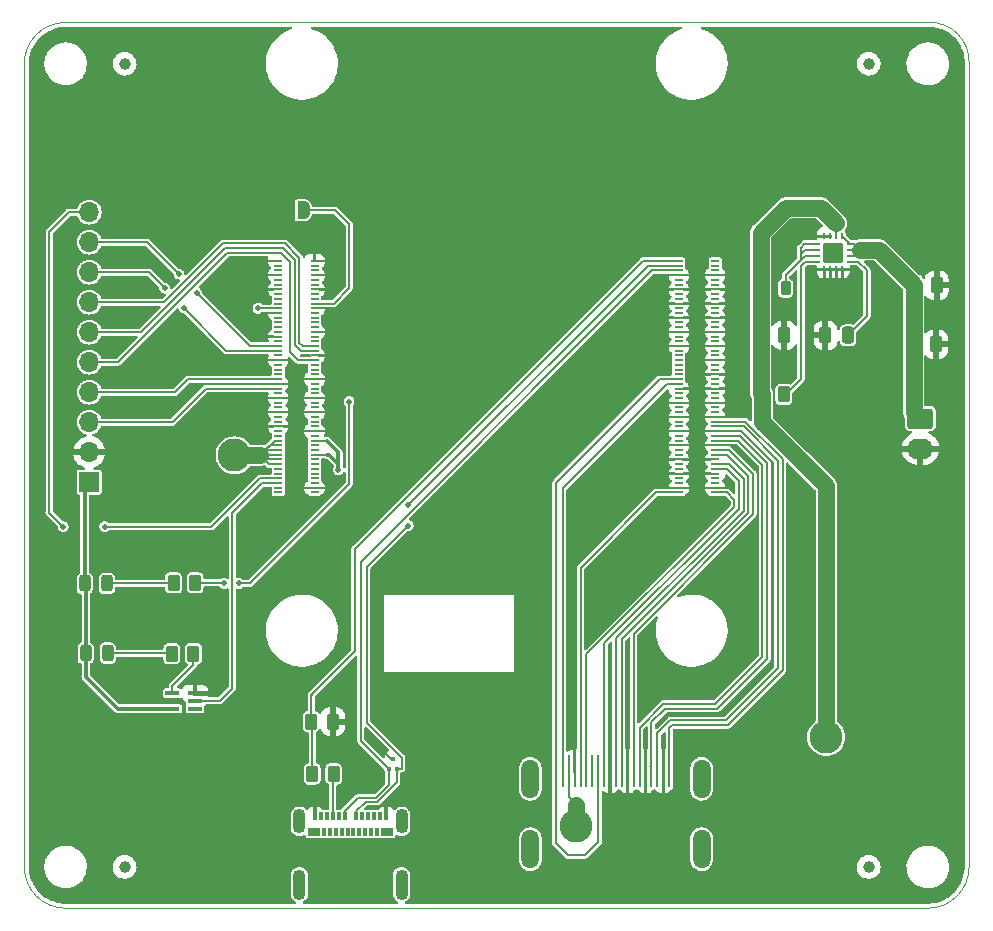
<source format=gtl>
%TF.GenerationSoftware,KiCad,Pcbnew,(5.99.0-9568-gb9d26a55f2)*%
%TF.CreationDate,2021-03-08T15:42:00+01:00*%
%TF.ProjectId,cm4_cb_use_v01,636d345f-6362-45f7-9573-655f7630312e,v01*%
%TF.SameCoordinates,PXa0d7c80PY44cb540*%
%TF.FileFunction,Copper,L1,Top*%
%TF.FilePolarity,Positive*%
%FSLAX46Y46*%
G04 Gerber Fmt 4.6, Leading zero omitted, Abs format (unit mm)*
G04 Created by KiCad (PCBNEW (5.99.0-9568-gb9d26a55f2)) date 2021-03-08 15:42:00*
%MOMM*%
%LPD*%
G01*
G04 APERTURE LIST*
G04 Aperture macros list*
%AMRoundRect*
0 Rectangle with rounded corners*
0 $1 Rounding radius*
0 $2 $3 $4 $5 $6 $7 $8 $9 X,Y pos of 4 corners*
0 Add a 4 corners polygon primitive as box body*
4,1,4,$2,$3,$4,$5,$6,$7,$8,$9,$2,$3,0*
0 Add four circle primitives for the rounded corners*
1,1,$1+$1,$2,$3*
1,1,$1+$1,$4,$5*
1,1,$1+$1,$6,$7*
1,1,$1+$1,$8,$9*
0 Add four rect primitives between the rounded corners*
20,1,$1+$1,$2,$3,$4,$5,0*
20,1,$1+$1,$4,$5,$6,$7,0*
20,1,$1+$1,$6,$7,$8,$9,0*
20,1,$1+$1,$8,$9,$2,$3,0*%
%AMFreePoly0*
4,1,22,0.500000,-0.750000,0.000000,-0.750000,0.000000,-0.745033,-0.079941,-0.743568,-0.215256,-0.701293,-0.333266,-0.622738,-0.424486,-0.514219,-0.481581,-0.384460,-0.499164,-0.250000,-0.500000,-0.250000,-0.500000,0.250000,-0.499164,0.250000,-0.499963,0.256109,-0.478152,0.396186,-0.417904,0.524511,-0.324060,0.630769,-0.204165,0.706417,-0.067858,0.745374,0.000000,0.744959,0.000000,0.750000,
0.500000,0.750000,0.500000,-0.750000,0.500000,-0.750000,$1*%
%AMFreePoly1*
4,1,20,0.000000,0.744959,0.073905,0.744508,0.209726,0.703889,0.328688,0.626782,0.421226,0.519385,0.479903,0.390333,0.500000,0.250000,0.500000,-0.250000,0.499851,-0.262216,0.476331,-0.402017,0.414519,-0.529596,0.319384,-0.634700,0.198574,-0.708877,0.061801,-0.746166,0.000000,-0.745033,0.000000,-0.750000,-0.500000,-0.750000,-0.500000,0.750000,0.000000,0.750000,0.000000,0.744959,
0.000000,0.744959,$1*%
G04 Aperture macros list end*
%TA.AperFunction,Profile*%
%ADD10C,0.100000*%
%TD*%
%TA.AperFunction,SMDPad,CuDef*%
%ADD11C,1.000000*%
%TD*%
%TA.AperFunction,SMDPad,CuDef*%
%ADD12RoundRect,0.250000X-0.250000X-0.475000X0.250000X-0.475000X0.250000X0.475000X-0.250000X0.475000X0*%
%TD*%
%TA.AperFunction,SMDPad,CuDef*%
%ADD13RoundRect,0.243750X0.243750X0.456250X-0.243750X0.456250X-0.243750X-0.456250X0.243750X-0.456250X0*%
%TD*%
%TA.AperFunction,SMDPad,CuDef*%
%ADD14R,0.300000X0.300000*%
%TD*%
%TA.AperFunction,ComponentPad*%
%ADD15RoundRect,0.550000X0.000000X-0.500000X0.000000X-0.500000X0.000000X0.500000X0.000000X0.500000X0*%
%TD*%
%TA.AperFunction,ComponentPad*%
%ADD16RoundRect,0.550000X0.000000X-0.750000X0.000000X-0.750000X0.000000X0.750000X0.000000X0.750000X0*%
%TD*%
%TA.AperFunction,SMDPad,CuDef*%
%ADD17R,0.300000X0.700000*%
%TD*%
%TA.AperFunction,SMDPad,CuDef*%
%ADD18R,1.000000X0.700000*%
%TD*%
%TA.AperFunction,SMDPad,CuDef*%
%ADD19RoundRect,0.250000X-0.262500X-0.450000X0.262500X-0.450000X0.262500X0.450000X-0.262500X0.450000X0*%
%TD*%
%TA.AperFunction,SMDPad,CuDef*%
%ADD20R,1.190000X0.400000*%
%TD*%
%TA.AperFunction,SMDPad,CuDef*%
%ADD21FreePoly0,180.000000*%
%TD*%
%TA.AperFunction,SMDPad,CuDef*%
%ADD22FreePoly1,180.000000*%
%TD*%
%TA.AperFunction,SMDPad,CuDef*%
%ADD23RoundRect,0.218750X0.218750X0.381250X-0.218750X0.381250X-0.218750X-0.381250X0.218750X-0.381250X0*%
%TD*%
%TA.AperFunction,ComponentPad*%
%ADD24RoundRect,0.250000X-0.845000X0.620000X-0.845000X-0.620000X0.845000X-0.620000X0.845000X0.620000X0*%
%TD*%
%TA.AperFunction,ComponentPad*%
%ADD25O,2.190000X1.740000*%
%TD*%
%TA.AperFunction,ComponentPad*%
%ADD26R,1.700000X1.700000*%
%TD*%
%TA.AperFunction,ComponentPad*%
%ADD27O,1.700000X1.700000*%
%TD*%
%TA.AperFunction,SMDPad,CuDef*%
%ADD28RoundRect,0.125000X-0.174999X-0.000001X-0.174999X0.000001X0.174999X0.000001X0.174999X-0.000001X0*%
%TD*%
%TA.AperFunction,SMDPad,CuDef*%
%ADD29RoundRect,0.125000X0.000001X-0.174999X-0.000001X-0.174999X-0.000001X0.174999X0.000001X0.174999X0*%
%TD*%
%TA.AperFunction,SMDPad,CuDef*%
%ADD30RoundRect,0.203998X-0.646001X-0.646001X0.646001X-0.646001X0.646001X0.646001X-0.646001X0.646001X0*%
%TD*%
%TA.AperFunction,ComponentPad*%
%ADD31C,0.499999*%
%TD*%
%TA.AperFunction,SMDPad,CuDef*%
%ADD32R,0.700000X0.200000*%
%TD*%
%TA.AperFunction,SMDPad,CuDef*%
%ADD33RoundRect,0.250000X0.262500X0.450000X-0.262500X0.450000X-0.262500X-0.450000X0.262500X-0.450000X0*%
%TD*%
%TA.AperFunction,SMDPad,CuDef*%
%ADD34RoundRect,0.250000X0.250000X0.475000X-0.250000X0.475000X-0.250000X-0.475000X0.250000X-0.475000X0*%
%TD*%
%TA.AperFunction,WasherPad*%
%ADD35O,1.500000X3.300000*%
%TD*%
%TA.AperFunction,SMDPad,CuDef*%
%ADD36R,0.280000X2.700000*%
%TD*%
%TA.AperFunction,ViaPad*%
%ADD37C,0.508000*%
%TD*%
%TA.AperFunction,ViaPad*%
%ADD38C,2.800000*%
%TD*%
%TA.AperFunction,Conductor*%
%ADD39C,0.200000*%
%TD*%
%TA.AperFunction,Conductor*%
%ADD40C,1.400000*%
%TD*%
%TA.AperFunction,Conductor*%
%ADD41C,0.300000*%
%TD*%
%TA.AperFunction,Conductor*%
%ADD42C,0.152400*%
%TD*%
G04 APERTURE END LIST*
D10*
X-88656000Y23636000D02*
X-15656000Y23636000D01*
X-12156000Y-47864000D02*
X-12156000Y20136000D01*
X-92156000Y20136000D02*
X-92156000Y-47864000D01*
X-12156000Y20136000D02*
G75*
G03*
X-15656000Y23636000I-3325707J174293D01*
G01*
X-92156002Y20136002D02*
G75*
G02*
X-88656000Y23636000I3500000J-2D01*
G01*
X-15655998Y-51363998D02*
G75*
G03*
X-12156000Y-47864000I0J3499998D01*
G01*
X-88656002Y-51364002D02*
G75*
G02*
X-92156000Y-47864000I2J3500000D01*
G01*
X-88656000Y-51364000D02*
X-15656000Y-51364000D01*
D11*
%TO.P,REF\u002A\u002A,*%
%TO.N,*%
X-20656000Y-47864000D03*
%TD*%
D12*
%TO.P,C2,1*%
%TO.N,+7.4V*%
X-16806000Y1386000D03*
%TO.P,C2,2*%
%TO.N,GND*%
X-14906000Y1386000D03*
%TD*%
D13*
%TO.P,D1,1,K*%
%TO.N,Net-(D1-Pad1)*%
X-85168500Y-23864000D03*
%TO.P,D1,2,A*%
%TO.N,+3.3V*%
X-87043500Y-23864000D03*
%TD*%
D14*
%TO.P,U2,1,D+*%
%TO.N,/CM4 High Speed/USB2_P*%
X-61310000Y-39541000D03*
%TO.P,U2,2,D-*%
%TO.N,/CM4 High Speed/USB2_N*%
X-60610000Y-39541000D03*
%TO.P,U2,3,GND*%
%TO.N,GND*%
X-60960000Y-38691000D03*
%TD*%
D15*
%TO.P,J3,1*%
%TO.N,N/C*%
X-68855056Y-44004000D03*
%TO.P,J3,2*%
X-60215056Y-44004000D03*
D16*
%TO.P,J3,3*%
X-68855056Y-49364000D03*
%TO.P,J3,4*%
X-60215056Y-49364000D03*
D17*
%TO.P,J3,A1,GND*%
%TO.N,GND*%
X-67535056Y-43594000D03*
%TO.P,J3,A2,TX1+*%
%TO.N,unconnected-(J3-PadA2)*%
X-67035056Y-43594000D03*
%TO.P,J3,A3,TX1-*%
%TO.N,unconnected-(J3-PadA3)*%
X-66535056Y-43594000D03*
%TO.P,J3,A4,VBUS*%
%TO.N,Net-(J3-PadA4)*%
X-66035056Y-43594000D03*
%TO.P,J3,A5,CC1*%
%TO.N,unconnected-(J3-PadA5)*%
X-65535056Y-43594000D03*
%TO.P,J3,A6,D+*%
%TO.N,/CM4 High Speed/USB2_P*%
X-65035056Y-43594000D03*
%TO.P,J3,A7,D-*%
%TO.N,/CM4 High Speed/USB2_N*%
X-64035056Y-43594000D03*
%TO.P,J3,A8,SBU1*%
%TO.N,unconnected-(J3-PadA8)*%
X-63535056Y-43594000D03*
%TO.P,J3,A9,VBUS*%
%TO.N,unconnected-(J3-PadA9)*%
X-63035056Y-43594000D03*
%TO.P,J3,A10,RX2-*%
%TO.N,unconnected-(J3-PadA10)*%
X-62535056Y-43594000D03*
%TO.P,J3,A11,RX2+*%
%TO.N,unconnected-(J3-PadA11)*%
X-62035056Y-43594000D03*
%TO.P,J3,A12,GND*%
%TO.N,GND*%
X-61535056Y-43594000D03*
D18*
%TO.P,J3,B1*%
%TO.N,N/C*%
X-61435056Y-44894001D03*
D17*
%TO.P,J3,B2*%
X-62285056Y-44894001D03*
%TO.P,J3,B3*%
X-62785056Y-44894001D03*
%TO.P,J3,B4*%
X-63285056Y-44894001D03*
%TO.P,J3,B5*%
X-63785056Y-44894001D03*
%TO.P,J3,B6*%
X-64285056Y-44894001D03*
%TO.P,J3,B7*%
X-64785056Y-44894001D03*
%TO.P,J3,B8*%
X-65285056Y-44894001D03*
%TO.P,J3,B9*%
X-65785056Y-44894001D03*
%TO.P,J3,B10*%
X-66285056Y-44894001D03*
%TO.P,J3,B11*%
X-66785056Y-44894001D03*
D18*
%TO.P,J3,B12*%
X-67635056Y-44894001D03*
%TD*%
D19*
%TO.P,R1,1*%
%TO.N,Net-(D2-Pad1)*%
X-79656000Y-29814000D03*
%TO.P,R1,2*%
%TO.N,Net-(R1-Pad2)*%
X-77831000Y-29814000D03*
%TD*%
D20*
%TO.P,U1,1*%
%TO.N,N/C*%
X-77696000Y-34464000D03*
%TO.P,U1,2,A*%
%TO.N,/CM4 GPIO/nPWR_LED*%
X-77696000Y-33814000D03*
%TO.P,U1,3,GND*%
%TO.N,GND*%
X-77696000Y-33164000D03*
%TO.P,U1,4,Y*%
%TO.N,Net-(R1-Pad2)*%
X-79616000Y-33164000D03*
%TO.P,U1,5,VCC*%
%TO.N,+3.3V*%
X-79616000Y-34464000D03*
%TD*%
D21*
%TO.P,JP1,1,A*%
%TO.N,/CM4 GPIO/EEPROM_nWP*%
X-68506000Y7736000D03*
D22*
%TO.P,JP1,2,B*%
%TO.N,GND*%
X-69806000Y7736000D03*
%TD*%
D23*
%TO.P,L1,1,1*%
%TO.N,Net-(J5-Pad1)*%
X-27693500Y1136000D03*
%TO.P,L1,2,2*%
%TO.N,+5V*%
X-29818500Y1136000D03*
%TD*%
D24*
%TO.P,J4,1,7\u002C4V_VCC*%
%TO.N,+7.4V*%
X-16276000Y-9906000D03*
D25*
%TO.P,J4,2,GND*%
%TO.N,GND*%
X-16276000Y-12446000D03*
%TD*%
D26*
%TO.P,J1,1,Pin_1*%
%TO.N,+3.3V*%
X-86656000Y-15289000D03*
D27*
%TO.P,J1,2,Pin_2*%
%TO.N,GND*%
X-86656000Y-12749000D03*
%TO.P,J1,3,Pin_3*%
%TO.N,/CM4 GPIO/GPIO14*%
X-86656000Y-10209000D03*
%TO.P,J1,4,Pin_4*%
%TO.N,/CM4 GPIO/GPIO15*%
X-86656000Y-7669000D03*
%TO.P,J1,5,Pin_5*%
%TO.N,/CM4 GPIO/GPIO10*%
X-86656000Y-5129000D03*
%TO.P,J1,6,Pin_6*%
%TO.N,/CM4 GPIO/GPIO9*%
X-86656000Y-2589000D03*
%TO.P,J1,7,Pin_7*%
%TO.N,/CM4 GPIO/GPIO11*%
X-86656000Y-49000D03*
%TO.P,J1,8,Pin_8*%
%TO.N,/CM4 GPIO/GPIO8*%
X-86656000Y2491000D03*
%TO.P,J1,9,Pin_9*%
%TO.N,/CM4 GPIO/GPIO7*%
X-86656000Y5031000D03*
%TO.P,J1,10,Pin_10*%
%TO.N,/CM4 GPIO/nRPIBOOT*%
X-86656000Y7571000D03*
%TD*%
D28*
%TO.P,J5,1,SW*%
%TO.N,Net-(J5-Pad1)*%
X-25056002Y4886001D03*
%TO.P,J5,2,SW*%
X-25056002Y4386002D03*
%TO.P,J5,3,SW*%
X-25056002Y3886001D03*
%TO.P,J5,4,PG*%
%TO.N,Net-(J5-Pad4)*%
X-25056002Y3386001D03*
D29*
%TO.P,J5,5,FB*%
%TO.N,GND*%
X-24406001Y2736000D03*
%TO.P,J5,6,AGND*%
X-23906002Y2736000D03*
%TO.P,J5,7,FSW*%
X-23406001Y2736000D03*
%TO.P,J5,8,DEF*%
X-22906001Y2736000D03*
D28*
%TO.P,J5,9,SS/TR*%
%TO.N,Net-(C3-Pad1)*%
X-22256003Y3386001D03*
%TO.P,J5,10,AVIN*%
%TO.N,+7.4V*%
X-22256003Y3886001D03*
%TO.P,J5,11,PVIN*%
X-22256003Y4386002D03*
%TO.P,J5,12,PVIN*%
X-22256003Y4886001D03*
D29*
%TO.P,J5,13,EN*%
X-22906001Y5536000D03*
%TO.P,J5,14,VOS*%
%TO.N,+5V*%
X-23406001Y5536000D03*
%TO.P,J5,15,PGND*%
%TO.N,GND*%
X-23906002Y5536000D03*
%TO.P,J5,16,PGND*%
X-24406001Y5536000D03*
D30*
%TO.P,J5,17,EP*%
%TO.N,unconnected-(J5-Pad17)*%
X-23655999Y4135999D03*
D31*
%TO.P,J5,~*%
%TO.N,N/C*%
X-23656000Y4136000D03*
X-24155999Y4635999D03*
X-23156001Y4635999D03*
X-23156001Y3636001D03*
X-24155999Y3636001D03*
%TD*%
D19*
%TO.P,R4,1*%
%TO.N,/CM4 High Speed/USB_OTG_ID*%
X-67865000Y-35560000D03*
%TO.P,R4,2*%
%TO.N,GND*%
X-66040000Y-35560000D03*
%TD*%
D11*
%TO.P,REF\u002A\u002A,*%
%TO.N,*%
X-83656000Y20136000D03*
%TD*%
D19*
%TO.P,R5,1*%
%TO.N,+5V*%
X-29668500Y-7864000D03*
%TO.P,R5,2*%
%TO.N,Net-(J5-Pad4)*%
X-27843500Y-7864000D03*
%TD*%
D32*
%TO.P,Module1,1,GND*%
%TO.N,GND*%
X-70656000Y3436000D03*
%TO.P,Module1,2,GND*%
X-67576000Y3436000D03*
%TO.P,Module1,3,Ethernet_Pair3_P*%
%TO.N,unconnected-(Module1-Pad3)*%
X-70656000Y3036000D03*
%TO.P,Module1,4,Ethernet_Pair1_P*%
%TO.N,unconnected-(Module1-Pad4)*%
X-67576000Y3036000D03*
%TO.P,Module1,5,Ethernet_Pair3_N*%
%TO.N,unconnected-(Module1-Pad5)*%
X-70656000Y2636000D03*
%TO.P,Module1,6,Ethernet_Pair1_N*%
%TO.N,unconnected-(Module1-Pad6)*%
X-67576000Y2636000D03*
%TO.P,Module1,7,GND*%
%TO.N,GND*%
X-70656000Y2236000D03*
%TO.P,Module1,8,GND*%
X-67576000Y2236000D03*
%TO.P,Module1,9,Ethernet_Pair2_N*%
%TO.N,unconnected-(Module1-Pad9)*%
X-70656000Y1836000D03*
%TO.P,Module1,10,Ethernet_Pair0_N*%
%TO.N,unconnected-(Module1-Pad10)*%
X-67576000Y1836000D03*
%TO.P,Module1,11,Ethernet_Pair2_P*%
%TO.N,unconnected-(Module1-Pad11)*%
X-70656000Y1436000D03*
%TO.P,Module1,12,Ethernet_Pair0_P*%
%TO.N,unconnected-(Module1-Pad12)*%
X-67576000Y1436000D03*
%TO.P,Module1,13,GND*%
%TO.N,GND*%
X-70656000Y1036000D03*
%TO.P,Module1,14,GND*%
X-67576000Y1036000D03*
%TO.P,Module1,15,Ethernet_nLED3(3.3v)*%
%TO.N,unconnected-(Module1-Pad15)*%
X-70656000Y636000D03*
%TO.P,Module1,16,Ethernet_SYNC_IN(1.8v)*%
%TO.N,unconnected-(Module1-Pad16)*%
X-67576000Y636000D03*
%TO.P,Module1,17,Ethernet_nLED2(3.3v)*%
%TO.N,unconnected-(Module1-Pad17)*%
X-70656000Y236000D03*
%TO.P,Module1,18,Ethernet_SYNC_OUT(1.8v)*%
%TO.N,unconnected-(Module1-Pad18)*%
X-67576000Y236000D03*
%TO.P,Module1,19,Ethernet_nLED1(3.3v)*%
%TO.N,unconnected-(Module1-Pad19)*%
X-70656000Y-164000D03*
%TO.P,Module1,20,EEPROM_nWP*%
%TO.N,/CM4 GPIO/EEPROM_nWP*%
X-67576000Y-164000D03*
%TO.P,Module1,21,PI_nLED_Activity*%
%TO.N,/CM4 GPIO/nLED_Activity*%
X-70656000Y-564000D03*
%TO.P,Module1,22,GND*%
%TO.N,GND*%
X-67576000Y-564000D03*
%TO.P,Module1,23,GND*%
X-70656000Y-964000D03*
%TO.P,Module1,24,GPIO26*%
%TO.N,unconnected-(Module1-Pad24)*%
X-67576000Y-964000D03*
%TO.P,Module1,25,GPIO21*%
%TO.N,unconnected-(Module1-Pad25)*%
X-70656000Y-1364000D03*
%TO.P,Module1,26,GPIO19*%
%TO.N,unconnected-(Module1-Pad26)*%
X-67576000Y-1364000D03*
%TO.P,Module1,27,GPIO20*%
%TO.N,unconnected-(Module1-Pad27)*%
X-70656000Y-1764000D03*
%TO.P,Module1,28,GPIO13*%
%TO.N,unconnected-(Module1-Pad28)*%
X-67576000Y-1764000D03*
%TO.P,Module1,29,GPIO16*%
%TO.N,unconnected-(Module1-Pad29)*%
X-70656000Y-2164000D03*
%TO.P,Module1,30,GPIO6*%
%TO.N,unconnected-(Module1-Pad30)*%
X-67576000Y-2164000D03*
%TO.P,Module1,31,GPIO12*%
%TO.N,unconnected-(Module1-Pad31)*%
X-70656000Y-2564000D03*
%TO.P,Module1,32,GND*%
%TO.N,GND*%
X-67576000Y-2564000D03*
%TO.P,Module1,33,GND*%
X-70656000Y-2964000D03*
%TO.P,Module1,34,GPIO5*%
%TO.N,unconnected-(Module1-Pad34)*%
X-67576000Y-2964000D03*
%TO.P,Module1,35,ID_SC*%
%TO.N,unconnected-(Module1-Pad35)*%
X-70656000Y-3364000D03*
%TO.P,Module1,36,ID_SD*%
%TO.N,unconnected-(Module1-Pad36)*%
X-67576000Y-3364000D03*
%TO.P,Module1,37,GPIO7*%
%TO.N,/CM4 GPIO/GPIO7*%
X-70656000Y-3764000D03*
%TO.P,Module1,38,GPIO11*%
%TO.N,/CM4 GPIO/GPIO11*%
X-67576000Y-3764000D03*
%TO.P,Module1,39,GPIO8*%
%TO.N,/CM4 GPIO/GPIO8*%
X-70656000Y-4164000D03*
%TO.P,Module1,40,GPIO9*%
%TO.N,/CM4 GPIO/GPIO9*%
X-67576000Y-4164000D03*
%TO.P,Module1,41,GPIO25*%
%TO.N,unconnected-(Module1-Pad41)*%
X-70656000Y-4564000D03*
%TO.P,Module1,42,GND*%
%TO.N,GND*%
X-67576000Y-4564000D03*
%TO.P,Module1,43,GND*%
X-70656000Y-4964000D03*
%TO.P,Module1,44,GPIO10*%
%TO.N,/CM4 GPIO/GPIO10*%
X-67576000Y-4964000D03*
%TO.P,Module1,45,GPIO24*%
%TO.N,unconnected-(Module1-Pad45)*%
X-70656000Y-5364000D03*
%TO.P,Module1,46,GPIO22*%
%TO.N,unconnected-(Module1-Pad46)*%
X-67576000Y-5364000D03*
%TO.P,Module1,47,GPIO23*%
%TO.N,unconnected-(Module1-Pad47)*%
X-70656000Y-5764000D03*
%TO.P,Module1,48,GPIO27*%
%TO.N,unconnected-(Module1-Pad48)*%
X-67576000Y-5764000D03*
%TO.P,Module1,49,GPIO18*%
%TO.N,unconnected-(Module1-Pad49)*%
X-70656000Y-6164000D03*
%TO.P,Module1,50,GPIO17*%
%TO.N,unconnected-(Module1-Pad50)*%
X-67576000Y-6164000D03*
%TO.P,Module1,51,GPIO15*%
%TO.N,/CM4 GPIO/GPIO15*%
X-70656000Y-6564000D03*
%TO.P,Module1,52,GND*%
%TO.N,GND*%
X-67576000Y-6564000D03*
%TO.P,Module1,53,GND*%
X-70656000Y-6964000D03*
%TO.P,Module1,54,GPIO4*%
%TO.N,unconnected-(Module1-Pad54)*%
X-67576000Y-6964000D03*
%TO.P,Module1,55,GPIO14*%
%TO.N,/CM4 GPIO/GPIO14*%
X-70656000Y-7364000D03*
%TO.P,Module1,56,GPIO3*%
%TO.N,/CM4 GPIO/GPIO3*%
X-67576000Y-7364000D03*
%TO.P,Module1,57,SD_CLK*%
%TO.N,unconnected-(Module1-Pad57)*%
X-70656000Y-7764000D03*
%TO.P,Module1,58,GPIO2*%
%TO.N,/CM4 GPIO/GPIO2*%
X-67576000Y-7764000D03*
%TO.P,Module1,59,GND*%
%TO.N,GND*%
X-70656000Y-8164000D03*
%TO.P,Module1,60,GND*%
X-67576000Y-8164000D03*
%TO.P,Module1,61,SD_DAT3*%
%TO.N,unconnected-(Module1-Pad61)*%
X-70656000Y-8564000D03*
%TO.P,Module1,62,SD_CMD*%
%TO.N,unconnected-(Module1-Pad62)*%
X-67576000Y-8564000D03*
%TO.P,Module1,63,SD_DAT0*%
%TO.N,unconnected-(Module1-Pad63)*%
X-70656000Y-8964000D03*
%TO.P,Module1,64,SD_DAT5*%
%TO.N,unconnected-(Module1-Pad64)*%
X-67576000Y-8964000D03*
%TO.P,Module1,65,GND*%
%TO.N,GND*%
X-70656000Y-9364000D03*
%TO.P,Module1,66,GND*%
X-67576000Y-9364000D03*
%TO.P,Module1,67,SD_DAT1*%
%TO.N,unconnected-(Module1-Pad67)*%
X-70656000Y-9764000D03*
%TO.P,Module1,68,SD_DAT4*%
%TO.N,unconnected-(Module1-Pad68)*%
X-67576000Y-9764000D03*
%TO.P,Module1,69,SD_DAT2*%
%TO.N,unconnected-(Module1-Pad69)*%
X-70656000Y-10164000D03*
%TO.P,Module1,70,SD_DAT7*%
%TO.N,unconnected-(Module1-Pad70)*%
X-67576000Y-10164000D03*
%TO.P,Module1,71,GND*%
%TO.N,GND*%
X-70656000Y-10564000D03*
%TO.P,Module1,72,SD_DAT6*%
%TO.N,unconnected-(Module1-Pad72)*%
X-67576000Y-10564000D03*
%TO.P,Module1,73,SD_VDD_Override*%
%TO.N,unconnected-(Module1-Pad73)*%
X-70656000Y-10964000D03*
%TO.P,Module1,74,GND*%
%TO.N,GND*%
X-67576000Y-10964000D03*
%TO.P,Module1,75,SD_PWR_ON*%
%TO.N,unconnected-(Module1-Pad75)*%
X-70656000Y-11364000D03*
%TO.P,Module1,76,Reserved*%
%TO.N,unconnected-(Module1-Pad76)*%
X-67576000Y-11364000D03*
%TO.P,Module1,77,+5v_(Input)*%
%TO.N,+5V*%
X-70656000Y-11764000D03*
%TO.P,Module1,78,GPIO_VREF(1.8v/3.3v_Input)*%
%TO.N,+3.3V*%
X-67576000Y-11764000D03*
%TO.P,Module1,79,+5v_(Input)*%
%TO.N,+5V*%
X-70656000Y-12164000D03*
%TO.P,Module1,80,SCL0*%
%TO.N,unconnected-(Module1-Pad80)*%
X-67576000Y-12164000D03*
%TO.P,Module1,81,+5v_(Input)*%
%TO.N,+5V*%
X-70656000Y-12564000D03*
%TO.P,Module1,82,SDA0*%
%TO.N,unconnected-(Module1-Pad82)*%
X-67576000Y-12564000D03*
%TO.P,Module1,83,+5v_(Input)*%
%TO.N,+5V*%
X-70656000Y-12964000D03*
%TO.P,Module1,84,+3.3v_(Output)*%
%TO.N,+3.3V*%
X-67576000Y-12964000D03*
%TO.P,Module1,85,+5v_(Input)*%
%TO.N,+5V*%
X-70656000Y-13364000D03*
%TO.P,Module1,86,+3.3v_(Output)*%
%TO.N,unconnected-(Module1-Pad86)*%
X-67576000Y-13364000D03*
%TO.P,Module1,87,+5v_(Input)*%
%TO.N,+5V*%
X-70656000Y-13764000D03*
%TO.P,Module1,88,+1.8v_(Output)*%
%TO.N,unconnected-(Module1-Pad88)*%
X-67576000Y-13764000D03*
%TO.P,Module1,89,WiFi_nDisable*%
%TO.N,unconnected-(Module1-Pad89)*%
X-70656000Y-14164000D03*
%TO.P,Module1,90,+1.8v_(Output)*%
%TO.N,unconnected-(Module1-Pad90)*%
X-67576000Y-14164000D03*
%TO.P,Module1,91,BT_nDisable*%
%TO.N,unconnected-(Module1-Pad91)*%
X-70656000Y-14564000D03*
%TO.P,Module1,92,RUN_PG*%
%TO.N,unconnected-(Module1-Pad92)*%
X-67576000Y-14564000D03*
%TO.P,Module1,93,nRPIBOOT*%
%TO.N,/CM4 GPIO/nRPIBOOT*%
X-70656000Y-14964000D03*
%TO.P,Module1,94,AnalogIP0*%
%TO.N,unconnected-(Module1-Pad94)*%
X-67576000Y-14964000D03*
%TO.P,Module1,95,nPI_LED_PWR*%
%TO.N,/CM4 GPIO/nPWR_LED*%
X-70656000Y-15364000D03*
%TO.P,Module1,96,AnalogIP1*%
%TO.N,unconnected-(Module1-Pad96)*%
X-67576000Y-15364000D03*
%TO.P,Module1,97,Camera_GPIO*%
%TO.N,unconnected-(Module1-Pad97)*%
X-70656000Y-15764000D03*
%TO.P,Module1,98,GND*%
%TO.N,GND*%
X-67576000Y-15764000D03*
%TO.P,Module1,99,Global_EN*%
%TO.N,unconnected-(Module1-Pad99)*%
X-70656000Y-16164000D03*
%TO.P,Module1,100,nEXTRST*%
%TO.N,unconnected-(Module1-Pad100)*%
X-67576000Y-16164000D03*
%TO.P,Module1,101,USB_OTG_ID*%
%TO.N,/CM4 High Speed/USB_OTG_ID*%
X-36736000Y3436000D03*
%TO.P,Module1,102,PCIe_CLK_nREQ*%
%TO.N,unconnected-(Module1-Pad102)*%
X-33656000Y3436000D03*
%TO.P,Module1,103,USB2_N*%
%TO.N,/CM4 High Speed/USB2_N*%
X-36736000Y3036000D03*
%TO.P,Module1,104,Reserved*%
%TO.N,unconnected-(Module1-Pad104)*%
X-33656000Y3036000D03*
%TO.P,Module1,105,USB2_P*%
%TO.N,/CM4 High Speed/USB2_P*%
X-36736000Y2636000D03*
%TO.P,Module1,106,Reserved*%
%TO.N,unconnected-(Module1-Pad106)*%
X-33656000Y2636000D03*
%TO.P,Module1,107,GND*%
%TO.N,GND*%
X-36736000Y2236000D03*
%TO.P,Module1,108,GND*%
X-33656000Y2236000D03*
%TO.P,Module1,109,PCIe_nRST*%
%TO.N,unconnected-(Module1-Pad109)*%
X-36736000Y1836000D03*
%TO.P,Module1,110,PCIe_CLK_P*%
%TO.N,unconnected-(Module1-Pad110)*%
X-33656000Y1836000D03*
%TO.P,Module1,111,VDAC_COMP*%
%TO.N,unconnected-(Module1-Pad111)*%
X-36736000Y1436000D03*
%TO.P,Module1,112,PCIe_CLK_N*%
%TO.N,unconnected-(Module1-Pad112)*%
X-33656000Y1436000D03*
%TO.P,Module1,113,GND*%
%TO.N,GND*%
X-36736000Y1036000D03*
%TO.P,Module1,114,GND*%
X-33656000Y1036000D03*
%TO.P,Module1,115,CAM1_D0_N*%
%TO.N,unconnected-(Module1-Pad115)*%
X-36736000Y636000D03*
%TO.P,Module1,116,PCIe_RX_P*%
%TO.N,unconnected-(Module1-Pad116)*%
X-33656000Y636000D03*
%TO.P,Module1,117,CAM1_D0_P*%
%TO.N,unconnected-(Module1-Pad117)*%
X-36736000Y236000D03*
%TO.P,Module1,118,PCIe_RX_N*%
%TO.N,unconnected-(Module1-Pad118)*%
X-33656000Y236000D03*
%TO.P,Module1,119,GND*%
%TO.N,GND*%
X-36736000Y-164000D03*
%TO.P,Module1,120,GND*%
X-33656000Y-164000D03*
%TO.P,Module1,121,CAM1_D1_N*%
%TO.N,unconnected-(Module1-Pad121)*%
X-36736000Y-564000D03*
%TO.P,Module1,122,PCIe_TX_P*%
%TO.N,unconnected-(Module1-Pad122)*%
X-33656000Y-564000D03*
%TO.P,Module1,123,CAM1_D1_P*%
%TO.N,unconnected-(Module1-Pad123)*%
X-36736000Y-964000D03*
%TO.P,Module1,124,PCIe_TX_N*%
%TO.N,unconnected-(Module1-Pad124)*%
X-33656000Y-964000D03*
%TO.P,Module1,125,GND*%
%TO.N,GND*%
X-36736000Y-1364000D03*
%TO.P,Module1,126,GND*%
X-33656000Y-1364000D03*
%TO.P,Module1,127,CAM1_C_N*%
%TO.N,unconnected-(Module1-Pad127)*%
X-36736000Y-1764000D03*
%TO.P,Module1,128,CAM0_D0_N*%
%TO.N,unconnected-(Module1-Pad128)*%
X-33656000Y-1764000D03*
%TO.P,Module1,129,CAM1_C_P*%
%TO.N,unconnected-(Module1-Pad129)*%
X-36736000Y-2164000D03*
%TO.P,Module1,130,CAM0_D0_P*%
%TO.N,unconnected-(Module1-Pad130)*%
X-33656000Y-2164000D03*
%TO.P,Module1,131,GND*%
%TO.N,GND*%
X-36736000Y-2564000D03*
%TO.P,Module1,132,GND*%
X-33656000Y-2564000D03*
%TO.P,Module1,133,CAM1_D2_N*%
%TO.N,unconnected-(Module1-Pad133)*%
X-36736000Y-2964000D03*
%TO.P,Module1,134,CAM0_D1_N*%
%TO.N,unconnected-(Module1-Pad134)*%
X-33656000Y-2964000D03*
%TO.P,Module1,135,CAM1_D2_P*%
%TO.N,unconnected-(Module1-Pad135)*%
X-36736000Y-3364000D03*
%TO.P,Module1,136,CAM0_D1_P*%
%TO.N,unconnected-(Module1-Pad136)*%
X-33656000Y-3364000D03*
%TO.P,Module1,137,GND*%
%TO.N,GND*%
X-36736000Y-3764000D03*
%TO.P,Module1,138,GND*%
X-33656000Y-3764000D03*
%TO.P,Module1,139,CAM1_D3_N*%
%TO.N,unconnected-(Module1-Pad139)*%
X-36736000Y-4164000D03*
%TO.P,Module1,140,CAM0_C_N*%
%TO.N,unconnected-(Module1-Pad140)*%
X-33656000Y-4164000D03*
%TO.P,Module1,141,CAM1_D3_P*%
%TO.N,unconnected-(Module1-Pad141)*%
X-36736000Y-4564000D03*
%TO.P,Module1,142,CAM0_C_P*%
%TO.N,unconnected-(Module1-Pad142)*%
X-33656000Y-4564000D03*
%TO.P,Module1,143,HDMI1_HOTPLUG*%
%TO.N,unconnected-(Module1-Pad143)*%
X-36736000Y-4964000D03*
%TO.P,Module1,144,GND*%
%TO.N,GND*%
X-33656000Y-4964000D03*
%TO.P,Module1,145,HDMI1_SDA*%
%TO.N,unconnected-(Module1-Pad145)*%
X-36736000Y-5364000D03*
%TO.P,Module1,146,HDMI1_TX2_P*%
%TO.N,unconnected-(Module1-Pad146)*%
X-33656000Y-5364000D03*
%TO.P,Module1,147,HDMI1_SCL*%
%TO.N,unconnected-(Module1-Pad147)*%
X-36736000Y-5764000D03*
%TO.P,Module1,148,HDMI1_TX2_N*%
%TO.N,unconnected-(Module1-Pad148)*%
X-33656000Y-5764000D03*
%TO.P,Module1,149,HDMI1_CEC*%
%TO.N,unconnected-(Module1-Pad149)*%
X-36736000Y-6164000D03*
%TO.P,Module1,150,GND*%
%TO.N,GND*%
X-33656000Y-6164000D03*
%TO.P,Module1,151,HDMI0_CEC*%
%TO.N,/CM4 High Speed/HDMI0_CEC*%
X-36736000Y-6564000D03*
%TO.P,Module1,152,HDMI1_TX1_P*%
%TO.N,unconnected-(Module1-Pad152)*%
X-33656000Y-6564000D03*
%TO.P,Module1,153,HDMI0_HOTPLUG*%
%TO.N,/CM4 High Speed/HDMI0_HOTPLUG*%
X-36736000Y-6964000D03*
%TO.P,Module1,154,HDMI1_TX1_N*%
%TO.N,unconnected-(Module1-Pad154)*%
X-33656000Y-6964000D03*
%TO.P,Module1,155,GND*%
%TO.N,GND*%
X-36736000Y-7364000D03*
%TO.P,Module1,156,GND*%
X-33656000Y-7364000D03*
%TO.P,Module1,157,DSI0_D0_N*%
%TO.N,unconnected-(Module1-Pad157)*%
X-36736000Y-7764000D03*
%TO.P,Module1,158,HDMI1_TX0_P*%
%TO.N,unconnected-(Module1-Pad158)*%
X-33656000Y-7764000D03*
%TO.P,Module1,159,DSI0_D0_P*%
%TO.N,unconnected-(Module1-Pad159)*%
X-36736000Y-8164000D03*
%TO.P,Module1,160,HDMI1_TX0_N*%
%TO.N,unconnected-(Module1-Pad160)*%
X-33656000Y-8164000D03*
%TO.P,Module1,161,GND*%
%TO.N,GND*%
X-36736000Y-8564000D03*
%TO.P,Module1,162,GND*%
X-33656000Y-8564000D03*
%TO.P,Module1,163,DSI0_D1_N*%
%TO.N,unconnected-(Module1-Pad163)*%
X-36736000Y-8964000D03*
%TO.P,Module1,164,HDMI1_CLK_P*%
%TO.N,unconnected-(Module1-Pad164)*%
X-33656000Y-8964000D03*
%TO.P,Module1,165,DSI0_D1_P*%
%TO.N,unconnected-(Module1-Pad165)*%
X-36736000Y-9364000D03*
%TO.P,Module1,166,HDMI1_CLK_N*%
%TO.N,unconnected-(Module1-Pad166)*%
X-33656000Y-9364000D03*
%TO.P,Module1,167,GND*%
%TO.N,GND*%
X-36736000Y-9764000D03*
%TO.P,Module1,168,GND*%
X-33656000Y-9764000D03*
%TO.P,Module1,169,DSI0_C_N*%
%TO.N,unconnected-(Module1-Pad169)*%
X-36736000Y-10164000D03*
%TO.P,Module1,170,HDMI0_TX2_P*%
%TO.N,/CM4 High Speed/HDMI0_TX2_P*%
X-33656000Y-10164000D03*
%TO.P,Module1,171,DSI0_C_P*%
%TO.N,unconnected-(Module1-Pad171)*%
X-36736000Y-10564000D03*
%TO.P,Module1,172,HDMI0_TX2_N*%
%TO.N,/CM4 High Speed/HDMI0_TX2_N*%
X-33656000Y-10564000D03*
%TO.P,Module1,173,GND*%
%TO.N,GND*%
X-36736000Y-10964000D03*
%TO.P,Module1,174,GND*%
X-33656000Y-10964000D03*
%TO.P,Module1,175,DSI1_D0_N*%
%TO.N,unconnected-(Module1-Pad175)*%
X-36736000Y-11364000D03*
%TO.P,Module1,176,HDMI0_TX1_P*%
%TO.N,/CM4 High Speed/HDMI0_TX1_P*%
X-33656000Y-11364000D03*
%TO.P,Module1,177,DSI1_D0_P*%
%TO.N,unconnected-(Module1-Pad177)*%
X-36736000Y-11764000D03*
%TO.P,Module1,178,HDMI0_TX1_N*%
%TO.N,/CM4 High Speed/HDMI0_TX1_N*%
X-33656000Y-11764000D03*
%TO.P,Module1,179,GND*%
%TO.N,GND*%
X-36736000Y-12164000D03*
%TO.P,Module1,180,GND*%
X-33656000Y-12164000D03*
%TO.P,Module1,181,DSI1_D1_N*%
%TO.N,unconnected-(Module1-Pad181)*%
X-36736000Y-12564000D03*
%TO.P,Module1,182,HDMI0_TX0_P*%
%TO.N,/CM4 High Speed/HDMI0_TX0_P*%
X-33656000Y-12564000D03*
%TO.P,Module1,183,DSI1_D1_P*%
%TO.N,unconnected-(Module1-Pad183)*%
X-36736000Y-12964000D03*
%TO.P,Module1,184,HDMI0_TX0_N*%
%TO.N,/CM4 High Speed/HDMI0_TX0_N*%
X-33656000Y-12964000D03*
%TO.P,Module1,185,GND*%
%TO.N,GND*%
X-36736000Y-13364000D03*
%TO.P,Module1,186,GND*%
X-33656000Y-13364000D03*
%TO.P,Module1,187,DSI1_C_N*%
%TO.N,unconnected-(Module1-Pad187)*%
X-36736000Y-13764000D03*
%TO.P,Module1,188,HDMI0_CLK_P*%
%TO.N,/CM4 High Speed/HDMI0_CLK_P*%
X-33656000Y-13764000D03*
%TO.P,Module1,189,DSI1_C_P*%
%TO.N,unconnected-(Module1-Pad189)*%
X-36736000Y-14164000D03*
%TO.P,Module1,190,HDMI0_CLK_N*%
%TO.N,/CM4 High Speed/HDMI0_CLK_N*%
X-33656000Y-14164000D03*
%TO.P,Module1,191,GND*%
%TO.N,GND*%
X-36736000Y-14564000D03*
%TO.P,Module1,192,GND*%
X-33656000Y-14564000D03*
%TO.P,Module1,193,DSI1_D2_N*%
%TO.N,unconnected-(Module1-Pad193)*%
X-36736000Y-14964000D03*
%TO.P,Module1,194,DSI1_D3_N*%
%TO.N,unconnected-(Module1-Pad194)*%
X-33656000Y-14964000D03*
%TO.P,Module1,195,DSI1_D2_P*%
%TO.N,unconnected-(Module1-Pad195)*%
X-36736000Y-15364000D03*
%TO.P,Module1,196,DSI1_D3_P*%
%TO.N,unconnected-(Module1-Pad196)*%
X-33656000Y-15364000D03*
%TO.P,Module1,197,GND*%
%TO.N,GND*%
X-36736000Y-15764000D03*
%TO.P,Module1,198,GND*%
X-33656000Y-15764000D03*
%TO.P,Module1,199,HDMI0_SDA*%
%TO.N,/CM4 High Speed/HDMI0_SDA*%
X-36736000Y-16164000D03*
%TO.P,Module1,200,HDMI0_SCL*%
%TO.N,/CM4 High Speed/HDMI0_SCL*%
X-33656000Y-16164000D03*
%TD*%
D33*
%TO.P,R3,1*%
%TO.N,Net-(J3-PadA4)*%
X-65952500Y-39994000D03*
%TO.P,R3,2*%
%TO.N,/CM4 High Speed/USB_OTG_ID*%
X-67777500Y-39994000D03*
%TD*%
D12*
%TO.P,C4,1*%
%TO.N,+5V*%
X-29706000Y-2864000D03*
%TO.P,C4,2*%
%TO.N,GND*%
X-27806000Y-2864000D03*
%TD*%
%TO.P,C1,1*%
%TO.N,+7.4V*%
X-16856000Y-3614000D03*
%TO.P,C1,2*%
%TO.N,GND*%
X-14956000Y-3614000D03*
%TD*%
D34*
%TO.P,C3,1*%
%TO.N,Net-(C3-Pad1)*%
X-22418000Y-2864000D03*
%TO.P,C3,2*%
%TO.N,GND*%
X-24318000Y-2864000D03*
%TD*%
D11*
%TO.P,REF\u002A\u002A,*%
%TO.N,*%
X-20656000Y20136000D03*
%TD*%
D13*
%TO.P,D2,1,K*%
%TO.N,Net-(D2-Pad1)*%
X-85081000Y-29764000D03*
%TO.P,D2,2,A*%
%TO.N,+3.3V*%
X-86956000Y-29764000D03*
%TD*%
D19*
%TO.P,R2,1*%
%TO.N,Net-(D1-Pad1)*%
X-79518500Y-23814000D03*
%TO.P,R2,2*%
%TO.N,/CM4 GPIO/nLED_Activity*%
X-77693500Y-23814000D03*
%TD*%
D35*
%TO.P,J2,*%
%TO.N,*%
X-49306000Y-40409000D03*
X-34806000Y-40409000D03*
X-49306000Y-46369000D03*
X-34806000Y-46369000D03*
D36*
%TO.P,J2,1,D2+*%
%TO.N,/CM4 High Speed/HDMI0_TX2_P*%
X-37556000Y-39759000D03*
%TO.P,J2,2,D2S*%
%TO.N,GND*%
X-38056000Y-39759000D03*
%TO.P,J2,3,D2-*%
%TO.N,/CM4 High Speed/HDMI0_TX2_N*%
X-38556000Y-39759000D03*
%TO.P,J2,4,D1+*%
%TO.N,/CM4 High Speed/HDMI0_TX1_P*%
X-39056000Y-39759000D03*
%TO.P,J2,5,D1S*%
%TO.N,GND*%
X-39556000Y-39759000D03*
%TO.P,J2,6,D1-*%
%TO.N,/CM4 High Speed/HDMI0_TX1_N*%
X-40056000Y-39759000D03*
%TO.P,J2,7,D0+*%
%TO.N,/CM4 High Speed/HDMI0_TX0_P*%
X-40556000Y-39759000D03*
%TO.P,J2,8,D0S*%
%TO.N,GND*%
X-41056000Y-39759000D03*
%TO.P,J2,9,D0-*%
%TO.N,/CM4 High Speed/HDMI0_TX0_N*%
X-41556000Y-39759000D03*
%TO.P,J2,10,CK+*%
%TO.N,/CM4 High Speed/HDMI0_CLK_P*%
X-42056000Y-39759000D03*
%TO.P,J2,11,CKS*%
%TO.N,GND*%
X-42556000Y-39759000D03*
%TO.P,J2,12,CK-*%
%TO.N,/CM4 High Speed/HDMI0_CLK_N*%
X-43056000Y-39759000D03*
%TO.P,J2,13,CEC*%
%TO.N,/CM4 High Speed/HDMI0_CEC*%
X-43556000Y-39759000D03*
%TO.P,J2,14,UTILITY*%
%TO.N,unconnected-(J2-Pad14)*%
X-44056000Y-39759000D03*
%TO.P,J2,15,SCL*%
%TO.N,/CM4 High Speed/HDMI0_SCL*%
X-44556000Y-39759000D03*
%TO.P,J2,16,SDA*%
%TO.N,/CM4 High Speed/HDMI0_SDA*%
X-45056000Y-39759000D03*
%TO.P,J2,17,GND*%
%TO.N,GND*%
X-45556000Y-39759000D03*
%TO.P,J2,18,+5V*%
%TO.N,+5V*%
X-46056000Y-39759000D03*
%TO.P,J2,19,HPD*%
%TO.N,/CM4 High Speed/HDMI0_HOTPLUG*%
X-46556000Y-39759000D03*
%TD*%
D11*
%TO.P,REF\u002A\u002A,*%
%TO.N,*%
X-83656000Y-47864000D03*
%TD*%
D37*
%TO.N,GND*%
X-55372000Y-32004000D03*
X-63656000Y-39864000D03*
X-58156000Y-24364000D03*
X-62156000Y-30864000D03*
X-61468000Y-32004000D03*
X-18656000Y-22864000D03*
X-27656000Y5136000D03*
X-81656000Y-26864000D03*
X-29656000Y-41864000D03*
X-66656000Y-21864000D03*
X-54156000Y-24364000D03*
X-50156000Y-26864000D03*
X-62156000Y-24864000D03*
X-19656000Y16136000D03*
X-51156000Y-24364000D03*
X-50156000Y-27864000D03*
X-38656000Y-19864000D03*
X-18656000Y-43864000D03*
X-50156000Y-24864000D03*
X-50156000Y-25864000D03*
X-41656000Y-14864000D03*
X-85656000Y-43864000D03*
X-79656000Y-13864000D03*
X-50156000Y-29864000D03*
X-60452000Y-32004000D03*
X-61156000Y-24364000D03*
X-52324000Y-32004000D03*
X-57404000Y-32004000D03*
X-62156000Y-26864000D03*
X-56156000Y-24364000D03*
X-59156000Y-24364000D03*
X-60156000Y-24364000D03*
X-62156000Y-27864000D03*
X-50156000Y-28864000D03*
X-73656000Y1136000D03*
X-37656000Y-31864000D03*
X-53156000Y-24364000D03*
X-84656000Y17136000D03*
X-53340000Y-32004000D03*
X-57156000Y-24364000D03*
X-56388000Y-32004000D03*
X-51308000Y-32004000D03*
X-81656000Y-36864000D03*
X-62156000Y-25864000D03*
X-81656000Y-20864000D03*
X-86656000Y12136000D03*
X-62256000Y-37514000D03*
X-52156000Y-24364000D03*
X-62156000Y-28864000D03*
X-55156000Y-24364000D03*
X-50156000Y-30864000D03*
X-62156000Y-29864000D03*
X-54356000Y-32004000D03*
X-58420000Y-32004000D03*
X-59436000Y-32004000D03*
X-79656000Y8136000D03*
X-79656000Y-4864000D03*
X-81656000Y-31864000D03*
D38*
%TO.N,+5V*%
X-74356000Y-13014000D03*
X-24256000Y-36864000D03*
X-45406000Y-44364000D03*
D37*
%TO.N,+3.3V*%
X-65556000Y-14264000D03*
%TO.N,/CM4 GPIO/nRPIBOOT*%
X-88856000Y-19064000D03*
X-85356000Y-19064000D03*
%TO.N,/CM4 GPIO/GPIO7*%
X-79056000Y2336000D03*
X-77564262Y744262D03*
%TO.N,/CM4 GPIO/GPIO8*%
X-80256000Y1136000D03*
X-78656000Y-505738D03*
%TO.N,/CM4 High Speed/USB2_N*%
X-59656000Y-18964000D03*
X-59656000Y-17264000D03*
%TO.N,/CM4 GPIO/nLED_Activity*%
X-72356000Y-564000D03*
X-64656000Y-8464000D03*
X-75256000Y-23864000D03*
X-74002000Y-23864000D03*
%TD*%
D39*
%TO.N,/CM4 High Speed/HDMI0_HOTPLUG*%
X-37756000Y-6964000D02*
X-36736000Y-6964000D01*
X-46556000Y-15764000D02*
X-37756000Y-6964000D01*
X-46556000Y-39364000D02*
X-46556000Y-15764000D01*
%TO.N,/CM4 High Speed/HDMI0_SDA*%
X-36736000Y-16164000D02*
X-38656000Y-16164000D01*
X-45056000Y-22564000D02*
X-45056000Y-39364000D01*
X-38656000Y-16164000D02*
X-45056000Y-22564000D01*
%TO.N,GND*%
X-60960000Y-38691000D02*
X-61079000Y-38691000D01*
X-61079000Y-38691000D02*
X-62256000Y-37514000D01*
%TO.N,+5V*%
X-72206000Y-13014000D02*
X-71856000Y-13364000D01*
D40*
X-29818500Y1136000D02*
X-29818500Y5773500D01*
X-45406000Y-44364000D02*
X-45406000Y-42614000D01*
X-27656000Y7936000D02*
X-24706000Y7936000D01*
D39*
X-70956000Y-11764000D02*
X-70656000Y-11764000D01*
X-71756000Y-12564000D02*
X-70656000Y-12564000D01*
D40*
X-29818500Y1136000D02*
X-29818500Y-7714000D01*
D39*
X-72206000Y-13014000D02*
X-71456011Y-13763989D01*
X-72206000Y-13014000D02*
X-71356000Y-12164000D01*
D40*
X-24256000Y-15584045D02*
X-24256000Y-36864000D01*
D39*
X-72206000Y-13014000D02*
X-70956000Y-11764000D01*
D40*
X-29668500Y-8851500D02*
X-29668500Y-10171545D01*
D39*
X-72206000Y-13014000D02*
X-72156000Y-12964000D01*
X-23406001Y6986001D02*
X-23406001Y5536000D01*
D40*
X-29668500Y-10171545D02*
X-24356000Y-15484045D01*
D39*
X-46056000Y-39364000D02*
X-46056000Y-41964000D01*
X-72206000Y-13014000D02*
X-71756000Y-12564000D01*
D40*
X-29818500Y5773500D02*
X-27656000Y7936000D01*
D39*
X-71356000Y-12164000D02*
X-70656000Y-12164000D01*
D40*
X-74356000Y-13014000D02*
X-72206000Y-13014000D01*
D39*
X-71856000Y-13364000D02*
X-70656000Y-13364000D01*
D40*
X-29818500Y-7714000D02*
X-29668500Y-7864000D01*
D39*
X-71456011Y-13763989D02*
X-70656011Y-13763989D01*
D40*
X-24356000Y-15484045D02*
X-24256000Y-15584045D01*
D39*
X-72156000Y-12964000D02*
X-70656000Y-12964000D01*
X-23506000Y7086000D02*
X-23406001Y6986001D01*
X-70656011Y-13763989D02*
X-70656000Y-13764000D01*
D40*
X-29668500Y-7864000D02*
X-29668500Y-8851500D01*
D39*
X-46056000Y-41964000D02*
X-45406000Y-42614000D01*
D40*
X-24706000Y7936000D02*
X-23406001Y6636001D01*
D39*
%TO.N,/CM4 High Speed/HDMI0_SCL*%
X-32056000Y-17364000D02*
X-44556000Y-29864000D01*
X-33656000Y-16164000D02*
X-32656000Y-16164000D01*
X-44556000Y-29864000D02*
X-44556000Y-39364000D01*
X-32656000Y-16164000D02*
X-32056000Y-16764000D01*
X-32056000Y-16764000D02*
X-32056000Y-17364000D01*
%TO.N,/CM4 High Speed/HDMI0_CEC*%
X-36736000Y-6564000D02*
X-38356000Y-6564000D01*
X-47156000Y-15364000D02*
X-47156000Y-45864000D01*
X-43556000Y-45764000D02*
X-43556000Y-39364000D01*
X-44656000Y-46864000D02*
X-43556000Y-45764000D01*
X-47156000Y-45864000D02*
X-46156000Y-46864000D01*
X-46156000Y-46864000D02*
X-44656000Y-46864000D01*
X-38356000Y-6564000D02*
X-47156000Y-15364000D01*
%TO.N,/CM4 High Speed/HDMI0_CLK_N*%
X-33656000Y-14164000D02*
X-32656000Y-14164000D01*
X-43056000Y-28929714D02*
X-43056000Y-39364000D01*
X-32656000Y-14164000D02*
X-31655980Y-15164020D01*
X-43056000Y-31264000D02*
X-43056000Y-39364000D01*
X-31655980Y-15164020D02*
X-31655980Y-17529694D01*
X-31655980Y-17529694D02*
X-43056000Y-28929714D01*
D41*
%TO.N,+3.3V*%
X-86956000Y-31764000D02*
X-86956000Y-29764000D01*
X-65556000Y-12764000D02*
X-65556000Y-14264000D01*
X-66556000Y-12964000D02*
X-66456000Y-12964000D01*
X-86956000Y-23951500D02*
X-87043500Y-23864000D01*
X-66556000Y-11764000D02*
X-65556000Y-12764000D01*
X-86956000Y-29764000D02*
X-86956000Y-23951500D01*
X-65556000Y-13764000D02*
X-65556000Y-14264000D01*
X-66356000Y-12964000D02*
X-65556000Y-13764000D01*
X-87043500Y-15676500D02*
X-86656000Y-15289000D01*
X-66456000Y-12964000D02*
X-66356000Y-12964000D01*
D39*
X-66556000Y-12964000D02*
X-67576000Y-12964000D01*
D41*
X-79616000Y-34464000D02*
X-84256000Y-34464000D01*
D39*
X-67576000Y-11764000D02*
X-66556000Y-11764000D01*
D41*
X-87043500Y-23864000D02*
X-87043500Y-15676500D01*
X-84256000Y-34464000D02*
X-86956000Y-31764000D01*
D39*
%TO.N,Net-(D1-Pad1)*%
X-85168500Y-23864000D02*
X-79568500Y-23864000D01*
X-79568500Y-23864000D02*
X-79518500Y-23814000D01*
%TO.N,/CM4 High Speed/HDMI0_CLK_P*%
X-33656000Y-13764000D02*
X-32821714Y-13764000D01*
X-32821694Y-13763980D02*
X-32490306Y-13763980D01*
X-31255960Y-17695388D02*
X-42056000Y-28495428D01*
X-32821714Y-13764000D02*
X-32821694Y-13763980D01*
X-42056000Y-28495428D02*
X-42056000Y-39364000D01*
X-31255960Y-14998327D02*
X-31255960Y-17695388D01*
X-32490306Y-13763980D02*
X-31255960Y-14998327D01*
%TO.N,/CM4 High Speed/HDMI0_TX0_N*%
X-30855940Y-14764060D02*
X-30855940Y-17861082D01*
X-32656000Y-12964000D02*
X-30855940Y-14764060D01*
X-33656000Y-12964000D02*
X-32656000Y-12964000D01*
X-30855940Y-17861082D02*
X-41556000Y-28561142D01*
X-41556000Y-28561142D02*
X-41556000Y-39364000D01*
%TO.N,/CM4 High Speed/HDMI0_TX0_P*%
X-40556000Y-28126856D02*
X-40556000Y-39364000D01*
X-32490287Y-12564000D02*
X-30455920Y-14598367D01*
X-30455920Y-14598367D02*
X-30455920Y-18026776D01*
X-33656000Y-12564000D02*
X-32490287Y-12564000D01*
X-30455920Y-18026776D02*
X-40556000Y-28126856D01*
%TO.N,/CM4 High Speed/HDMI0_TX1_N*%
X-29656000Y-30064000D02*
X-33656000Y-34064000D01*
X-38056000Y-34064000D02*
X-40056000Y-36064000D01*
X-40056000Y-36064000D02*
X-40056000Y-39364000D01*
X-29656000Y-13864000D02*
X-29656000Y-30064000D01*
X-33656000Y-34064000D02*
X-38056000Y-34064000D01*
X-33656000Y-11764000D02*
X-31756000Y-11764000D01*
X-31756000Y-11764000D02*
X-29656000Y-13864000D01*
%TO.N,Net-(D2-Pad1)*%
X-85081000Y-29764000D02*
X-79706000Y-29764000D01*
X-79706000Y-29764000D02*
X-79656000Y-29814000D01*
%TO.N,/CM4 GPIO/nRPIBOOT*%
X-85356000Y-19064000D02*
X-76321714Y-19064000D01*
X-90056000Y-17864000D02*
X-88856000Y-19064000D01*
X-88391000Y7571000D02*
X-90056000Y5906000D01*
X-86656000Y7571000D02*
X-88391000Y7571000D01*
X-76321714Y-19064000D02*
X-72221714Y-14964000D01*
X-90056000Y5906000D02*
X-90056000Y-17864000D01*
X-72221714Y-14964000D02*
X-70656000Y-14964000D01*
D42*
%TO.N,/CM4 High Speed/HDMI0_TX1_P*%
X-39056000Y-37765602D02*
X-39056000Y-39364000D01*
D39*
X-39056000Y-35629714D02*
X-39056000Y-39364000D01*
X-33490307Y-34464020D02*
X-37890306Y-34464020D01*
X-33656000Y-11364000D02*
X-31590286Y-11364000D01*
X-29255980Y-13698306D02*
X-29255980Y-30229694D01*
X-29255980Y-30229694D02*
X-33490307Y-34464020D01*
X-37890306Y-34464020D02*
X-39056000Y-35629714D01*
X-31590286Y-11364000D02*
X-29255980Y-13698306D01*
D42*
X-39139789Y-39280211D02*
X-39056000Y-39364000D01*
D39*
%TO.N,/CM4 High Speed/HDMI0_TX2_N*%
X-28356000Y-13464000D02*
X-28356000Y-31064000D01*
X-33656000Y-10564000D02*
X-31256000Y-10564000D01*
X-32756000Y-35464000D02*
X-37456000Y-35464000D01*
X-31256000Y-10564000D02*
X-28356000Y-13464000D01*
X-38556000Y-36564000D02*
X-38556000Y-39364000D01*
D42*
X-38556000Y-37764000D02*
X-38556000Y-39364000D01*
D39*
X-28356000Y-31064000D02*
X-32756000Y-35464000D01*
X-37456000Y-35464000D02*
X-38556000Y-36564000D01*
%TO.N,/CM4 High Speed/HDMI0_TX2_P*%
X-37556000Y-36129714D02*
X-37556000Y-39364000D01*
X-32590286Y-35864000D02*
X-37290286Y-35864000D01*
X-37290286Y-35864000D02*
X-37556000Y-36129714D01*
X-27955980Y-31229694D02*
X-32590286Y-35864000D01*
X-33656000Y-10164000D02*
X-31090287Y-10164000D01*
X-31090287Y-10164000D02*
X-27955980Y-13298307D01*
X-27955980Y-13298307D02*
X-27955980Y-31229694D01*
%TO.N,/CM4 GPIO/GPIO7*%
X-81751000Y5031000D02*
X-86656000Y5031000D01*
X-73056000Y-3764000D02*
X-70656000Y-3764000D01*
X-79056000Y2336000D02*
X-81751000Y5031000D01*
X-77564262Y744262D02*
X-73056000Y-3764000D01*
%TO.N,/CM4 GPIO/GPIO8*%
X-80256000Y1136000D02*
X-81611000Y2491000D01*
X-78656000Y-564000D02*
X-75056000Y-4164000D01*
X-75056000Y-4164000D02*
X-70656000Y-4164000D01*
X-81611000Y2491000D02*
X-86656000Y2491000D01*
X-78656000Y-505738D02*
X-78656000Y-564000D01*
%TO.N,/CM4 GPIO/GPIO11*%
X-68590286Y-3764000D02*
X-67576000Y-3764000D01*
X-86656000Y-49000D02*
X-80306714Y-49000D01*
X-80306714Y-49000D02*
X-75321693Y4936020D01*
X-70090306Y4936020D02*
X-68855980Y3701693D01*
X-68855980Y3701693D02*
X-68855980Y-3498306D01*
X-75321693Y4936020D02*
X-70090306Y4936020D01*
X-68855980Y-3498306D02*
X-68590286Y-3764000D01*
%TO.N,/CM4 GPIO/GPIO9*%
X-69256000Y3536000D02*
X-69256000Y-3664000D01*
X-69256000Y-3664000D02*
X-68756000Y-4164000D01*
X-70256000Y4536000D02*
X-69256000Y3536000D01*
X-68756000Y-4164000D02*
X-67576000Y-4164000D01*
X-75156000Y4536000D02*
X-70256000Y4536000D01*
X-86656000Y-2589000D02*
X-82281000Y-2589000D01*
X-82281000Y-2589000D02*
X-75156000Y4536000D01*
%TO.N,Net-(J3-PadA4)*%
X-66035056Y-40076556D02*
X-65952500Y-39994000D01*
X-66035056Y-43810181D02*
X-66035056Y-40076556D01*
%TO.N,/CM4 GPIO/GPIO10*%
X-68956000Y-4964000D02*
X-67576000Y-4964000D01*
X-84221000Y-5129000D02*
X-74956000Y4136000D01*
X-74956000Y4136000D02*
X-70456000Y4136000D01*
X-70456000Y4136000D02*
X-69656000Y3336000D01*
X-69656000Y-4264000D02*
X-68956000Y-4964000D01*
X-69656000Y3336000D02*
X-69656000Y-4264000D01*
X-86656000Y-5129000D02*
X-84221000Y-5129000D01*
%TO.N,/CM4 GPIO/GPIO15*%
X-86656000Y-7669000D02*
X-79361000Y-7669000D01*
X-78256000Y-6564000D02*
X-70656000Y-6564000D01*
X-79361000Y-7669000D02*
X-78256000Y-6564000D01*
%TO.N,/CM4 GPIO/GPIO14*%
X-79601000Y-10209000D02*
X-76756000Y-7364000D01*
X-86656000Y-10209000D02*
X-79601000Y-10209000D01*
X-76756000Y-7364000D02*
X-70656000Y-7364000D01*
%TO.N,/CM4 High Speed/USB2_P*%
X-65035056Y-43810181D02*
X-65035056Y-43143056D01*
X-65035056Y-43643056D02*
X-65035056Y-43810181D01*
X-39006511Y2636000D02*
X-36736000Y2636000D01*
X-61310000Y-40919602D02*
X-61310000Y-39541000D01*
X-63656000Y-37195000D02*
X-63656000Y-22013489D01*
X-62401978Y-42011580D02*
X-61310000Y-40919602D01*
X-65035056Y-43143056D02*
X-63903580Y-42011580D01*
X-61310000Y-39541000D02*
X-63656000Y-37195000D01*
X-63903580Y-42011580D02*
X-62401978Y-42011580D01*
X-63656000Y-22013489D02*
X-39006511Y2636000D01*
%TO.N,/CM4 High Speed/USB2_N*%
X-63156000Y-35654980D02*
X-60179000Y-38631980D01*
X-64035056Y-43143056D02*
X-63256000Y-42364000D01*
X-60179000Y-39541000D02*
X-60610000Y-39541000D01*
X-59656000Y-18964000D02*
X-63156000Y-22464000D01*
X-63256000Y-42364000D02*
X-62256000Y-42364000D01*
X-62256000Y-42364000D02*
X-60610000Y-40718000D01*
X-60179000Y-38631980D02*
X-60179000Y-39541000D01*
X-39356000Y3036000D02*
X-36736000Y3036000D01*
X-59656000Y-17264000D02*
X-39356000Y3036000D01*
X-60610000Y-40718000D02*
X-60610000Y-39541000D01*
X-63156000Y-22464000D02*
X-63156000Y-35654980D01*
X-64035056Y-43810181D02*
X-64035056Y-43143056D01*
%TO.N,/CM4 GPIO/EEPROM_nWP*%
X-67576000Y-164000D02*
X-65956000Y-164000D01*
X-65956000Y-164000D02*
X-64656000Y1136000D01*
X-65856000Y7736000D02*
X-68506000Y7736000D01*
X-64656000Y1136000D02*
X-64656000Y6536000D01*
X-64656000Y6536000D02*
X-65856000Y7736000D01*
%TO.N,/CM4 GPIO/nLED_Activity*%
X-73056000Y-23864000D02*
X-64656000Y-15464000D01*
X-72356000Y-564000D02*
X-70656000Y-564000D01*
X-75306000Y-23814000D02*
X-77693500Y-23814000D01*
X-75256000Y-23864000D02*
X-75306000Y-23814000D01*
X-64656000Y-15464000D02*
X-64656000Y-8464000D01*
X-74002000Y-23864000D02*
X-73056000Y-23864000D01*
%TO.N,/CM4 GPIO/nPWR_LED*%
X-74556000Y-17864000D02*
X-74556000Y-32764000D01*
X-70656000Y-15364000D02*
X-72056000Y-15364000D01*
X-72056000Y-15364000D02*
X-74556000Y-17864000D01*
X-74556000Y-32764000D02*
X-75606000Y-33814000D01*
X-75606000Y-33814000D02*
X-77696000Y-33814000D01*
%TO.N,/CM4 High Speed/USB_OTG_ID*%
X-67865000Y-33317032D02*
X-67809032Y-33317032D01*
X-67865000Y-33317032D02*
X-64156000Y-29608032D01*
X-67777500Y-35647500D02*
X-67865000Y-35560000D01*
X-39775937Y3436000D02*
X-36736000Y3436000D01*
X-64156000Y-29608032D02*
X-64156000Y-20944063D01*
X-67777500Y-39994000D02*
X-67777500Y-35647500D01*
X-67865000Y-35560000D02*
X-67865000Y-33317032D01*
X-64156000Y-20944063D02*
X-39775937Y3436000D01*
%TO.N,Net-(R1-Pad2)*%
X-77831000Y-29814000D02*
X-77831000Y-30764000D01*
X-77831000Y-30764000D02*
X-79616000Y-32549000D01*
X-79616000Y-32549000D02*
X-79616000Y-33164000D01*
%TO.N,Net-(C3-Pad1)*%
X-21556001Y3386001D02*
X-20806000Y2636000D01*
X-20806000Y2636000D02*
X-20806000Y-1252000D01*
X-20806000Y-1252000D02*
X-22418000Y-2864000D01*
X-22256003Y3386001D02*
X-21556001Y3386001D01*
%TO.N,Net-(J5-Pad4)*%
X-25056002Y3386001D02*
X-26020285Y3386001D01*
X-26387143Y-6575143D02*
X-27676000Y-7864000D01*
X-26020285Y3386001D02*
X-26387143Y3019143D01*
X-26387143Y3019143D02*
X-26387143Y-6575143D01*
%TO.N,Net-(J5-Pad1)*%
X-26085999Y3886001D02*
X-26416000Y3556000D01*
X-25056002Y3886001D02*
X-26085999Y3886001D01*
X-26101999Y4886001D02*
X-26416000Y4572000D01*
X-26093998Y4386002D02*
X-26416000Y4064000D01*
X-25056002Y4386002D02*
X-26093998Y4386002D01*
X-26416000Y4572000D02*
X-26416000Y4064000D01*
X-27693500Y2278500D02*
X-27693500Y1136000D01*
X-26416000Y3556000D02*
X-27693500Y2278500D01*
X-25056002Y4886001D02*
X-26101999Y4886001D01*
X-26416000Y4064000D02*
X-26416000Y3556000D01*
%TO.N,+7.4V*%
X-21406002Y4386002D02*
X-22256003Y4386002D01*
D40*
X-16806000Y1386000D02*
X-19806000Y4386000D01*
X-16276000Y-9906000D02*
X-16856000Y-9326000D01*
D39*
X-21406002Y4386002D02*
X-21906001Y4886001D01*
D40*
X-16856000Y-3614000D02*
X-16856000Y1336000D01*
D39*
X-21406000Y4386000D02*
X-21905999Y3886001D01*
X-21406000Y4386000D02*
X-21406002Y4386002D01*
D40*
X-16856000Y-9326000D02*
X-16856000Y-3614000D01*
X-16856000Y1336000D02*
X-16806000Y1386000D01*
D39*
X-21906001Y4886001D02*
X-22256003Y4886001D01*
X-22906001Y5536000D02*
X-22256003Y4886001D01*
D40*
X-19806000Y4386000D02*
X-21406000Y4386000D01*
D39*
X-21905999Y3886001D02*
X-22256003Y3886001D01*
%TD*%
%TA.AperFunction,Conductor*%
%TO.N,GND*%
G36*
X-69492881Y23236093D02*
G01*
X-69456917Y23186593D01*
X-69456917Y23125407D01*
X-69492881Y23075907D01*
X-69521714Y23061453D01*
X-69544029Y23054524D01*
X-69726059Y22998002D01*
X-70043168Y22858470D01*
X-70045590Y22857058D01*
X-70045593Y22857056D01*
X-70241898Y22742574D01*
X-70342443Y22683938D01*
X-70620038Y22476649D01*
X-70622082Y22474726D01*
X-70847375Y22262790D01*
X-70872381Y22239267D01*
X-70874196Y22237123D01*
X-70874197Y22237122D01*
X-71027006Y22056617D01*
X-71096231Y21974846D01*
X-71150860Y21893088D01*
X-71286842Y21689575D01*
X-71288708Y21686783D01*
X-71289989Y21684296D01*
X-71289993Y21684289D01*
X-71446052Y21381282D01*
X-71446056Y21381274D01*
X-71447338Y21378784D01*
X-71448333Y21376158D01*
X-71448336Y21376151D01*
X-71569086Y21057437D01*
X-71570082Y21054807D01*
X-71655362Y20719017D01*
X-71702081Y20375732D01*
X-71703164Y20326085D01*
X-71709453Y20037880D01*
X-71709639Y20029365D01*
X-71677938Y19684368D01*
X-71677365Y19681612D01*
X-71677364Y19681607D01*
X-71652229Y19560769D01*
X-71607386Y19345178D01*
X-71606507Y19342512D01*
X-71606505Y19342505D01*
X-71548271Y19165906D01*
X-71498891Y19016156D01*
X-71353846Y18701530D01*
X-71352386Y18699124D01*
X-71188390Y18428866D01*
X-71174118Y18405346D01*
X-70962015Y18131412D01*
X-70720266Y17883249D01*
X-70451978Y17664049D01*
X-70449627Y17662537D01*
X-70449619Y17662531D01*
X-70162953Y17478141D01*
X-70162947Y17478137D01*
X-70160600Y17476628D01*
X-69849879Y17323397D01*
X-69523809Y17206326D01*
X-69521090Y17205686D01*
X-69521084Y17205684D01*
X-69340219Y17163097D01*
X-69186582Y17126920D01*
X-69183804Y17126591D01*
X-69183803Y17126591D01*
X-69085617Y17114970D01*
X-68842534Y17086199D01*
X-68693061Y17085547D01*
X-68498902Y17084699D01*
X-68498897Y17084699D01*
X-68496087Y17084687D01*
X-68479277Y17086528D01*
X-68154487Y17122098D01*
X-68154479Y17122099D01*
X-68151697Y17122404D01*
X-68148960Y17123023D01*
X-68148956Y17123024D01*
X-67816529Y17198245D01*
X-67816525Y17198246D01*
X-67813790Y17198865D01*
X-67486711Y17313086D01*
X-67484193Y17314300D01*
X-67484187Y17314303D01*
X-67177195Y17462378D01*
X-67177192Y17462380D01*
X-67174664Y17463599D01*
X-66881662Y17648470D01*
X-66879476Y17650224D01*
X-66879471Y17650228D01*
X-66613666Y17863559D01*
X-66613663Y17863562D01*
X-66611471Y17865321D01*
X-66595466Y17881466D01*
X-66369549Y18109363D01*
X-66369544Y18109369D01*
X-66367566Y18111364D01*
X-66351761Y18131412D01*
X-66154830Y18381218D01*
X-66154827Y18381222D01*
X-66153081Y18383437D01*
X-65970774Y18678041D01*
X-65822990Y18991390D01*
X-65711627Y19319453D01*
X-65638118Y19658014D01*
X-65619927Y19838666D01*
X-65603603Y20000781D01*
X-65603602Y20000790D01*
X-65603408Y20002721D01*
X-65602887Y20026569D01*
X-65601819Y20075561D01*
X-65600500Y20136000D01*
X-65609623Y20296658D01*
X-65619982Y20479097D01*
X-65619983Y20479102D01*
X-65620141Y20481892D01*
X-65678812Y20823338D01*
X-65689598Y20860345D01*
X-65774975Y21153258D01*
X-65774976Y21153262D01*
X-65775759Y21155947D01*
X-65815329Y21250310D01*
X-65908645Y21472844D01*
X-65908646Y21472846D01*
X-65909735Y21475443D01*
X-65935841Y21522060D01*
X-66077641Y21775262D01*
X-66079017Y21777719D01*
X-66136956Y21858201D01*
X-66279796Y22056617D01*
X-66279797Y22056618D01*
X-66281431Y22058888D01*
X-66514372Y22315337D01*
X-66565384Y22360074D01*
X-66772733Y22541914D01*
X-66772734Y22541914D01*
X-66774846Y22543767D01*
X-67059506Y22741242D01*
X-67364690Y22905223D01*
X-67367296Y22906263D01*
X-67367301Y22906265D01*
X-67683872Y23032564D01*
X-67686476Y23033603D01*
X-67785082Y23060486D01*
X-67836251Y23094034D01*
X-67857928Y23151250D01*
X-67841834Y23210281D01*
X-67794117Y23248578D01*
X-67759042Y23255000D01*
X-36551072Y23255000D01*
X-36492881Y23236093D01*
X-36456917Y23186593D01*
X-36456917Y23125407D01*
X-36492881Y23075907D01*
X-36521714Y23061453D01*
X-36544029Y23054524D01*
X-36726059Y22998002D01*
X-37043168Y22858470D01*
X-37045590Y22857058D01*
X-37045593Y22857056D01*
X-37241898Y22742574D01*
X-37342443Y22683938D01*
X-37620038Y22476649D01*
X-37622082Y22474726D01*
X-37847375Y22262790D01*
X-37872381Y22239267D01*
X-37874196Y22237123D01*
X-37874197Y22237122D01*
X-38027006Y22056617D01*
X-38096231Y21974846D01*
X-38150860Y21893088D01*
X-38286842Y21689575D01*
X-38288708Y21686783D01*
X-38289989Y21684296D01*
X-38289993Y21684289D01*
X-38446052Y21381282D01*
X-38446056Y21381274D01*
X-38447338Y21378784D01*
X-38448333Y21376158D01*
X-38448336Y21376151D01*
X-38569086Y21057437D01*
X-38570082Y21054807D01*
X-38655362Y20719017D01*
X-38702081Y20375732D01*
X-38703164Y20326085D01*
X-38709453Y20037880D01*
X-38709639Y20029365D01*
X-38677938Y19684368D01*
X-38677365Y19681612D01*
X-38677364Y19681607D01*
X-38652229Y19560769D01*
X-38607386Y19345178D01*
X-38606507Y19342512D01*
X-38606505Y19342505D01*
X-38548271Y19165906D01*
X-38498891Y19016156D01*
X-38353846Y18701530D01*
X-38352386Y18699124D01*
X-38188390Y18428866D01*
X-38174118Y18405346D01*
X-37962015Y18131412D01*
X-37720266Y17883249D01*
X-37451978Y17664049D01*
X-37449627Y17662537D01*
X-37449619Y17662531D01*
X-37162953Y17478141D01*
X-37162947Y17478137D01*
X-37160600Y17476628D01*
X-36849879Y17323397D01*
X-36523809Y17206326D01*
X-36521090Y17205686D01*
X-36521084Y17205684D01*
X-36340219Y17163097D01*
X-36186582Y17126920D01*
X-36183804Y17126591D01*
X-36183803Y17126591D01*
X-36085617Y17114970D01*
X-35842534Y17086199D01*
X-35693061Y17085547D01*
X-35498902Y17084699D01*
X-35498897Y17084699D01*
X-35496087Y17084687D01*
X-35479277Y17086528D01*
X-35154487Y17122098D01*
X-35154479Y17122099D01*
X-35151697Y17122404D01*
X-35148960Y17123023D01*
X-35148956Y17123024D01*
X-34816529Y17198245D01*
X-34816525Y17198246D01*
X-34813790Y17198865D01*
X-34486711Y17313086D01*
X-34484193Y17314300D01*
X-34484187Y17314303D01*
X-34177195Y17462378D01*
X-34177192Y17462380D01*
X-34174664Y17463599D01*
X-33881662Y17648470D01*
X-33879476Y17650224D01*
X-33879471Y17650228D01*
X-33613666Y17863559D01*
X-33613663Y17863562D01*
X-33611471Y17865321D01*
X-33595466Y17881466D01*
X-33369549Y18109363D01*
X-33369544Y18109369D01*
X-33367566Y18111364D01*
X-33351761Y18131412D01*
X-33154830Y18381218D01*
X-33154827Y18381222D01*
X-33153081Y18383437D01*
X-32970774Y18678041D01*
X-32822990Y18991390D01*
X-32711627Y19319453D01*
X-32638118Y19658014D01*
X-32619927Y19838666D01*
X-32603603Y20000781D01*
X-32603602Y20000790D01*
X-32603408Y20002721D01*
X-32602887Y20026569D01*
X-32602640Y20037880D01*
X-21656701Y20037880D01*
X-21616532Y19838666D01*
X-21537126Y19651597D01*
X-21534281Y19647473D01*
X-21534280Y19647471D01*
X-21424574Y19488441D01*
X-21424570Y19488437D01*
X-21421727Y19484315D01*
X-21418110Y19480847D01*
X-21418108Y19480844D01*
X-21333778Y19399975D01*
X-21275048Y19343655D01*
X-21103081Y19235362D01*
X-21098384Y19233597D01*
X-21098381Y19233595D01*
X-20926909Y19169143D01*
X-20912851Y19163859D01*
X-20907895Y19163074D01*
X-20717088Y19132853D01*
X-20717084Y19132853D01*
X-20712129Y19132068D01*
X-20630254Y19135786D01*
X-20514126Y19141059D01*
X-20514122Y19141060D01*
X-20509114Y19141287D01*
X-20419909Y19163859D01*
X-20316964Y19189908D01*
X-20312099Y19191139D01*
X-20206507Y19242184D01*
X-20133641Y19277409D01*
X-20133639Y19277410D01*
X-20129132Y19279589D01*
X-20039740Y19347934D01*
X-19971673Y19399975D01*
X-19971672Y19399976D01*
X-19967688Y19403022D01*
X-19964401Y19406803D01*
X-19964397Y19406807D01*
X-19837654Y19552609D01*
X-19834361Y19556397D01*
X-19779645Y19653501D01*
X-19737058Y19729081D01*
X-19737057Y19729083D01*
X-19734597Y19733449D01*
X-19672473Y19926945D01*
X-19650525Y20128980D01*
X-19650500Y20136000D01*
X-19655300Y20183262D01*
X-17460881Y20183262D01*
X-17448042Y19915965D01*
X-17419506Y19772505D01*
X-17397287Y19660803D01*
X-17395835Y19653501D01*
X-17305406Y19401637D01*
X-17178743Y19165906D01*
X-17176543Y19162960D01*
X-17048426Y18991390D01*
X-17018628Y18951485D01*
X-16828578Y18763087D01*
X-16612769Y18604849D01*
X-16375941Y18480248D01*
X-16123298Y18392021D01*
X-16119694Y18391337D01*
X-16119695Y18391337D01*
X-15863997Y18342791D01*
X-15863995Y18342791D01*
X-15860388Y18342106D01*
X-15714666Y18336381D01*
X-15596659Y18331744D01*
X-15596656Y18331744D01*
X-15592989Y18331600D01*
X-15456379Y18346561D01*
X-15330615Y18360334D01*
X-15330612Y18360335D01*
X-15326974Y18360733D01*
X-15068187Y18428866D01*
X-14822313Y18534502D01*
X-14819186Y18536437D01*
X-14597880Y18673385D01*
X-14597875Y18673389D01*
X-14594754Y18675320D01*
X-14591539Y18678041D01*
X-14393308Y18845856D01*
X-14390508Y18848226D01*
X-14214064Y19049423D01*
X-14069296Y19274490D01*
X-14050238Y19316796D01*
X-13960893Y19515135D01*
X-13960892Y19515137D01*
X-13959385Y19518483D01*
X-13947459Y19560769D01*
X-13887743Y19772505D01*
X-13887742Y19772508D01*
X-13886746Y19776041D01*
X-13852974Y20041507D01*
X-13852224Y20070151D01*
X-13850565Y20133508D01*
X-13850565Y20133513D01*
X-13850500Y20136000D01*
X-13864626Y20326085D01*
X-13870060Y20399216D01*
X-13870061Y20399222D01*
X-13870332Y20402870D01*
X-13929392Y20663877D01*
X-13933280Y20673876D01*
X-14025052Y20909869D01*
X-14025054Y20909874D01*
X-14026382Y20913288D01*
X-14159173Y21145623D01*
X-14324846Y21355778D01*
X-14327519Y21358292D01*
X-14327524Y21358298D01*
X-14482668Y21504242D01*
X-14519762Y21539137D01*
X-14739639Y21691671D01*
X-14979648Y21810030D01*
X-15189319Y21877147D01*
X-15231012Y21890493D01*
X-15234514Y21891614D01*
X-15454169Y21927387D01*
X-15495023Y21934041D01*
X-15495024Y21934041D01*
X-15498640Y21934630D01*
X-15502303Y21934678D01*
X-15502304Y21934678D01*
X-15632431Y21936381D01*
X-15766223Y21938132D01*
X-15769851Y21937638D01*
X-15769855Y21937638D01*
X-15898804Y21920088D01*
X-16031385Y21902045D01*
X-16288299Y21827162D01*
X-16531324Y21715126D01*
X-16534391Y21713115D01*
X-16534395Y21713113D01*
X-16741102Y21577589D01*
X-16755119Y21568399D01*
X-16757852Y21565960D01*
X-16757853Y21565959D01*
X-16859268Y21475443D01*
X-16954768Y21390206D01*
X-16957115Y21387384D01*
X-16957116Y21387383D01*
X-16985806Y21352887D01*
X-17125886Y21184459D01*
X-17127791Y21181319D01*
X-17127795Y21181314D01*
X-17206213Y21052084D01*
X-17264712Y20955680D01*
X-17266131Y20952295D01*
X-17266133Y20952292D01*
X-17283051Y20911946D01*
X-17368198Y20708894D01*
X-17369103Y20705332D01*
X-17369103Y20705331D01*
X-17414310Y20527326D01*
X-17434070Y20449522D01*
X-17460881Y20183262D01*
X-19655300Y20183262D01*
X-19670530Y20333197D01*
X-19670531Y20333201D01*
X-19671037Y20338184D01*
X-19731809Y20532109D01*
X-19830334Y20709852D01*
X-19925227Y20820565D01*
X-19959322Y20860345D01*
X-19959324Y20860347D01*
X-19962588Y20864155D01*
X-20123166Y20988712D01*
X-20305511Y21078437D01*
X-20419691Y21108179D01*
X-20497315Y21128399D01*
X-20497319Y21128400D01*
X-20502173Y21129664D01*
X-20507185Y21129927D01*
X-20507187Y21129927D01*
X-20578658Y21133672D01*
X-20705118Y21140300D01*
X-20710077Y21139550D01*
X-20901101Y21110660D01*
X-20901104Y21110659D01*
X-20906058Y21109910D01*
X-21096782Y21039737D01*
X-21142122Y21011625D01*
X-21253653Y20942473D01*
X-21269501Y20932647D01*
X-21417159Y20793014D01*
X-21420033Y20788909D01*
X-21420036Y20788906D01*
X-21487420Y20692671D01*
X-21533723Y20626543D01*
X-21535712Y20621947D01*
X-21535713Y20621945D01*
X-21548480Y20592441D01*
X-21614433Y20440033D01*
X-21615457Y20435134D01*
X-21615458Y20435129D01*
X-21628453Y20372924D01*
X-21655992Y20241103D01*
X-21656701Y20037880D01*
X-32602640Y20037880D01*
X-32601819Y20075561D01*
X-32600500Y20136000D01*
X-32609623Y20296658D01*
X-32619982Y20479097D01*
X-32619983Y20479102D01*
X-32620141Y20481892D01*
X-32678812Y20823338D01*
X-32689598Y20860345D01*
X-32774975Y21153258D01*
X-32774976Y21153262D01*
X-32775759Y21155947D01*
X-32815329Y21250310D01*
X-32908645Y21472844D01*
X-32908646Y21472846D01*
X-32909735Y21475443D01*
X-32935841Y21522060D01*
X-33077641Y21775262D01*
X-33079017Y21777719D01*
X-33136956Y21858201D01*
X-33279796Y22056617D01*
X-33279797Y22056618D01*
X-33281431Y22058888D01*
X-33514372Y22315337D01*
X-33565384Y22360074D01*
X-33772733Y22541914D01*
X-33772734Y22541914D01*
X-33774846Y22543767D01*
X-34059506Y22741242D01*
X-34364690Y22905223D01*
X-34367296Y22906263D01*
X-34367301Y22906265D01*
X-34683872Y23032564D01*
X-34686476Y23033603D01*
X-34785082Y23060486D01*
X-34836251Y23094034D01*
X-34857928Y23151250D01*
X-34841834Y23210281D01*
X-34794117Y23248578D01*
X-34759042Y23255000D01*
X-15744404Y23255000D01*
X-15720690Y23251418D01*
X-15720681Y23251472D01*
X-15718459Y23251081D01*
X-15715162Y23250583D01*
X-15714545Y23250392D01*
X-15714540Y23250391D01*
X-15708595Y23248553D01*
X-15702378Y23248251D01*
X-15702377Y23248251D01*
X-15702110Y23248238D01*
X-15699080Y23248091D01*
X-15696941Y23248172D01*
X-15696937Y23248172D01*
X-15530561Y23254475D01*
X-15526467Y23254545D01*
X-15487064Y23254407D01*
X-15436832Y23254232D01*
X-15431308Y23254059D01*
X-15183207Y23239320D01*
X-15177715Y23238839D01*
X-15108936Y23230881D01*
X-15103461Y23230092D01*
X-14858574Y23187792D01*
X-14853180Y23186705D01*
X-14785706Y23171128D01*
X-14780357Y23169734D01*
X-14541696Y23100396D01*
X-14536432Y23098706D01*
X-14471180Y23075727D01*
X-14466019Y23073746D01*
X-14236543Y22978225D01*
X-14231501Y22975959D01*
X-14169198Y22945841D01*
X-14164308Y22943306D01*
X-14075693Y22894186D01*
X-13946917Y22822804D01*
X-13942159Y22819991D01*
X-13883598Y22783113D01*
X-13879019Y22780048D01*
X-13826288Y22742574D01*
X-13676392Y22636049D01*
X-13671990Y22632731D01*
X-13619215Y22590602D01*
X-13617935Y22589580D01*
X-13613713Y22586012D01*
X-13428416Y22420338D01*
X-13424399Y22416540D01*
X-13375459Y22367600D01*
X-13371661Y22363583D01*
X-13206021Y22178326D01*
X-13202453Y22174103D01*
X-13159251Y22119985D01*
X-13155923Y22115569D01*
X-13011954Y21912982D01*
X-13008879Y21908389D01*
X-12972019Y21849857D01*
X-12969205Y21845098D01*
X-12848700Y21627703D01*
X-12846155Y21622795D01*
X-12816044Y21560507D01*
X-12813780Y21555469D01*
X-12811763Y21550624D01*
X-12718256Y21325987D01*
X-12716275Y21320826D01*
X-12693296Y21255574D01*
X-12691606Y21250310D01*
X-12622262Y21011625D01*
X-12620868Y21006275D01*
X-12605301Y20938848D01*
X-12604209Y20933429D01*
X-12562622Y20692671D01*
X-12561907Y20688529D01*
X-12561118Y20683057D01*
X-12553163Y20614305D01*
X-12552682Y20608810D01*
X-12543430Y20453083D01*
X-12537941Y20360695D01*
X-12537768Y20355170D01*
X-12537455Y20265530D01*
X-12537525Y20261437D01*
X-12542860Y20120594D01*
X-12542342Y20116540D01*
X-12542342Y20116539D01*
X-12537798Y20080972D01*
X-12537000Y20068426D01*
X-12537000Y-47769827D01*
X-12539134Y-47788746D01*
X-12540304Y-47791949D01*
X-12541245Y-47801429D01*
X-12541272Y-47803553D01*
X-12541272Y-47803559D01*
X-12541644Y-47833210D01*
X-12543246Y-47960960D01*
X-12543424Y-47975112D01*
X-12543551Y-47979032D01*
X-12545834Y-48022587D01*
X-12547692Y-48058040D01*
X-12548098Y-48063206D01*
X-12574596Y-48315323D01*
X-12575273Y-48320462D01*
X-12584999Y-48381868D01*
X-12585943Y-48386964D01*
X-12638645Y-48634912D01*
X-12639855Y-48639951D01*
X-12655965Y-48700076D01*
X-12657432Y-48705029D01*
X-12735761Y-48946101D01*
X-12737480Y-48950956D01*
X-12759802Y-49009106D01*
X-12761762Y-49013838D01*
X-12864868Y-49245418D01*
X-12864869Y-49245420D01*
X-12867089Y-49250075D01*
X-12882103Y-49279542D01*
X-12895353Y-49305545D01*
X-12897825Y-49310098D01*
X-13024549Y-49529593D01*
X-13027258Y-49534013D01*
X-13061156Y-49586211D01*
X-13064091Y-49590482D01*
X-13213077Y-49795544D01*
X-13216226Y-49799648D01*
X-13255415Y-49848041D01*
X-13258742Y-49851936D01*
X-13368810Y-49974180D01*
X-13428331Y-50040285D01*
X-13431898Y-50044045D01*
X-13475955Y-50088102D01*
X-13479714Y-50091668D01*
X-13658501Y-50252649D01*
X-13668035Y-50261233D01*
X-13671970Y-50264594D01*
X-13720364Y-50303782D01*
X-13724448Y-50306917D01*
X-13865985Y-50409750D01*
X-13929508Y-50455902D01*
X-13933779Y-50458837D01*
X-13985977Y-50492735D01*
X-13990396Y-50495443D01*
X-14184300Y-50607394D01*
X-14209914Y-50622182D01*
X-14214449Y-50624644D01*
X-14269936Y-50652916D01*
X-14274548Y-50655116D01*
X-14506171Y-50758240D01*
X-14510886Y-50760194D01*
X-14569028Y-50782512D01*
X-14573875Y-50784229D01*
X-14634435Y-50803906D01*
X-14814982Y-50862569D01*
X-14819936Y-50864037D01*
X-14880041Y-50880142D01*
X-14885058Y-50881346D01*
X-15133040Y-50934056D01*
X-15138132Y-50934999D01*
X-15199552Y-50944727D01*
X-15204668Y-50945401D01*
X-15322087Y-50957743D01*
X-15456769Y-50971899D01*
X-15461936Y-50972305D01*
X-15540967Y-50976447D01*
X-15544867Y-50976573D01*
X-15690877Y-50978405D01*
X-15706543Y-50981215D01*
X-15707814Y-50981443D01*
X-15725293Y-50982998D01*
X-59846868Y-50982999D01*
X-59905059Y-50964092D01*
X-59941023Y-50914592D01*
X-59941023Y-50853406D01*
X-59905059Y-50803906D01*
X-59887159Y-50794399D01*
X-59887323Y-50794072D01*
X-59882181Y-50791497D01*
X-59876773Y-50789534D01*
X-59730440Y-50693593D01*
X-59726491Y-50689424D01*
X-59726487Y-50689421D01*
X-59614058Y-50570738D01*
X-59610102Y-50566562D01*
X-59558240Y-50477276D01*
X-59525105Y-50420229D01*
X-59525105Y-50420228D01*
X-59522216Y-50415255D01*
X-59483614Y-50287803D01*
X-59472967Y-50252649D01*
X-59472967Y-50252647D01*
X-59471495Y-50247788D01*
X-59464556Y-50170036D01*
X-59464556Y-48571105D01*
X-59479818Y-48440197D01*
X-59491268Y-48408651D01*
X-59537558Y-48281126D01*
X-59539521Y-48275718D01*
X-59635462Y-48129385D01*
X-59639631Y-48125436D01*
X-59639634Y-48125432D01*
X-59758317Y-48013003D01*
X-59762493Y-48009047D01*
X-59767463Y-48006160D01*
X-59767466Y-48006158D01*
X-59908826Y-47924050D01*
X-59908827Y-47924050D01*
X-59913800Y-47921161D01*
X-60047305Y-47880726D01*
X-60076406Y-47871912D01*
X-60076408Y-47871912D01*
X-60081267Y-47870440D01*
X-60086327Y-47869988D01*
X-60086329Y-47869988D01*
X-60156832Y-47863696D01*
X-60156836Y-47863696D01*
X-60159030Y-47863500D01*
X-60257944Y-47863500D01*
X-60388860Y-47878763D01*
X-60394266Y-47880725D01*
X-60394269Y-47880726D01*
X-60501072Y-47919494D01*
X-60553339Y-47938466D01*
X-60699672Y-48034407D01*
X-60703621Y-48038576D01*
X-60703625Y-48038579D01*
X-60812732Y-48153756D01*
X-60820010Y-48161438D01*
X-60822897Y-48166408D01*
X-60822899Y-48166411D01*
X-60883594Y-48270906D01*
X-60907896Y-48312745D01*
X-60919945Y-48352529D01*
X-60948676Y-48447391D01*
X-60958617Y-48480212D01*
X-60965556Y-48557964D01*
X-60965556Y-50156895D01*
X-60950294Y-50287803D01*
X-60948332Y-50293209D01*
X-60948331Y-50293212D01*
X-60924428Y-50359064D01*
X-60890591Y-50452282D01*
X-60794650Y-50598615D01*
X-60790481Y-50602564D01*
X-60790478Y-50602568D01*
X-60691062Y-50696745D01*
X-60667619Y-50718953D01*
X-60662649Y-50721840D01*
X-60662646Y-50721842D01*
X-60600000Y-50758229D01*
X-60530853Y-50798393D01*
X-60490032Y-50843969D01*
X-60483796Y-50904835D01*
X-60514527Y-50957743D01*
X-60570487Y-50982483D01*
X-60580578Y-50982999D01*
X-68486869Y-50982999D01*
X-68545060Y-50964092D01*
X-68581024Y-50914592D01*
X-68581024Y-50853406D01*
X-68545060Y-50803906D01*
X-68527159Y-50794400D01*
X-68527323Y-50794072D01*
X-68522181Y-50791497D01*
X-68516773Y-50789534D01*
X-68370440Y-50693593D01*
X-68366491Y-50689424D01*
X-68366487Y-50689421D01*
X-68254058Y-50570738D01*
X-68250102Y-50566562D01*
X-68198240Y-50477276D01*
X-68165105Y-50420229D01*
X-68165105Y-50420228D01*
X-68162216Y-50415255D01*
X-68123614Y-50287803D01*
X-68112967Y-50252649D01*
X-68112967Y-50252647D01*
X-68111495Y-50247788D01*
X-68104556Y-50170036D01*
X-68104556Y-48571105D01*
X-68119818Y-48440197D01*
X-68131268Y-48408651D01*
X-68177558Y-48281126D01*
X-68179521Y-48275718D01*
X-68275462Y-48129385D01*
X-68279631Y-48125436D01*
X-68279634Y-48125432D01*
X-68398317Y-48013003D01*
X-68402493Y-48009047D01*
X-68407463Y-48006160D01*
X-68407466Y-48006158D01*
X-68548826Y-47924050D01*
X-68548827Y-47924050D01*
X-68553800Y-47921161D01*
X-68687305Y-47880726D01*
X-68716406Y-47871912D01*
X-68716408Y-47871912D01*
X-68721267Y-47870440D01*
X-68726327Y-47869988D01*
X-68726329Y-47869988D01*
X-68796832Y-47863696D01*
X-68796836Y-47863696D01*
X-68799030Y-47863500D01*
X-68897944Y-47863500D01*
X-69028860Y-47878763D01*
X-69034266Y-47880725D01*
X-69034269Y-47880726D01*
X-69141072Y-47919494D01*
X-69193339Y-47938466D01*
X-69339672Y-48034407D01*
X-69343621Y-48038576D01*
X-69343625Y-48038579D01*
X-69452732Y-48153756D01*
X-69460010Y-48161438D01*
X-69462897Y-48166408D01*
X-69462899Y-48166411D01*
X-69523594Y-48270906D01*
X-69547896Y-48312745D01*
X-69559945Y-48352529D01*
X-69588676Y-48447391D01*
X-69598617Y-48480212D01*
X-69605556Y-48557964D01*
X-69605556Y-50156895D01*
X-69590294Y-50287803D01*
X-69588332Y-50293209D01*
X-69588331Y-50293212D01*
X-69564428Y-50359064D01*
X-69530591Y-50452282D01*
X-69434650Y-50598615D01*
X-69430481Y-50602564D01*
X-69430478Y-50602568D01*
X-69331062Y-50696745D01*
X-69307619Y-50718953D01*
X-69302649Y-50721840D01*
X-69302646Y-50721842D01*
X-69240000Y-50758229D01*
X-69170853Y-50798393D01*
X-69130032Y-50843969D01*
X-69123796Y-50904835D01*
X-69154527Y-50957743D01*
X-69210487Y-50982483D01*
X-69220578Y-50982999D01*
X-88466892Y-50983000D01*
X-88561839Y-50983000D01*
X-88580751Y-50980867D01*
X-88583951Y-50979698D01*
X-88593431Y-50978757D01*
X-88595555Y-50978730D01*
X-88595561Y-50978730D01*
X-88767074Y-50976578D01*
X-88771013Y-50976450D01*
X-88850067Y-50972307D01*
X-88855234Y-50971901D01*
X-89107289Y-50945410D01*
X-89112428Y-50944733D01*
X-89139048Y-50940517D01*
X-89173915Y-50934995D01*
X-89178998Y-50934053D01*
X-89316457Y-50904835D01*
X-89426910Y-50881357D01*
X-89431949Y-50880147D01*
X-89492098Y-50864030D01*
X-89497044Y-50862565D01*
X-89738111Y-50784237D01*
X-89742968Y-50782517D01*
X-89763563Y-50774611D01*
X-89801085Y-50760208D01*
X-89805849Y-50758234D01*
X-90037429Y-50655128D01*
X-90037431Y-50655127D01*
X-90042108Y-50652896D01*
X-90097533Y-50624656D01*
X-90102089Y-50622183D01*
X-90321611Y-50495443D01*
X-90326031Y-50492734D01*
X-90378202Y-50458853D01*
X-90382473Y-50455918D01*
X-90587555Y-50306917D01*
X-90591667Y-50303761D01*
X-90640002Y-50264620D01*
X-90643943Y-50261255D01*
X-90643967Y-50261233D01*
X-90832322Y-50091638D01*
X-90836074Y-50088078D01*
X-90880106Y-50044045D01*
X-90883630Y-50040332D01*
X-91053250Y-49851949D01*
X-91056607Y-49848017D01*
X-91095774Y-49799650D01*
X-91098930Y-49795538D01*
X-91191300Y-49668400D01*
X-91247922Y-49590467D01*
X-91250854Y-49586199D01*
X-91284725Y-49534042D01*
X-91287434Y-49529623D01*
X-91414178Y-49310096D01*
X-91416651Y-49305540D01*
X-91444901Y-49250095D01*
X-91447132Y-49245418D01*
X-91533644Y-49051110D01*
X-91550238Y-49013839D01*
X-91552201Y-49009101D01*
X-91574517Y-48950967D01*
X-91576236Y-48946112D01*
X-91576239Y-48946101D01*
X-91654561Y-48705052D01*
X-91656033Y-48700082D01*
X-91672147Y-48639943D01*
X-91673357Y-48634903D01*
X-91726053Y-48386986D01*
X-91726997Y-48381890D01*
X-91736729Y-48320446D01*
X-91737406Y-48315307D01*
X-91763901Y-48063219D01*
X-91764307Y-48058053D01*
X-91768448Y-47979052D01*
X-91768576Y-47975112D01*
X-91768753Y-47960960D01*
X-91770407Y-47829121D01*
X-91772628Y-47816738D01*
X-90460881Y-47816738D01*
X-90460705Y-47820404D01*
X-90460705Y-47820406D01*
X-90457036Y-47896788D01*
X-90448042Y-48084035D01*
X-90419506Y-48227495D01*
X-90402039Y-48315307D01*
X-90395835Y-48346499D01*
X-90394595Y-48349954D01*
X-90394594Y-48349956D01*
X-90350642Y-48472371D01*
X-90305406Y-48598363D01*
X-90178743Y-48834094D01*
X-90138411Y-48888105D01*
X-90044510Y-49013854D01*
X-90018628Y-49048515D01*
X-89828578Y-49236913D01*
X-89825617Y-49239084D01*
X-89825616Y-49239085D01*
X-89766895Y-49282141D01*
X-89612769Y-49395151D01*
X-89375941Y-49519752D01*
X-89123298Y-49607979D01*
X-89119694Y-49608663D01*
X-89119695Y-49608663D01*
X-88863997Y-49657209D01*
X-88863995Y-49657209D01*
X-88860388Y-49657894D01*
X-88714666Y-49663619D01*
X-88596659Y-49668256D01*
X-88596656Y-49668256D01*
X-88592989Y-49668400D01*
X-88450234Y-49652766D01*
X-88330615Y-49639666D01*
X-88330612Y-49639665D01*
X-88326974Y-49639267D01*
X-88068187Y-49571134D01*
X-87822313Y-49465498D01*
X-87819186Y-49463563D01*
X-87597880Y-49326615D01*
X-87597875Y-49326611D01*
X-87594754Y-49324680D01*
X-87577526Y-49310096D01*
X-87488021Y-49234324D01*
X-87390508Y-49151774D01*
X-87214064Y-48950577D01*
X-87069296Y-48725510D01*
X-87057841Y-48700082D01*
X-86960893Y-48484865D01*
X-86960892Y-48484863D01*
X-86959385Y-48481517D01*
X-86957646Y-48475351D01*
X-86887743Y-48227495D01*
X-86887742Y-48227492D01*
X-86886746Y-48223959D01*
X-86853435Y-47962120D01*
X-84656701Y-47962120D01*
X-84642966Y-48030238D01*
X-84622945Y-48129528D01*
X-84616532Y-48161334D01*
X-84537126Y-48348403D01*
X-84534281Y-48352527D01*
X-84534280Y-48352529D01*
X-84424574Y-48511559D01*
X-84424570Y-48511563D01*
X-84421727Y-48515685D01*
X-84418110Y-48519153D01*
X-84418108Y-48519156D01*
X-84292152Y-48639943D01*
X-84275048Y-48656345D01*
X-84103081Y-48764638D01*
X-84098384Y-48766403D01*
X-84098381Y-48766405D01*
X-83926909Y-48830857D01*
X-83912851Y-48836141D01*
X-83907895Y-48836926D01*
X-83717088Y-48867147D01*
X-83717084Y-48867147D01*
X-83712129Y-48867932D01*
X-83630254Y-48864214D01*
X-83514126Y-48858941D01*
X-83514122Y-48858940D01*
X-83509114Y-48858713D01*
X-83419909Y-48836141D01*
X-83316964Y-48810092D01*
X-83312099Y-48808861D01*
X-83206507Y-48757816D01*
X-83133641Y-48722591D01*
X-83133639Y-48722590D01*
X-83129132Y-48720411D01*
X-83017292Y-48634903D01*
X-82971673Y-48600025D01*
X-82971672Y-48600024D01*
X-82967688Y-48596978D01*
X-82964401Y-48593197D01*
X-82964397Y-48593193D01*
X-82837654Y-48447391D01*
X-82834361Y-48443603D01*
X-82829393Y-48434788D01*
X-82737058Y-48270919D01*
X-82737057Y-48270917D01*
X-82734597Y-48266551D01*
X-82672473Y-48073055D01*
X-82650525Y-47871020D01*
X-82650500Y-47864000D01*
X-82653627Y-47833210D01*
X-82670530Y-47666803D01*
X-82670531Y-47666799D01*
X-82671037Y-47661816D01*
X-82731809Y-47467891D01*
X-82830334Y-47290148D01*
X-82935111Y-47167903D01*
X-82959322Y-47139655D01*
X-82959324Y-47139653D01*
X-82962588Y-47135845D01*
X-83123166Y-47011288D01*
X-83305511Y-46921563D01*
X-83419691Y-46891821D01*
X-83497315Y-46871601D01*
X-83497319Y-46871600D01*
X-83502173Y-46870336D01*
X-83507185Y-46870073D01*
X-83507187Y-46870073D01*
X-83578658Y-46866328D01*
X-83705118Y-46859700D01*
X-83710077Y-46860450D01*
X-83901101Y-46889340D01*
X-83901104Y-46889341D01*
X-83906058Y-46890090D01*
X-84096782Y-46960263D01*
X-84175511Y-47009077D01*
X-84232352Y-47044320D01*
X-84269501Y-47067353D01*
X-84417159Y-47206986D01*
X-84420033Y-47211091D01*
X-84420036Y-47211094D01*
X-84478464Y-47294539D01*
X-84533723Y-47373457D01*
X-84535712Y-47378053D01*
X-84535713Y-47378055D01*
X-84572690Y-47463504D01*
X-84614433Y-47559967D01*
X-84615457Y-47564866D01*
X-84615458Y-47564871D01*
X-84633200Y-47649798D01*
X-84655992Y-47758897D01*
X-84656009Y-47763911D01*
X-84656010Y-47763916D01*
X-84656194Y-47816738D01*
X-84656701Y-47962120D01*
X-86853435Y-47962120D01*
X-86852974Y-47958493D01*
X-86852072Y-47924050D01*
X-86850565Y-47866492D01*
X-86850565Y-47866487D01*
X-86850500Y-47864000D01*
X-86866744Y-47645411D01*
X-86870060Y-47600784D01*
X-86870061Y-47600778D01*
X-86870332Y-47597130D01*
X-86929392Y-47336123D01*
X-86946898Y-47291106D01*
X-87025052Y-47090131D01*
X-87025054Y-47090126D01*
X-87026382Y-47086712D01*
X-87159173Y-46854377D01*
X-87324846Y-46644222D01*
X-87327519Y-46641708D01*
X-87327524Y-46641702D01*
X-87517090Y-46463377D01*
X-87519762Y-46460863D01*
X-87739639Y-46308329D01*
X-87979648Y-46189970D01*
X-88234514Y-46108386D01*
X-88454169Y-46072613D01*
X-88495023Y-46065959D01*
X-88495024Y-46065959D01*
X-88498640Y-46065370D01*
X-88502303Y-46065322D01*
X-88502304Y-46065322D01*
X-88632431Y-46063619D01*
X-88766223Y-46061868D01*
X-88769851Y-46062362D01*
X-88769855Y-46062362D01*
X-88898804Y-46079911D01*
X-89031385Y-46097955D01*
X-89288299Y-46172838D01*
X-89531324Y-46284874D01*
X-89534391Y-46286885D01*
X-89534395Y-46286887D01*
X-89564616Y-46306701D01*
X-89755119Y-46431601D01*
X-89757852Y-46434040D01*
X-89757853Y-46434041D01*
X-89881716Y-46544593D01*
X-89954768Y-46609794D01*
X-89957115Y-46612616D01*
X-89957116Y-46612617D01*
X-89985806Y-46647113D01*
X-90125886Y-46815541D01*
X-90127791Y-46818681D01*
X-90127795Y-46818686D01*
X-90191565Y-46923777D01*
X-90264712Y-47044320D01*
X-90266131Y-47047705D01*
X-90266133Y-47047708D01*
X-90289461Y-47103340D01*
X-90368198Y-47291106D01*
X-90369103Y-47294668D01*
X-90369103Y-47294669D01*
X-90414310Y-47472674D01*
X-90434070Y-47550478D01*
X-90460881Y-47816738D01*
X-91772628Y-47816738D01*
X-91773445Y-47812184D01*
X-91775000Y-47794705D01*
X-91775000Y-43447964D01*
X-69605556Y-43447964D01*
X-69605556Y-44546895D01*
X-69590294Y-44677803D01*
X-69588332Y-44683209D01*
X-69588331Y-44683212D01*
X-69558251Y-44766080D01*
X-69530591Y-44842282D01*
X-69434650Y-44988615D01*
X-69430481Y-44992564D01*
X-69430478Y-44992568D01*
X-69331062Y-45086745D01*
X-69307619Y-45108953D01*
X-69302649Y-45111840D01*
X-69302646Y-45111842D01*
X-69176712Y-45184990D01*
X-69156312Y-45196839D01*
X-69076380Y-45221048D01*
X-68993706Y-45246088D01*
X-68993704Y-45246088D01*
X-68988845Y-45247560D01*
X-68983785Y-45248012D01*
X-68983783Y-45248012D01*
X-68913280Y-45254304D01*
X-68913276Y-45254304D01*
X-68911082Y-45254500D01*
X-68812168Y-45254500D01*
X-68681252Y-45239237D01*
X-68675846Y-45237275D01*
X-68675843Y-45237274D01*
X-68522181Y-45181497D01*
X-68516773Y-45179534D01*
X-68493533Y-45164297D01*
X-68434503Y-45148203D01*
X-68377286Y-45169880D01*
X-68343738Y-45221048D01*
X-68340729Y-45237386D01*
X-68340556Y-45239142D01*
X-68340556Y-45244001D01*
X-68334969Y-45272088D01*
X-68327887Y-45307689D01*
X-68324913Y-45322642D01*
X-68280366Y-45389311D01*
X-68213697Y-45433858D01*
X-68204134Y-45435760D01*
X-68204132Y-45435761D01*
X-68178856Y-45440788D01*
X-68135056Y-45449501D01*
X-67135056Y-45449501D01*
X-67056415Y-45433858D01*
X-67055732Y-45437290D01*
X-67013722Y-45433985D01*
X-67013697Y-45433858D01*
X-67013246Y-45433948D01*
X-67013245Y-45433948D01*
X-67009072Y-45434778D01*
X-67009069Y-45434779D01*
X-66979642Y-45440632D01*
X-66935056Y-45449501D01*
X-66635056Y-45449501D01*
X-66556415Y-45433858D01*
X-66555732Y-45437290D01*
X-66513722Y-45433985D01*
X-66513697Y-45433858D01*
X-66513246Y-45433948D01*
X-66513245Y-45433948D01*
X-66509072Y-45434778D01*
X-66509069Y-45434779D01*
X-66479642Y-45440632D01*
X-66435056Y-45449501D01*
X-66135056Y-45449501D01*
X-66056415Y-45433858D01*
X-66055732Y-45437290D01*
X-66013722Y-45433985D01*
X-66013697Y-45433858D01*
X-66013246Y-45433948D01*
X-66013245Y-45433948D01*
X-66009072Y-45434778D01*
X-66009069Y-45434779D01*
X-65979642Y-45440632D01*
X-65935056Y-45449501D01*
X-65635056Y-45449501D01*
X-65556415Y-45433858D01*
X-65555732Y-45437290D01*
X-65513722Y-45433985D01*
X-65513697Y-45433858D01*
X-65513246Y-45433948D01*
X-65513245Y-45433948D01*
X-65509072Y-45434778D01*
X-65509069Y-45434779D01*
X-65479642Y-45440632D01*
X-65435056Y-45449501D01*
X-65135056Y-45449501D01*
X-65056415Y-45433858D01*
X-65055732Y-45437290D01*
X-65013722Y-45433985D01*
X-65013697Y-45433858D01*
X-65013246Y-45433948D01*
X-65013245Y-45433948D01*
X-65009072Y-45434778D01*
X-65009069Y-45434779D01*
X-64979642Y-45440632D01*
X-64935056Y-45449501D01*
X-64635056Y-45449501D01*
X-64556415Y-45433858D01*
X-64555732Y-45437290D01*
X-64513722Y-45433985D01*
X-64513697Y-45433858D01*
X-64513246Y-45433948D01*
X-64513245Y-45433948D01*
X-64509072Y-45434778D01*
X-64509069Y-45434779D01*
X-64479642Y-45440632D01*
X-64435056Y-45449501D01*
X-64135056Y-45449501D01*
X-64056415Y-45433858D01*
X-64055732Y-45437290D01*
X-64013722Y-45433985D01*
X-64013697Y-45433858D01*
X-64013246Y-45433948D01*
X-64013245Y-45433948D01*
X-64009072Y-45434778D01*
X-64009069Y-45434779D01*
X-63979642Y-45440632D01*
X-63935056Y-45449501D01*
X-63635056Y-45449501D01*
X-63556415Y-45433858D01*
X-63555732Y-45437290D01*
X-63513722Y-45433985D01*
X-63513697Y-45433858D01*
X-63513246Y-45433948D01*
X-63513245Y-45433948D01*
X-63509072Y-45434778D01*
X-63509069Y-45434779D01*
X-63479642Y-45440632D01*
X-63435056Y-45449501D01*
X-63135056Y-45449501D01*
X-63056415Y-45433858D01*
X-63055732Y-45437290D01*
X-63013722Y-45433985D01*
X-63013697Y-45433858D01*
X-63013246Y-45433948D01*
X-63013245Y-45433948D01*
X-63009072Y-45434778D01*
X-63009069Y-45434779D01*
X-62979642Y-45440632D01*
X-62935056Y-45449501D01*
X-62635056Y-45449501D01*
X-62556415Y-45433858D01*
X-62555732Y-45437290D01*
X-62513722Y-45433985D01*
X-62513697Y-45433858D01*
X-62513246Y-45433948D01*
X-62513245Y-45433948D01*
X-62509072Y-45434778D01*
X-62509069Y-45434779D01*
X-62479642Y-45440632D01*
X-62435056Y-45449501D01*
X-62135056Y-45449501D01*
X-62056415Y-45433858D01*
X-62055732Y-45437290D01*
X-62013722Y-45433985D01*
X-62013697Y-45433858D01*
X-62013246Y-45433948D01*
X-62013245Y-45433948D01*
X-62009072Y-45434778D01*
X-62009069Y-45434779D01*
X-61979642Y-45440632D01*
X-61935056Y-45449501D01*
X-60935056Y-45449501D01*
X-60891256Y-45440788D01*
X-60865980Y-45435761D01*
X-60865978Y-45435760D01*
X-60856415Y-45433858D01*
X-60789746Y-45389311D01*
X-60779240Y-45373588D01*
X-50256500Y-45373588D01*
X-50256500Y-47318224D01*
X-50256247Y-47320712D01*
X-50256247Y-47320717D01*
X-50250976Y-47372602D01*
X-50241984Y-47461130D01*
X-50184234Y-47645411D01*
X-50090608Y-47814317D01*
X-50069617Y-47838807D01*
X-49968227Y-47957100D01*
X-49964931Y-47960946D01*
X-49960964Y-47964023D01*
X-49816298Y-48076239D01*
X-49816293Y-48076242D01*
X-49812338Y-48079310D01*
X-49639061Y-48164573D01*
X-49550462Y-48187651D01*
X-49457036Y-48211987D01*
X-49457032Y-48211988D01*
X-49452178Y-48213252D01*
X-49447166Y-48213515D01*
X-49447164Y-48213515D01*
X-49379134Y-48217080D01*
X-49259324Y-48223359D01*
X-49068377Y-48194481D01*
X-48887136Y-48127798D01*
X-48882878Y-48125158D01*
X-48882876Y-48125157D01*
X-48727270Y-48028677D01*
X-48727269Y-48028676D01*
X-48723006Y-48026033D01*
X-48582691Y-47893343D01*
X-48579817Y-47889238D01*
X-48579814Y-47889235D01*
X-48474798Y-47739256D01*
X-48471923Y-47735150D01*
X-48442346Y-47666803D01*
X-48397215Y-47562510D01*
X-48395226Y-47557914D01*
X-48355734Y-47368877D01*
X-48355500Y-47364412D01*
X-48355500Y-45419776D01*
X-48358044Y-45394730D01*
X-48369509Y-45281857D01*
X-48369510Y-45281853D01*
X-48370016Y-45276870D01*
X-48422638Y-45108953D01*
X-48426267Y-45097372D01*
X-48426267Y-45097371D01*
X-48427766Y-45092589D01*
X-48521392Y-44923683D01*
X-48589126Y-44844657D01*
X-48643803Y-44780864D01*
X-48643805Y-44780862D01*
X-48647069Y-44777054D01*
X-48674831Y-44755520D01*
X-48795702Y-44661761D01*
X-48795707Y-44661758D01*
X-48799662Y-44658690D01*
X-48972939Y-44573427D01*
X-49063864Y-44549743D01*
X-49154964Y-44526013D01*
X-49154968Y-44526012D01*
X-49159822Y-44524748D01*
X-49164834Y-44524485D01*
X-49164836Y-44524485D01*
X-49232866Y-44520920D01*
X-49352676Y-44514641D01*
X-49543623Y-44543519D01*
X-49724864Y-44610202D01*
X-49729122Y-44612842D01*
X-49729124Y-44612843D01*
X-49842617Y-44683212D01*
X-49888994Y-44711967D01*
X-50029309Y-44844657D01*
X-50032183Y-44848762D01*
X-50032186Y-44848765D01*
X-50137202Y-44998744D01*
X-50140077Y-45002850D01*
X-50142066Y-45007446D01*
X-50142067Y-45007448D01*
X-50173212Y-45079421D01*
X-50216774Y-45180086D01*
X-50256266Y-45369123D01*
X-50256500Y-45373588D01*
X-60779240Y-45373588D01*
X-60745199Y-45322642D01*
X-60742224Y-45307689D01*
X-60735143Y-45272088D01*
X-60729556Y-45244001D01*
X-60729556Y-45239142D01*
X-60729169Y-45235214D01*
X-60704649Y-45179156D01*
X-60651863Y-45148217D01*
X-60590972Y-45154214D01*
X-60580921Y-45159311D01*
X-60521289Y-45193949D01*
X-60521283Y-45193952D01*
X-60516312Y-45196839D01*
X-60436380Y-45221048D01*
X-60353706Y-45246088D01*
X-60353704Y-45246088D01*
X-60348845Y-45247560D01*
X-60343785Y-45248012D01*
X-60343783Y-45248012D01*
X-60273280Y-45254304D01*
X-60273276Y-45254304D01*
X-60271082Y-45254500D01*
X-60172168Y-45254500D01*
X-60041252Y-45239237D01*
X-60035846Y-45237275D01*
X-60035843Y-45237274D01*
X-59882181Y-45181497D01*
X-59876773Y-45179534D01*
X-59730440Y-45083593D01*
X-59726491Y-45079424D01*
X-59726487Y-45079421D01*
X-59614058Y-44960738D01*
X-59610102Y-44956562D01*
X-59593554Y-44928074D01*
X-59525105Y-44810229D01*
X-59525105Y-44810228D01*
X-59522216Y-44805255D01*
X-59478756Y-44661761D01*
X-59472967Y-44642649D01*
X-59472967Y-44642647D01*
X-59471495Y-44637788D01*
X-59468878Y-44608472D01*
X-59464752Y-44562234D01*
X-59464752Y-44562230D01*
X-59464556Y-44560036D01*
X-59464556Y-43461105D01*
X-59479818Y-43330197D01*
X-59509342Y-43248858D01*
X-59537558Y-43171126D01*
X-59539521Y-43165718D01*
X-59635462Y-43019385D01*
X-59639631Y-43015436D01*
X-59639634Y-43015432D01*
X-59758317Y-42903003D01*
X-59762493Y-42899047D01*
X-59767463Y-42896160D01*
X-59767466Y-42896158D01*
X-59908826Y-42814050D01*
X-59908827Y-42814050D01*
X-59913800Y-42811161D01*
X-60047305Y-42770726D01*
X-60076406Y-42761912D01*
X-60076408Y-42761912D01*
X-60081267Y-42760440D01*
X-60086327Y-42759988D01*
X-60086329Y-42759988D01*
X-60156832Y-42753696D01*
X-60156836Y-42753696D01*
X-60159030Y-42753500D01*
X-60257944Y-42753500D01*
X-60388860Y-42768763D01*
X-60394266Y-42770725D01*
X-60394269Y-42770726D01*
X-60423088Y-42781187D01*
X-60553339Y-42828466D01*
X-60699672Y-42924407D01*
X-60703621Y-42928576D01*
X-60703625Y-42928579D01*
X-60783907Y-43013327D01*
X-60837652Y-43042569D01*
X-60898321Y-43034635D01*
X-60939063Y-42998765D01*
X-60993532Y-42914008D01*
X-61002707Y-42903419D01*
X-61102355Y-42817074D01*
X-61114146Y-42809496D01*
X-61234085Y-42754722D01*
X-61247540Y-42750772D01*
X-61369535Y-42733232D01*
X-61382679Y-42735506D01*
X-61383708Y-42736565D01*
X-61385056Y-42742360D01*
X-61385056Y-43645000D01*
X-61403963Y-43703191D01*
X-61453463Y-43739155D01*
X-61484056Y-43744000D01*
X-61580556Y-43744000D01*
X-61638747Y-43725093D01*
X-61674711Y-43675593D01*
X-61679556Y-43645000D01*
X-61679556Y-43244000D01*
X-61683154Y-43225912D01*
X-61685056Y-43206598D01*
X-61685056Y-42746680D01*
X-61689178Y-42733995D01*
X-61691907Y-42732012D01*
X-61694604Y-42731683D01*
X-61752771Y-42735843D01*
X-61763156Y-42737717D01*
X-61891370Y-42775364D01*
X-61904121Y-42781187D01*
X-62015043Y-42852472D01*
X-62025637Y-42861651D01*
X-62111982Y-42961299D01*
X-62119561Y-42973092D01*
X-62124824Y-42984617D01*
X-62166195Y-43029695D01*
X-62195563Y-43040590D01*
X-62263696Y-43054143D01*
X-62264379Y-43050711D01*
X-62306390Y-43054016D01*
X-62306415Y-43054143D01*
X-62306866Y-43054053D01*
X-62306867Y-43054053D01*
X-62311040Y-43053223D01*
X-62311043Y-43053222D01*
X-62345024Y-43046463D01*
X-62385056Y-43038500D01*
X-62685056Y-43038500D01*
X-62763697Y-43054143D01*
X-62764380Y-43050711D01*
X-62806390Y-43054016D01*
X-62806415Y-43054143D01*
X-62806866Y-43054053D01*
X-62806867Y-43054053D01*
X-62811040Y-43053223D01*
X-62811043Y-43053222D01*
X-62845024Y-43046463D01*
X-62885056Y-43038500D01*
X-63185056Y-43038500D01*
X-63263697Y-43054143D01*
X-63264396Y-43050630D01*
X-63307156Y-43053996D01*
X-63308438Y-43053741D01*
X-63360092Y-43022086D01*
X-63383507Y-42965559D01*
X-63369223Y-42906064D01*
X-63354816Y-42887787D01*
X-63160525Y-42693496D01*
X-63106008Y-42665719D01*
X-63090521Y-42664500D01*
X-62308108Y-42664500D01*
X-62304976Y-42664730D01*
X-62300628Y-42666223D01*
X-62291492Y-42665880D01*
X-62256599Y-42664570D01*
X-62252885Y-42664500D01*
X-62229154Y-42664500D01*
X-62224670Y-42663665D01*
X-62221996Y-42663418D01*
X-62216611Y-42663069D01*
X-62197971Y-42662369D01*
X-62197970Y-42662369D01*
X-62188838Y-42662026D01*
X-62180443Y-42658420D01*
X-62180441Y-42658419D01*
X-62178270Y-42657486D01*
X-62157326Y-42651123D01*
X-62155832Y-42650844D01*
X-62155008Y-42650691D01*
X-62155007Y-42650691D01*
X-62146021Y-42649017D01*
X-62138239Y-42644220D01*
X-62138236Y-42644219D01*
X-62123364Y-42635052D01*
X-62110501Y-42628370D01*
X-62086052Y-42617866D01*
X-62079574Y-42612545D01*
X-62076071Y-42609042D01*
X-62059396Y-42595861D01*
X-62058571Y-42595113D01*
X-62050789Y-42590316D01*
X-62034043Y-42568294D01*
X-62025244Y-42558215D01*
X-60434361Y-40967332D01*
X-60431983Y-40965280D01*
X-60427853Y-40963261D01*
X-60397888Y-40930958D01*
X-60395311Y-40928282D01*
X-60378531Y-40911502D01*
X-60375953Y-40907745D01*
X-60374221Y-40905660D01*
X-60370660Y-40901606D01*
X-60357990Y-40887948D01*
X-60357988Y-40887945D01*
X-60351773Y-40881245D01*
X-60348385Y-40872753D01*
X-60347510Y-40870561D01*
X-60337198Y-40851250D01*
X-60335868Y-40849311D01*
X-60335867Y-40849310D01*
X-60330695Y-40841770D01*
X-60324551Y-40815880D01*
X-60320177Y-40802051D01*
X-60312907Y-40783829D01*
X-60312907Y-40783827D01*
X-60310318Y-40777339D01*
X-60309500Y-40768996D01*
X-60309500Y-40764046D01*
X-60307029Y-40742927D01*
X-60306975Y-40741817D01*
X-60304864Y-40732923D01*
X-60308596Y-40705500D01*
X-60309500Y-40692150D01*
X-60309500Y-39942670D01*
X-60290593Y-39884479D01*
X-60241093Y-39848515D01*
X-60208897Y-39845017D01*
X-60208812Y-39845042D01*
X-60172177Y-39841869D01*
X-60163634Y-39841500D01*
X-60152154Y-39841500D01*
X-60143213Y-39839835D01*
X-60133634Y-39838531D01*
X-60106466Y-39836178D01*
X-60106465Y-39836178D01*
X-60097359Y-39835389D01*
X-60089145Y-39831374D01*
X-60083479Y-39829803D01*
X-60078004Y-39827690D01*
X-60069021Y-39826017D01*
X-60061243Y-39821222D01*
X-60061239Y-39821221D01*
X-60038032Y-39806916D01*
X-60029559Y-39802248D01*
X-60005065Y-39790275D01*
X-59996853Y-39786261D01*
X-59990637Y-39779560D01*
X-59985920Y-39776057D01*
X-59981569Y-39772112D01*
X-59973789Y-39767316D01*
X-59951751Y-39738334D01*
X-59945526Y-39730929D01*
X-59926990Y-39710947D01*
X-59920773Y-39704245D01*
X-59917385Y-39695754D01*
X-59914247Y-39690790D01*
X-59911608Y-39685544D01*
X-59906075Y-39678267D01*
X-59895948Y-39643297D01*
X-59892811Y-39634161D01*
X-59879318Y-39600339D01*
X-59878500Y-39591996D01*
X-59878500Y-39590523D01*
X-59878284Y-39587581D01*
X-59877501Y-39579593D01*
X-59874958Y-39570812D01*
X-59878131Y-39534176D01*
X-59878500Y-39525634D01*
X-59878500Y-39413588D01*
X-50256500Y-39413588D01*
X-50256500Y-41358224D01*
X-50256247Y-41360712D01*
X-50256247Y-41360717D01*
X-50246936Y-41452375D01*
X-50241984Y-41501130D01*
X-50184234Y-41685411D01*
X-50090608Y-41854317D01*
X-50087343Y-41858126D01*
X-49995513Y-41965265D01*
X-49964931Y-42000946D01*
X-49960964Y-42004023D01*
X-49816298Y-42116239D01*
X-49816293Y-42116242D01*
X-49812338Y-42119310D01*
X-49639061Y-42204573D01*
X-49572046Y-42222029D01*
X-49457036Y-42251987D01*
X-49457032Y-42251988D01*
X-49452178Y-42253252D01*
X-49447166Y-42253515D01*
X-49447164Y-42253515D01*
X-49379134Y-42257080D01*
X-49259324Y-42263359D01*
X-49068377Y-42234481D01*
X-48887136Y-42167798D01*
X-48882878Y-42165158D01*
X-48882876Y-42165157D01*
X-48727270Y-42068677D01*
X-48727269Y-42068676D01*
X-48723006Y-42066033D01*
X-48582691Y-41933343D01*
X-48579817Y-41929238D01*
X-48579814Y-41929235D01*
X-48474798Y-41779256D01*
X-48471923Y-41775150D01*
X-48463184Y-41754957D01*
X-48397215Y-41602510D01*
X-48395226Y-41597914D01*
X-48364238Y-41449582D01*
X-48356512Y-41412602D01*
X-48356512Y-41412600D01*
X-48355734Y-41408877D01*
X-48355500Y-41404412D01*
X-48355500Y-39459776D01*
X-48360059Y-39414891D01*
X-48369509Y-39321857D01*
X-48369510Y-39321853D01*
X-48370016Y-39316870D01*
X-48427766Y-39132589D01*
X-48521392Y-38963683D01*
X-48589126Y-38884657D01*
X-48643803Y-38820864D01*
X-48643805Y-38820862D01*
X-48647069Y-38817054D01*
X-48725197Y-38756451D01*
X-48795702Y-38701761D01*
X-48795707Y-38701758D01*
X-48799662Y-38698690D01*
X-48972939Y-38613427D01*
X-49087758Y-38583519D01*
X-49154964Y-38566013D01*
X-49154968Y-38566012D01*
X-49159822Y-38564748D01*
X-49164834Y-38564485D01*
X-49164836Y-38564485D01*
X-49232866Y-38560920D01*
X-49352676Y-38554641D01*
X-49543623Y-38583519D01*
X-49724864Y-38650202D01*
X-49729122Y-38652842D01*
X-49729124Y-38652843D01*
X-49803067Y-38698690D01*
X-49888994Y-38751967D01*
X-50029309Y-38884657D01*
X-50032183Y-38888762D01*
X-50032186Y-38888765D01*
X-50137202Y-39038744D01*
X-50140077Y-39042850D01*
X-50142066Y-39047446D01*
X-50142067Y-39047448D01*
X-50167787Y-39106884D01*
X-50216774Y-39220086D01*
X-50229821Y-39282539D01*
X-50246703Y-39363350D01*
X-50256266Y-39409123D01*
X-50256500Y-39413588D01*
X-59878500Y-39413588D01*
X-59878500Y-38684088D01*
X-59878270Y-38680956D01*
X-59876777Y-38676608D01*
X-59878430Y-38632579D01*
X-59878500Y-38628865D01*
X-59878500Y-38605134D01*
X-59879335Y-38600650D01*
X-59879582Y-38597976D01*
X-59879931Y-38592591D01*
X-59880631Y-38573951D01*
X-59880631Y-38573950D01*
X-59880974Y-38564818D01*
X-59885514Y-38554250D01*
X-59891878Y-38533304D01*
X-59892309Y-38530988D01*
X-59892309Y-38530987D01*
X-59893983Y-38522001D01*
X-59898780Y-38514219D01*
X-59898781Y-38514216D01*
X-59907948Y-38499344D01*
X-59914632Y-38486477D01*
X-59922057Y-38469195D01*
X-59925134Y-38462032D01*
X-59930455Y-38455554D01*
X-59933958Y-38452051D01*
X-59947139Y-38435376D01*
X-59947887Y-38434551D01*
X-59952684Y-38426769D01*
X-59974706Y-38410023D01*
X-59984785Y-38401224D01*
X-62826504Y-35559504D01*
X-62854281Y-35504987D01*
X-62855500Y-35489500D01*
X-62855500Y-24864000D01*
X-61656000Y-24864000D01*
X-61656000Y-31364000D01*
X-50656000Y-31364000D01*
X-50656000Y-24864000D01*
X-61656000Y-24864000D01*
X-62855500Y-24864000D01*
X-62855500Y-22629479D01*
X-62836593Y-22571288D01*
X-62826504Y-22559475D01*
X-59717248Y-19450219D01*
X-59662731Y-19422442D01*
X-59638705Y-19421592D01*
X-59627148Y-19422593D01*
X-59619916Y-19421036D01*
X-59619915Y-19421036D01*
X-59500813Y-19395395D01*
X-59500811Y-19395394D01*
X-59493578Y-19393837D01*
X-59374369Y-19327076D01*
X-59369261Y-19321721D01*
X-59369258Y-19321719D01*
X-59318295Y-19268295D01*
X-59280060Y-19228215D01*
X-59218990Y-19105993D01*
X-59196557Y-18971218D01*
X-59196500Y-18964000D01*
X-59216813Y-18828888D01*
X-59224732Y-18812395D01*
X-59272752Y-18712395D01*
X-59272753Y-18712394D01*
X-59275956Y-18705723D01*
X-59368701Y-18605392D01*
X-59486847Y-18536768D01*
X-59530170Y-18526726D01*
X-59582588Y-18495167D01*
X-59606446Y-18438825D01*
X-59592630Y-18379220D01*
X-59577819Y-18360279D01*
X-38911036Y2306504D01*
X-38856519Y2334281D01*
X-38841032Y2335500D01*
X-37120888Y2335500D01*
X-37101569Y2333597D01*
X-37099056Y2333097D01*
X-37045674Y2303198D01*
X-37020061Y2247631D01*
X-37032000Y2187622D01*
X-37076932Y2146092D01*
X-37099060Y2138903D01*
X-37104087Y2137903D01*
X-37123402Y2136000D01*
X-37583320Y2136000D01*
X-37596005Y2131878D01*
X-37597988Y2129149D01*
X-37598317Y2126452D01*
X-37594157Y2068285D01*
X-37592283Y2057900D01*
X-37554636Y1929686D01*
X-37548813Y1916935D01*
X-37477528Y1806013D01*
X-37468349Y1795419D01*
X-37368488Y1708890D01*
X-37336892Y1656495D01*
X-37342128Y1595534D01*
X-37379795Y1550787D01*
X-37415990Y1527526D01*
X-37426581Y1518349D01*
X-37512926Y1418701D01*
X-37520504Y1406910D01*
X-37575278Y1286971D01*
X-37579228Y1273516D01*
X-37596768Y1151521D01*
X-37594494Y1138377D01*
X-37593435Y1137348D01*
X-37587640Y1136000D01*
X-37123402Y1136000D01*
X-37104087Y1134097D01*
X-37099060Y1133097D01*
X-37045676Y1103200D01*
X-37020061Y1047635D01*
X-37031999Y987625D01*
X-37076929Y946093D01*
X-37099060Y938903D01*
X-37104087Y937903D01*
X-37123402Y936000D01*
X-37583320Y936000D01*
X-37596005Y931878D01*
X-37597988Y929149D01*
X-37598317Y926452D01*
X-37594157Y868285D01*
X-37592283Y857900D01*
X-37554636Y729686D01*
X-37548813Y716935D01*
X-37477528Y606013D01*
X-37468349Y595419D01*
X-37368488Y508890D01*
X-37336892Y456495D01*
X-37342128Y395534D01*
X-37379795Y350787D01*
X-37415990Y327526D01*
X-37426581Y318349D01*
X-37512926Y218701D01*
X-37520504Y206910D01*
X-37575278Y86971D01*
X-37579228Y73516D01*
X-37596768Y-48479D01*
X-37594494Y-61623D01*
X-37593435Y-62652D01*
X-37587640Y-64000D01*
X-37123402Y-64000D01*
X-37104087Y-65903D01*
X-37099060Y-66903D01*
X-37045676Y-96800D01*
X-37020061Y-152365D01*
X-37031999Y-212375D01*
X-37076929Y-253907D01*
X-37099060Y-261097D01*
X-37104087Y-262097D01*
X-37123402Y-264000D01*
X-37583320Y-264000D01*
X-37596005Y-268122D01*
X-37597988Y-270851D01*
X-37598317Y-273548D01*
X-37594157Y-331715D01*
X-37592283Y-342100D01*
X-37554636Y-470314D01*
X-37548813Y-483065D01*
X-37477528Y-593987D01*
X-37468349Y-604581D01*
X-37368488Y-691110D01*
X-37336892Y-743505D01*
X-37342128Y-804466D01*
X-37379795Y-849213D01*
X-37415990Y-872474D01*
X-37426581Y-881651D01*
X-37512926Y-981299D01*
X-37520504Y-993090D01*
X-37575278Y-1113029D01*
X-37579228Y-1126484D01*
X-37596768Y-1248479D01*
X-37594494Y-1261623D01*
X-37593435Y-1262652D01*
X-37587640Y-1264000D01*
X-37123402Y-1264000D01*
X-37104087Y-1265903D01*
X-37099060Y-1266903D01*
X-37045676Y-1296800D01*
X-37020061Y-1352365D01*
X-37031999Y-1412375D01*
X-37076929Y-1453907D01*
X-37099060Y-1461097D01*
X-37104087Y-1462097D01*
X-37123402Y-1464000D01*
X-37583320Y-1464000D01*
X-37596005Y-1468122D01*
X-37597988Y-1470851D01*
X-37598317Y-1473548D01*
X-37594157Y-1531715D01*
X-37592283Y-1542100D01*
X-37554636Y-1670314D01*
X-37548813Y-1683065D01*
X-37477528Y-1793987D01*
X-37468349Y-1804581D01*
X-37368488Y-1891110D01*
X-37336892Y-1943505D01*
X-37342128Y-2004466D01*
X-37379795Y-2049213D01*
X-37415990Y-2072474D01*
X-37426581Y-2081651D01*
X-37512926Y-2181299D01*
X-37520504Y-2193090D01*
X-37575278Y-2313029D01*
X-37579228Y-2326484D01*
X-37596768Y-2448479D01*
X-37594494Y-2461623D01*
X-37593435Y-2462652D01*
X-37587640Y-2464000D01*
X-37123402Y-2464000D01*
X-37104087Y-2465903D01*
X-37099060Y-2466903D01*
X-37045676Y-2496800D01*
X-37020061Y-2552365D01*
X-37031999Y-2612375D01*
X-37076929Y-2653907D01*
X-37099060Y-2661097D01*
X-37104087Y-2662097D01*
X-37123402Y-2664000D01*
X-37583320Y-2664000D01*
X-37596005Y-2668122D01*
X-37597988Y-2670851D01*
X-37598317Y-2673548D01*
X-37594157Y-2731715D01*
X-37592283Y-2742100D01*
X-37554636Y-2870314D01*
X-37548813Y-2883065D01*
X-37477528Y-2993987D01*
X-37468349Y-3004581D01*
X-37368488Y-3091110D01*
X-37336892Y-3143505D01*
X-37342128Y-3204466D01*
X-37379795Y-3249213D01*
X-37415990Y-3272474D01*
X-37426581Y-3281651D01*
X-37512926Y-3381299D01*
X-37520504Y-3393090D01*
X-37575278Y-3513029D01*
X-37579228Y-3526484D01*
X-37596768Y-3648479D01*
X-37594494Y-3661623D01*
X-37593435Y-3662652D01*
X-37587640Y-3664000D01*
X-37123402Y-3664000D01*
X-37104087Y-3665903D01*
X-37099060Y-3666903D01*
X-37045676Y-3696800D01*
X-37020061Y-3752365D01*
X-37031999Y-3812375D01*
X-37076929Y-3853907D01*
X-37099060Y-3861097D01*
X-37104087Y-3862097D01*
X-37123402Y-3864000D01*
X-37583320Y-3864000D01*
X-37596005Y-3868122D01*
X-37597988Y-3870851D01*
X-37598317Y-3873548D01*
X-37594157Y-3931715D01*
X-37592283Y-3942100D01*
X-37554636Y-4070314D01*
X-37548813Y-4083065D01*
X-37477528Y-4193987D01*
X-37468349Y-4204581D01*
X-37368705Y-4290922D01*
X-37356907Y-4298504D01*
X-37338023Y-4307128D01*
X-37292945Y-4348500D01*
X-37280794Y-4408467D01*
X-37282051Y-4416496D01*
X-37291500Y-4464000D01*
X-37291500Y-4664000D01*
X-37280796Y-4717811D01*
X-37275857Y-4742641D01*
X-37279289Y-4743324D01*
X-37275984Y-4785334D01*
X-37275857Y-4785359D01*
X-37276777Y-4789984D01*
X-37276778Y-4789987D01*
X-37278671Y-4799504D01*
X-37291500Y-4864000D01*
X-37291500Y-5064000D01*
X-37282458Y-5109455D01*
X-37275857Y-5142641D01*
X-37279289Y-5143324D01*
X-37275984Y-5185334D01*
X-37275857Y-5185359D01*
X-37276777Y-5189984D01*
X-37276778Y-5189987D01*
X-37281747Y-5214971D01*
X-37291500Y-5264000D01*
X-37291500Y-5464000D01*
X-37281627Y-5513633D01*
X-37275857Y-5542641D01*
X-37279289Y-5543324D01*
X-37275984Y-5585334D01*
X-37275857Y-5585359D01*
X-37291500Y-5664000D01*
X-37291500Y-5864000D01*
X-37279071Y-5926484D01*
X-37275857Y-5942641D01*
X-37279289Y-5943324D01*
X-37275984Y-5985334D01*
X-37275857Y-5985359D01*
X-37276777Y-5989984D01*
X-37276778Y-5989987D01*
X-37278389Y-5998086D01*
X-37291500Y-6064000D01*
X-37291500Y-6164500D01*
X-37310407Y-6222691D01*
X-37359907Y-6258655D01*
X-37390500Y-6263500D01*
X-38303892Y-6263500D01*
X-38307024Y-6263270D01*
X-38311372Y-6261777D01*
X-38320507Y-6262120D01*
X-38355391Y-6263430D01*
X-38359106Y-6263500D01*
X-38382846Y-6263500D01*
X-38387328Y-6264335D01*
X-38390026Y-6264584D01*
X-38395412Y-6264933D01*
X-38414030Y-6265632D01*
X-38414031Y-6265632D01*
X-38423163Y-6265975D01*
X-38431556Y-6269581D01*
X-38431561Y-6269582D01*
X-38433722Y-6270511D01*
X-38454677Y-6276878D01*
X-38456991Y-6277309D01*
X-38465979Y-6278983D01*
X-38488629Y-6292945D01*
X-38501501Y-6299631D01*
X-38501503Y-6299632D01*
X-38525948Y-6310134D01*
X-38532426Y-6315455D01*
X-38535929Y-6318958D01*
X-38552604Y-6332139D01*
X-38553429Y-6332887D01*
X-38561211Y-6337684D01*
X-38566743Y-6344959D01*
X-38566744Y-6344960D01*
X-38577956Y-6359705D01*
X-38586756Y-6369785D01*
X-42959613Y-10742641D01*
X-47331644Y-15114672D01*
X-47334018Y-15116721D01*
X-47338147Y-15118739D01*
X-47344364Y-15125441D01*
X-47368100Y-15151029D01*
X-47370677Y-15153705D01*
X-47387469Y-15170497D01*
X-47390048Y-15174256D01*
X-47391777Y-15176337D01*
X-47395340Y-15180394D01*
X-47408010Y-15194052D01*
X-47408012Y-15194055D01*
X-47414227Y-15200755D01*
X-47418488Y-15211436D01*
X-47428803Y-15230753D01*
X-47435304Y-15240229D01*
X-47441451Y-15266131D01*
X-47445817Y-15279934D01*
X-47455682Y-15304661D01*
X-47456500Y-15313004D01*
X-47456500Y-15317954D01*
X-47458971Y-15339073D01*
X-47459025Y-15340183D01*
X-47461136Y-15349077D01*
X-47459903Y-15358134D01*
X-47457404Y-15376500D01*
X-47456500Y-15389850D01*
X-47456500Y-45811892D01*
X-47456730Y-45815024D01*
X-47458223Y-45819372D01*
X-47457880Y-45828508D01*
X-47456570Y-45863401D01*
X-47456500Y-45867115D01*
X-47456500Y-45890846D01*
X-47455665Y-45895330D01*
X-47455418Y-45898004D01*
X-47455069Y-45903389D01*
X-47454026Y-45931162D01*
X-47450420Y-45939557D01*
X-47450419Y-45939559D01*
X-47449486Y-45941730D01*
X-47443123Y-45962674D01*
X-47441017Y-45973979D01*
X-47436220Y-45981761D01*
X-47436219Y-45981764D01*
X-47427052Y-45996636D01*
X-47420370Y-46009499D01*
X-47409866Y-46033948D01*
X-47404545Y-46040426D01*
X-47401042Y-46043929D01*
X-47387861Y-46060604D01*
X-47387113Y-46061429D01*
X-47382316Y-46069211D01*
X-47375041Y-46074743D01*
X-47375040Y-46074744D01*
X-47360295Y-46085956D01*
X-47350215Y-46094756D01*
X-46405332Y-47039639D01*
X-46403280Y-47042017D01*
X-46401261Y-47046147D01*
X-46394561Y-47052362D01*
X-46368958Y-47076112D01*
X-46366282Y-47078689D01*
X-46349502Y-47095469D01*
X-46345745Y-47098047D01*
X-46343660Y-47099779D01*
X-46339606Y-47103340D01*
X-46325948Y-47116010D01*
X-46325945Y-47116012D01*
X-46319245Y-47122227D01*
X-46310754Y-47125615D01*
X-46310753Y-47125615D01*
X-46308561Y-47126490D01*
X-46289250Y-47136802D01*
X-46287311Y-47138132D01*
X-46279770Y-47143305D01*
X-46270876Y-47145416D01*
X-46270875Y-47145416D01*
X-46253880Y-47149449D01*
X-46240051Y-47153823D01*
X-46221829Y-47161093D01*
X-46221827Y-47161093D01*
X-46215339Y-47163682D01*
X-46206996Y-47164500D01*
X-46202046Y-47164500D01*
X-46180927Y-47166971D01*
X-46179817Y-47167025D01*
X-46170923Y-47169136D01*
X-46149519Y-47166223D01*
X-46143500Y-47165404D01*
X-46130150Y-47164500D01*
X-44708108Y-47164500D01*
X-44704976Y-47164730D01*
X-44700628Y-47166223D01*
X-44691492Y-47165880D01*
X-44656599Y-47164570D01*
X-44652885Y-47164500D01*
X-44629154Y-47164500D01*
X-44624670Y-47163665D01*
X-44621996Y-47163418D01*
X-44616611Y-47163069D01*
X-44597971Y-47162369D01*
X-44597970Y-47162369D01*
X-44588838Y-47162026D01*
X-44580443Y-47158420D01*
X-44580441Y-47158419D01*
X-44578270Y-47157486D01*
X-44557326Y-47151123D01*
X-44555832Y-47150844D01*
X-44555008Y-47150691D01*
X-44555007Y-47150691D01*
X-44546021Y-47149017D01*
X-44538239Y-47144220D01*
X-44538236Y-47144219D01*
X-44523364Y-47135052D01*
X-44510501Y-47128370D01*
X-44486052Y-47117866D01*
X-44479574Y-47112545D01*
X-44476071Y-47109042D01*
X-44459396Y-47095861D01*
X-44458571Y-47095113D01*
X-44450789Y-47090316D01*
X-44434043Y-47068294D01*
X-44425244Y-47058215D01*
X-43380356Y-46013328D01*
X-43377982Y-46011279D01*
X-43373853Y-46009261D01*
X-43343900Y-45976971D01*
X-43341323Y-45974295D01*
X-43324531Y-45957503D01*
X-43321952Y-45953744D01*
X-43320223Y-45951663D01*
X-43316660Y-45947606D01*
X-43303991Y-45933948D01*
X-43297773Y-45927245D01*
X-43293513Y-45916567D01*
X-43283199Y-45897251D01*
X-43281866Y-45895308D01*
X-43281864Y-45895304D01*
X-43276696Y-45887770D01*
X-43274587Y-45878882D01*
X-43274584Y-45878876D01*
X-43270551Y-45861881D01*
X-43266179Y-45848057D01*
X-43258907Y-45829829D01*
X-43258907Y-45829827D01*
X-43256318Y-45823339D01*
X-43255500Y-45814996D01*
X-43255500Y-45810043D01*
X-43253030Y-45788937D01*
X-43252975Y-45787819D01*
X-43250864Y-45778923D01*
X-43254596Y-45751500D01*
X-43255500Y-45738150D01*
X-43255500Y-45373588D01*
X-35756500Y-45373588D01*
X-35756500Y-47318224D01*
X-35756247Y-47320712D01*
X-35756247Y-47320717D01*
X-35750976Y-47372602D01*
X-35741984Y-47461130D01*
X-35684234Y-47645411D01*
X-35590608Y-47814317D01*
X-35569617Y-47838807D01*
X-35468227Y-47957100D01*
X-35464931Y-47960946D01*
X-35460964Y-47964023D01*
X-35316298Y-48076239D01*
X-35316293Y-48076242D01*
X-35312338Y-48079310D01*
X-35139061Y-48164573D01*
X-35050462Y-48187651D01*
X-34957036Y-48211987D01*
X-34957032Y-48211988D01*
X-34952178Y-48213252D01*
X-34947166Y-48213515D01*
X-34947164Y-48213515D01*
X-34879134Y-48217080D01*
X-34759324Y-48223359D01*
X-34568377Y-48194481D01*
X-34387136Y-48127798D01*
X-34382878Y-48125158D01*
X-34382876Y-48125157D01*
X-34227270Y-48028677D01*
X-34227269Y-48028676D01*
X-34223006Y-48026033D01*
X-34155420Y-47962120D01*
X-21656701Y-47962120D01*
X-21642966Y-48030238D01*
X-21622945Y-48129528D01*
X-21616532Y-48161334D01*
X-21537126Y-48348403D01*
X-21534281Y-48352527D01*
X-21534280Y-48352529D01*
X-21424574Y-48511559D01*
X-21424570Y-48511563D01*
X-21421727Y-48515685D01*
X-21418110Y-48519153D01*
X-21418108Y-48519156D01*
X-21292152Y-48639943D01*
X-21275048Y-48656345D01*
X-21103081Y-48764638D01*
X-21098384Y-48766403D01*
X-21098381Y-48766405D01*
X-20926909Y-48830857D01*
X-20912851Y-48836141D01*
X-20907895Y-48836926D01*
X-20717088Y-48867147D01*
X-20717084Y-48867147D01*
X-20712129Y-48867932D01*
X-20630254Y-48864214D01*
X-20514126Y-48858941D01*
X-20514122Y-48858940D01*
X-20509114Y-48858713D01*
X-20419909Y-48836141D01*
X-20316964Y-48810092D01*
X-20312099Y-48808861D01*
X-20206507Y-48757816D01*
X-20133641Y-48722591D01*
X-20133639Y-48722590D01*
X-20129132Y-48720411D01*
X-20017292Y-48634903D01*
X-19971673Y-48600025D01*
X-19971672Y-48600024D01*
X-19967688Y-48596978D01*
X-19964401Y-48593197D01*
X-19964397Y-48593193D01*
X-19837654Y-48447391D01*
X-19834361Y-48443603D01*
X-19829393Y-48434788D01*
X-19737058Y-48270919D01*
X-19737057Y-48270917D01*
X-19734597Y-48266551D01*
X-19672473Y-48073055D01*
X-19650525Y-47871020D01*
X-19650500Y-47864000D01*
X-19653627Y-47833210D01*
X-19655300Y-47816738D01*
X-17460881Y-47816738D01*
X-17460705Y-47820404D01*
X-17460705Y-47820406D01*
X-17457036Y-47896788D01*
X-17448042Y-48084035D01*
X-17419506Y-48227495D01*
X-17402039Y-48315307D01*
X-17395835Y-48346499D01*
X-17394595Y-48349954D01*
X-17394594Y-48349956D01*
X-17350642Y-48472371D01*
X-17305406Y-48598363D01*
X-17178743Y-48834094D01*
X-17138411Y-48888105D01*
X-17044510Y-49013854D01*
X-17018628Y-49048515D01*
X-16828578Y-49236913D01*
X-16825617Y-49239084D01*
X-16825616Y-49239085D01*
X-16766895Y-49282141D01*
X-16612769Y-49395151D01*
X-16375941Y-49519752D01*
X-16123298Y-49607979D01*
X-16119694Y-49608663D01*
X-16119695Y-49608663D01*
X-15863997Y-49657209D01*
X-15863995Y-49657209D01*
X-15860388Y-49657894D01*
X-15714666Y-49663619D01*
X-15596659Y-49668256D01*
X-15596656Y-49668256D01*
X-15592989Y-49668400D01*
X-15450234Y-49652766D01*
X-15330615Y-49639666D01*
X-15330612Y-49639665D01*
X-15326974Y-49639267D01*
X-15068187Y-49571134D01*
X-14822313Y-49465498D01*
X-14819186Y-49463563D01*
X-14597880Y-49326615D01*
X-14597875Y-49326611D01*
X-14594754Y-49324680D01*
X-14577526Y-49310096D01*
X-14488021Y-49234324D01*
X-14390508Y-49151774D01*
X-14214064Y-48950577D01*
X-14069296Y-48725510D01*
X-14057841Y-48700082D01*
X-13960893Y-48484865D01*
X-13960892Y-48484863D01*
X-13959385Y-48481517D01*
X-13957646Y-48475351D01*
X-13887743Y-48227495D01*
X-13887742Y-48227492D01*
X-13886746Y-48223959D01*
X-13852974Y-47958493D01*
X-13852072Y-47924050D01*
X-13850565Y-47866492D01*
X-13850565Y-47866487D01*
X-13850500Y-47864000D01*
X-13866744Y-47645411D01*
X-13870060Y-47600784D01*
X-13870061Y-47600778D01*
X-13870332Y-47597130D01*
X-13929392Y-47336123D01*
X-13946898Y-47291106D01*
X-14025052Y-47090131D01*
X-14025054Y-47090126D01*
X-14026382Y-47086712D01*
X-14159173Y-46854377D01*
X-14324846Y-46644222D01*
X-14327519Y-46641708D01*
X-14327524Y-46641702D01*
X-14517090Y-46463377D01*
X-14519762Y-46460863D01*
X-14739639Y-46308329D01*
X-14979648Y-46189970D01*
X-15234514Y-46108386D01*
X-15454169Y-46072613D01*
X-15495023Y-46065959D01*
X-15495024Y-46065959D01*
X-15498640Y-46065370D01*
X-15502303Y-46065322D01*
X-15502304Y-46065322D01*
X-15632431Y-46063619D01*
X-15766223Y-46061868D01*
X-15769851Y-46062362D01*
X-15769855Y-46062362D01*
X-15898804Y-46079911D01*
X-16031385Y-46097955D01*
X-16288299Y-46172838D01*
X-16531324Y-46284874D01*
X-16534391Y-46286885D01*
X-16534395Y-46286887D01*
X-16564616Y-46306701D01*
X-16755119Y-46431601D01*
X-16757852Y-46434040D01*
X-16757853Y-46434041D01*
X-16881716Y-46544593D01*
X-16954768Y-46609794D01*
X-16957115Y-46612616D01*
X-16957116Y-46612617D01*
X-16985806Y-46647113D01*
X-17125886Y-46815541D01*
X-17127791Y-46818681D01*
X-17127795Y-46818686D01*
X-17191565Y-46923777D01*
X-17264712Y-47044320D01*
X-17266131Y-47047705D01*
X-17266133Y-47047708D01*
X-17289461Y-47103340D01*
X-17368198Y-47291106D01*
X-17369103Y-47294668D01*
X-17369103Y-47294669D01*
X-17414310Y-47472674D01*
X-17434070Y-47550478D01*
X-17460881Y-47816738D01*
X-19655300Y-47816738D01*
X-19670530Y-47666803D01*
X-19670531Y-47666799D01*
X-19671037Y-47661816D01*
X-19731809Y-47467891D01*
X-19830334Y-47290148D01*
X-19935111Y-47167903D01*
X-19959322Y-47139655D01*
X-19959324Y-47139653D01*
X-19962588Y-47135845D01*
X-20123166Y-47011288D01*
X-20305511Y-46921563D01*
X-20419691Y-46891821D01*
X-20497315Y-46871601D01*
X-20497319Y-46871600D01*
X-20502173Y-46870336D01*
X-20507185Y-46870073D01*
X-20507187Y-46870073D01*
X-20578658Y-46866328D01*
X-20705118Y-46859700D01*
X-20710077Y-46860450D01*
X-20901101Y-46889340D01*
X-20901104Y-46889341D01*
X-20906058Y-46890090D01*
X-21096782Y-46960263D01*
X-21175511Y-47009077D01*
X-21232352Y-47044320D01*
X-21269501Y-47067353D01*
X-21417159Y-47206986D01*
X-21420033Y-47211091D01*
X-21420036Y-47211094D01*
X-21478464Y-47294539D01*
X-21533723Y-47373457D01*
X-21535712Y-47378053D01*
X-21535713Y-47378055D01*
X-21572690Y-47463504D01*
X-21614433Y-47559967D01*
X-21615457Y-47564866D01*
X-21615458Y-47564871D01*
X-21633200Y-47649798D01*
X-21655992Y-47758897D01*
X-21656009Y-47763911D01*
X-21656010Y-47763916D01*
X-21656194Y-47816738D01*
X-21656701Y-47962120D01*
X-34155420Y-47962120D01*
X-34082691Y-47893343D01*
X-34079817Y-47889238D01*
X-34079814Y-47889235D01*
X-33974798Y-47739256D01*
X-33971923Y-47735150D01*
X-33942346Y-47666803D01*
X-33897215Y-47562510D01*
X-33895226Y-47557914D01*
X-33855734Y-47368877D01*
X-33855500Y-47364412D01*
X-33855500Y-45419776D01*
X-33858044Y-45394730D01*
X-33869509Y-45281857D01*
X-33869510Y-45281853D01*
X-33870016Y-45276870D01*
X-33922638Y-45108953D01*
X-33926267Y-45097372D01*
X-33926267Y-45097371D01*
X-33927766Y-45092589D01*
X-34021392Y-44923683D01*
X-34089126Y-44844657D01*
X-34143803Y-44780864D01*
X-34143805Y-44780862D01*
X-34147069Y-44777054D01*
X-34174831Y-44755520D01*
X-34295702Y-44661761D01*
X-34295707Y-44661758D01*
X-34299662Y-44658690D01*
X-34472939Y-44573427D01*
X-34563864Y-44549743D01*
X-34654964Y-44526013D01*
X-34654968Y-44526012D01*
X-34659822Y-44524748D01*
X-34664834Y-44524485D01*
X-34664836Y-44524485D01*
X-34732866Y-44520920D01*
X-34852676Y-44514641D01*
X-35043623Y-44543519D01*
X-35224864Y-44610202D01*
X-35229122Y-44612842D01*
X-35229124Y-44612843D01*
X-35342617Y-44683212D01*
X-35388994Y-44711967D01*
X-35529309Y-44844657D01*
X-35532183Y-44848762D01*
X-35532186Y-44848765D01*
X-35637202Y-44998744D01*
X-35640077Y-45002850D01*
X-35642066Y-45007446D01*
X-35642067Y-45007448D01*
X-35673212Y-45079421D01*
X-35716774Y-45180086D01*
X-35756266Y-45369123D01*
X-35756500Y-45373588D01*
X-43255500Y-45373588D01*
X-43255500Y-41510566D01*
X-43236593Y-41452375D01*
X-43187093Y-41416411D01*
X-43125907Y-41416411D01*
X-43081680Y-41445736D01*
X-43078348Y-41449582D01*
X-42978701Y-41535926D01*
X-42966910Y-41543504D01*
X-42846971Y-41598278D01*
X-42833516Y-41602228D01*
X-42711521Y-41619768D01*
X-42698377Y-41617494D01*
X-42697348Y-41616435D01*
X-42696000Y-41610640D01*
X-42696000Y-37911680D01*
X-42700122Y-37898993D01*
X-42714691Y-37888408D01*
X-42750655Y-37838908D01*
X-42755500Y-37808316D01*
X-42755500Y-29095193D01*
X-42736593Y-29037002D01*
X-42726504Y-29025189D01*
X-42525504Y-28824189D01*
X-42470987Y-28796412D01*
X-42410555Y-28805983D01*
X-42367290Y-28849248D01*
X-42356500Y-28894193D01*
X-42356500Y-37807282D01*
X-42375407Y-37865473D01*
X-42391491Y-37877158D01*
X-42391204Y-37877437D01*
X-42414652Y-37901565D01*
X-42416000Y-37907360D01*
X-42416000Y-41606320D01*
X-42411878Y-41619005D01*
X-42409149Y-41620988D01*
X-42406452Y-41621317D01*
X-42348285Y-41617157D01*
X-42337900Y-41615283D01*
X-42209686Y-41577636D01*
X-42196935Y-41571813D01*
X-42086013Y-41500528D01*
X-42075419Y-41491349D01*
X-41989074Y-41391701D01*
X-41981495Y-41379908D01*
X-41976232Y-41368383D01*
X-41934861Y-41323305D01*
X-41905493Y-41312410D01*
X-41846921Y-41300759D01*
X-41837360Y-41298857D01*
X-41837334Y-41298986D01*
X-41782888Y-41294702D01*
X-41778939Y-41295985D01*
X-41774641Y-41298857D01*
X-41704594Y-41312790D01*
X-41651211Y-41342687D01*
X-41640624Y-41356365D01*
X-41587524Y-41438992D01*
X-41578349Y-41449581D01*
X-41478701Y-41535926D01*
X-41466910Y-41543504D01*
X-41346971Y-41598278D01*
X-41333516Y-41602228D01*
X-41211521Y-41619768D01*
X-41198377Y-41617494D01*
X-41197348Y-41616435D01*
X-41196000Y-41610640D01*
X-41196000Y-37911680D01*
X-41200122Y-37898993D01*
X-41214691Y-37888408D01*
X-41250655Y-37838908D01*
X-41255500Y-37808316D01*
X-41255500Y-28726621D01*
X-41236593Y-28668430D01*
X-41226504Y-28656617D01*
X-41025504Y-28455617D01*
X-40970987Y-28427840D01*
X-40910555Y-28437411D01*
X-40867290Y-28480676D01*
X-40856500Y-28525621D01*
X-40856500Y-37807282D01*
X-40875407Y-37865473D01*
X-40891491Y-37877158D01*
X-40891204Y-37877437D01*
X-40914652Y-37901565D01*
X-40916000Y-37907360D01*
X-40916000Y-41606320D01*
X-40911878Y-41619005D01*
X-40909149Y-41620988D01*
X-40906452Y-41621317D01*
X-40848285Y-41617157D01*
X-40837900Y-41615283D01*
X-40709686Y-41577636D01*
X-40696935Y-41571813D01*
X-40586013Y-41500528D01*
X-40575419Y-41491349D01*
X-40489074Y-41391701D01*
X-40481495Y-41379908D01*
X-40476232Y-41368383D01*
X-40434861Y-41323305D01*
X-40405493Y-41312410D01*
X-40346921Y-41300759D01*
X-40337360Y-41298857D01*
X-40337334Y-41298986D01*
X-40282888Y-41294702D01*
X-40278939Y-41295985D01*
X-40274641Y-41298857D01*
X-40204594Y-41312790D01*
X-40151211Y-41342687D01*
X-40140624Y-41356365D01*
X-40087524Y-41438992D01*
X-40078349Y-41449581D01*
X-39978701Y-41535926D01*
X-39966910Y-41543504D01*
X-39846971Y-41598278D01*
X-39833516Y-41602228D01*
X-39711521Y-41619768D01*
X-39698377Y-41617494D01*
X-39697348Y-41616435D01*
X-39696000Y-41610640D01*
X-39696000Y-37911680D01*
X-39700122Y-37898993D01*
X-39714691Y-37888408D01*
X-39750655Y-37838908D01*
X-39755500Y-37808316D01*
X-39755500Y-36229479D01*
X-39736593Y-36171288D01*
X-39726504Y-36159475D01*
X-39525504Y-35958475D01*
X-39470987Y-35930698D01*
X-39410555Y-35940269D01*
X-39367290Y-35983534D01*
X-39356500Y-36028479D01*
X-39356500Y-37807282D01*
X-39375407Y-37865473D01*
X-39391491Y-37877158D01*
X-39391204Y-37877437D01*
X-39414652Y-37901565D01*
X-39416000Y-37907360D01*
X-39416000Y-39226536D01*
X-39416498Y-39233324D01*
X-39418468Y-39239060D01*
X-39418125Y-39248196D01*
X-39416070Y-39302917D01*
X-39416000Y-39306632D01*
X-39416000Y-41606320D01*
X-39411878Y-41619005D01*
X-39409149Y-41620988D01*
X-39406452Y-41621317D01*
X-39348285Y-41617157D01*
X-39337900Y-41615283D01*
X-39209686Y-41577636D01*
X-39196935Y-41571813D01*
X-39086013Y-41500528D01*
X-39075419Y-41491349D01*
X-38989074Y-41391701D01*
X-38981495Y-41379908D01*
X-38976232Y-41368383D01*
X-38934861Y-41323305D01*
X-38905493Y-41312410D01*
X-38846921Y-41300759D01*
X-38837360Y-41298857D01*
X-38837334Y-41298986D01*
X-38782888Y-41294702D01*
X-38778939Y-41295985D01*
X-38774641Y-41298857D01*
X-38704594Y-41312790D01*
X-38651211Y-41342687D01*
X-38640624Y-41356365D01*
X-38587524Y-41438992D01*
X-38578349Y-41449581D01*
X-38478701Y-41535926D01*
X-38466910Y-41543504D01*
X-38346971Y-41598278D01*
X-38333516Y-41602228D01*
X-38211521Y-41619768D01*
X-38198377Y-41617494D01*
X-38197348Y-41616435D01*
X-38196000Y-41610640D01*
X-38196000Y-37911680D01*
X-38200122Y-37898993D01*
X-38214691Y-37888408D01*
X-38250655Y-37838908D01*
X-38255500Y-37808316D01*
X-38255500Y-36729479D01*
X-38236593Y-36671288D01*
X-38226504Y-36659475D01*
X-38025504Y-36458475D01*
X-37970987Y-36430698D01*
X-37910555Y-36440269D01*
X-37867290Y-36483534D01*
X-37856500Y-36528479D01*
X-37856500Y-37807282D01*
X-37875407Y-37865473D01*
X-37891491Y-37877158D01*
X-37891204Y-37877437D01*
X-37914652Y-37901565D01*
X-37916000Y-37907360D01*
X-37916000Y-41606320D01*
X-37911878Y-41619005D01*
X-37909149Y-41620988D01*
X-37906452Y-41621317D01*
X-37848285Y-41617157D01*
X-37837900Y-41615283D01*
X-37709686Y-41577636D01*
X-37696935Y-41571813D01*
X-37586013Y-41500528D01*
X-37575419Y-41491349D01*
X-37489074Y-41391701D01*
X-37481495Y-41379908D01*
X-37476232Y-41368383D01*
X-37434861Y-41323305D01*
X-37405493Y-41312410D01*
X-37403347Y-41311983D01*
X-37337359Y-41298857D01*
X-37270690Y-41254310D01*
X-37226143Y-41187641D01*
X-37210500Y-41109000D01*
X-37210500Y-39413588D01*
X-35756500Y-39413588D01*
X-35756500Y-41358224D01*
X-35756247Y-41360712D01*
X-35756247Y-41360717D01*
X-35746936Y-41452375D01*
X-35741984Y-41501130D01*
X-35684234Y-41685411D01*
X-35590608Y-41854317D01*
X-35587343Y-41858126D01*
X-35495513Y-41965265D01*
X-35464931Y-42000946D01*
X-35460964Y-42004023D01*
X-35316298Y-42116239D01*
X-35316293Y-42116242D01*
X-35312338Y-42119310D01*
X-35139061Y-42204573D01*
X-35072046Y-42222029D01*
X-34957036Y-42251987D01*
X-34957032Y-42251988D01*
X-34952178Y-42253252D01*
X-34947166Y-42253515D01*
X-34947164Y-42253515D01*
X-34879134Y-42257080D01*
X-34759324Y-42263359D01*
X-34568377Y-42234481D01*
X-34387136Y-42167798D01*
X-34382878Y-42165158D01*
X-34382876Y-42165157D01*
X-34227270Y-42068677D01*
X-34227269Y-42068676D01*
X-34223006Y-42066033D01*
X-34082691Y-41933343D01*
X-34079817Y-41929238D01*
X-34079814Y-41929235D01*
X-33974798Y-41779256D01*
X-33971923Y-41775150D01*
X-33963184Y-41754957D01*
X-33897215Y-41602510D01*
X-33895226Y-41597914D01*
X-33864238Y-41449582D01*
X-33856512Y-41412602D01*
X-33856512Y-41412600D01*
X-33855734Y-41408877D01*
X-33855500Y-41404412D01*
X-33855500Y-39459776D01*
X-33860059Y-39414891D01*
X-33869509Y-39321857D01*
X-33869510Y-39321853D01*
X-33870016Y-39316870D01*
X-33927766Y-39132589D01*
X-34021392Y-38963683D01*
X-34089126Y-38884657D01*
X-34143803Y-38820864D01*
X-34143805Y-38820862D01*
X-34147069Y-38817054D01*
X-34225197Y-38756451D01*
X-34295702Y-38701761D01*
X-34295707Y-38701758D01*
X-34299662Y-38698690D01*
X-34472939Y-38613427D01*
X-34587758Y-38583519D01*
X-34654964Y-38566013D01*
X-34654968Y-38566012D01*
X-34659822Y-38564748D01*
X-34664834Y-38564485D01*
X-34664836Y-38564485D01*
X-34732866Y-38560920D01*
X-34852676Y-38554641D01*
X-35043623Y-38583519D01*
X-35224864Y-38650202D01*
X-35229122Y-38652842D01*
X-35229124Y-38652843D01*
X-35303067Y-38698690D01*
X-35388994Y-38751967D01*
X-35529309Y-38884657D01*
X-35532183Y-38888762D01*
X-35532186Y-38888765D01*
X-35637202Y-39038744D01*
X-35640077Y-39042850D01*
X-35642066Y-39047446D01*
X-35642067Y-39047448D01*
X-35667787Y-39106884D01*
X-35716774Y-39220086D01*
X-35729821Y-39282539D01*
X-35746703Y-39363350D01*
X-35756266Y-39409123D01*
X-35756500Y-39413588D01*
X-37210500Y-39413588D01*
X-37210500Y-38409000D01*
X-37226143Y-38330359D01*
X-37231560Y-38322253D01*
X-37231561Y-38322249D01*
X-37238816Y-38311391D01*
X-37255500Y-38256391D01*
X-37255500Y-36295193D01*
X-37236593Y-36237002D01*
X-37226504Y-36225189D01*
X-37194811Y-36193496D01*
X-37140294Y-36165719D01*
X-37124807Y-36164500D01*
X-32642394Y-36164500D01*
X-32639262Y-36164730D01*
X-32634914Y-36166223D01*
X-32625778Y-36165880D01*
X-32590885Y-36164570D01*
X-32587171Y-36164500D01*
X-32563440Y-36164500D01*
X-32558956Y-36163665D01*
X-32556282Y-36163418D01*
X-32550897Y-36163069D01*
X-32532257Y-36162369D01*
X-32532256Y-36162369D01*
X-32523124Y-36162026D01*
X-32514729Y-36158420D01*
X-32514727Y-36158419D01*
X-32512556Y-36157486D01*
X-32491612Y-36151123D01*
X-32490118Y-36150844D01*
X-32489294Y-36150691D01*
X-32489293Y-36150691D01*
X-32480307Y-36149017D01*
X-32472525Y-36144220D01*
X-32472522Y-36144219D01*
X-32457650Y-36135052D01*
X-32444787Y-36128370D01*
X-32420338Y-36117866D01*
X-32413860Y-36112545D01*
X-32410357Y-36109042D01*
X-32393682Y-36095861D01*
X-32392857Y-36095113D01*
X-32385075Y-36090316D01*
X-32368329Y-36068294D01*
X-32359530Y-36058215D01*
X-27780341Y-31479026D01*
X-27777963Y-31476974D01*
X-27773833Y-31474955D01*
X-27743868Y-31442652D01*
X-27741291Y-31439976D01*
X-27724512Y-31423197D01*
X-27721939Y-31419445D01*
X-27720217Y-31417373D01*
X-27716652Y-31413312D01*
X-27703969Y-31399640D01*
X-27703969Y-31399639D01*
X-27697753Y-31392939D01*
X-27694367Y-31384452D01*
X-27694365Y-31384449D01*
X-27693492Y-31382260D01*
X-27683177Y-31362942D01*
X-27681847Y-31361003D01*
X-27676676Y-31353465D01*
X-27670533Y-31327579D01*
X-27666159Y-31313750D01*
X-27658887Y-31295523D01*
X-27658887Y-31295521D01*
X-27656298Y-31289033D01*
X-27655480Y-31280690D01*
X-27655480Y-31275736D01*
X-27653010Y-31254631D01*
X-27652955Y-31253510D01*
X-27650845Y-31244618D01*
X-27654576Y-31217203D01*
X-27655480Y-31203853D01*
X-27655480Y-13697072D01*
X-27636573Y-13638881D01*
X-27587073Y-13602917D01*
X-27525887Y-13602917D01*
X-27486476Y-13627068D01*
X-25185496Y-15928048D01*
X-25157719Y-15982565D01*
X-25156500Y-15998052D01*
X-25156500Y-35483678D01*
X-25175407Y-35541869D01*
X-25197032Y-35563495D01*
X-25199689Y-35565123D01*
X-25391260Y-35728740D01*
X-25554877Y-35920311D01*
X-25686511Y-36135118D01*
X-25708610Y-36188471D01*
X-25778192Y-36356457D01*
X-25782921Y-36367873D01*
X-25783827Y-36371647D01*
X-25783828Y-36371650D01*
X-25788218Y-36389937D01*
X-25841734Y-36612844D01*
X-25842038Y-36616709D01*
X-25842039Y-36616714D01*
X-25853945Y-36768000D01*
X-25861500Y-36864000D01*
X-25861195Y-36867875D01*
X-25842964Y-37099524D01*
X-25841734Y-37115156D01*
X-25840828Y-37118929D01*
X-25787632Y-37340503D01*
X-25782921Y-37360127D01*
X-25781436Y-37363713D01*
X-25781434Y-37363718D01*
X-25776790Y-37374929D01*
X-25686511Y-37592882D01*
X-25554877Y-37807689D01*
X-25552349Y-37810648D01*
X-25552349Y-37810649D01*
X-25478869Y-37896683D01*
X-25391260Y-37999260D01*
X-25310387Y-38068332D01*
X-25261253Y-38110296D01*
X-25199689Y-38162877D01*
X-24984882Y-38294511D01*
X-24944130Y-38311391D01*
X-24755718Y-38389434D01*
X-24755713Y-38389436D01*
X-24752127Y-38390921D01*
X-24748353Y-38391827D01*
X-24748350Y-38391828D01*
X-24656589Y-38413858D01*
X-24507156Y-38449734D01*
X-24503291Y-38450038D01*
X-24503286Y-38450039D01*
X-24259875Y-38469195D01*
X-24256000Y-38469500D01*
X-24252125Y-38469195D01*
X-24008714Y-38450039D01*
X-24008709Y-38450038D01*
X-24004844Y-38449734D01*
X-23855411Y-38413858D01*
X-23763650Y-38391828D01*
X-23763647Y-38391827D01*
X-23759873Y-38390921D01*
X-23756287Y-38389436D01*
X-23756282Y-38389434D01*
X-23567870Y-38311391D01*
X-23527118Y-38294511D01*
X-23312311Y-38162877D01*
X-23250746Y-38110296D01*
X-23201613Y-38068332D01*
X-23120740Y-37999260D01*
X-23033131Y-37896683D01*
X-22959651Y-37810649D01*
X-22959651Y-37810648D01*
X-22957123Y-37807689D01*
X-22825489Y-37592882D01*
X-22735210Y-37374929D01*
X-22730566Y-37363718D01*
X-22730564Y-37363713D01*
X-22729079Y-37360127D01*
X-22724367Y-37340503D01*
X-22671172Y-37118929D01*
X-22670266Y-37115156D01*
X-22669035Y-37099524D01*
X-22650805Y-36867875D01*
X-22650500Y-36864000D01*
X-22658055Y-36768000D01*
X-22669961Y-36616714D01*
X-22669962Y-36616709D01*
X-22670266Y-36612844D01*
X-22723782Y-36389937D01*
X-22728172Y-36371650D01*
X-22728173Y-36371647D01*
X-22729079Y-36367873D01*
X-22733807Y-36356457D01*
X-22803390Y-36188471D01*
X-22825489Y-36135118D01*
X-22957123Y-35920311D01*
X-23120740Y-35728740D01*
X-23312311Y-35565123D01*
X-23314835Y-35563577D01*
X-23350657Y-35514263D01*
X-23355500Y-35483678D01*
X-23355500Y-15662959D01*
X-23354281Y-15647472D01*
X-23352552Y-15636558D01*
X-23352552Y-15636554D01*
X-23351741Y-15631435D01*
X-23354934Y-15570497D01*
X-23355364Y-15562302D01*
X-23355500Y-15557121D01*
X-23355500Y-15536472D01*
X-23357584Y-15516642D01*
X-23357659Y-15515928D01*
X-23358065Y-15510761D01*
X-23361376Y-15447577D01*
X-23361377Y-15447573D01*
X-23361648Y-15442394D01*
X-23365785Y-15426956D01*
X-23368616Y-15411682D01*
X-23368745Y-15410453D01*
X-23370287Y-15395781D01*
X-23371888Y-15390853D01*
X-23371889Y-15390849D01*
X-23391447Y-15330655D01*
X-23392918Y-15325687D01*
X-23409297Y-15264562D01*
X-23409301Y-15264552D01*
X-23410643Y-15259543D01*
X-23417900Y-15245300D01*
X-23423844Y-15230950D01*
X-23427180Y-15220683D01*
X-23427182Y-15220678D01*
X-23428785Y-15215745D01*
X-23463024Y-15156441D01*
X-23465497Y-15151886D01*
X-23494229Y-15095496D01*
X-23496584Y-15090874D01*
X-23506644Y-15078451D01*
X-23515441Y-15065650D01*
X-23520837Y-15056303D01*
X-23520842Y-15056296D01*
X-23523435Y-15051805D01*
X-23569243Y-15000930D01*
X-23572610Y-14996988D01*
X-23583981Y-14982946D01*
X-23583988Y-14982938D01*
X-23585611Y-14980934D01*
X-23600220Y-14966325D01*
X-23603787Y-14962565D01*
X-23646632Y-14914980D01*
X-23646636Y-14914976D01*
X-23650102Y-14911127D01*
X-23654295Y-14908081D01*
X-23654298Y-14908078D01*
X-23663239Y-14901582D01*
X-23675054Y-14891492D01*
X-25853853Y-12712693D01*
X-17853098Y-12712693D01*
X-17826531Y-12839313D01*
X-17824127Y-12847325D01*
X-17741312Y-13057023D01*
X-17737590Y-13064521D01*
X-17620626Y-13257273D01*
X-17615704Y-13264023D01*
X-17467928Y-13434319D01*
X-17461934Y-13440148D01*
X-17287589Y-13583103D01*
X-17280687Y-13587846D01*
X-17084750Y-13699380D01*
X-17077159Y-13702887D01*
X-16865219Y-13779818D01*
X-16857152Y-13781995D01*
X-16634356Y-13822283D01*
X-16627900Y-13823015D01*
X-16608169Y-13823946D01*
X-16605875Y-13824000D01*
X-16545680Y-13824000D01*
X-16532995Y-13819878D01*
X-16530000Y-13815757D01*
X-16530000Y-12715680D01*
X-16532417Y-12708243D01*
X-16022000Y-12708243D01*
X-16022000Y-13808320D01*
X-16017878Y-13821005D01*
X-16013757Y-13824000D01*
X-15994175Y-13824000D01*
X-15989984Y-13823823D01*
X-15822150Y-13809582D01*
X-15813925Y-13808176D01*
X-15595677Y-13751530D01*
X-15587798Y-13748755D01*
X-15382226Y-13656151D01*
X-15374919Y-13652085D01*
X-15187880Y-13526162D01*
X-15181378Y-13520934D01*
X-15018226Y-13365297D01*
X-15012691Y-13359039D01*
X-14878104Y-13178148D01*
X-14873696Y-13171039D01*
X-14771508Y-12970050D01*
X-14768370Y-12962320D01*
X-14701507Y-12746987D01*
X-14699711Y-12738819D01*
X-14696626Y-12715544D01*
X-14699045Y-12702428D01*
X-14700331Y-12701205D01*
X-14705647Y-12700000D01*
X-16006320Y-12700000D01*
X-16019005Y-12704122D01*
X-16022000Y-12708243D01*
X-16532417Y-12708243D01*
X-16534122Y-12702995D01*
X-16538243Y-12700000D01*
X-17840081Y-12700000D01*
X-17852635Y-12704079D01*
X-17853098Y-12712693D01*
X-25853853Y-12712693D01*
X-28739004Y-9827542D01*
X-28766781Y-9773025D01*
X-28768000Y-9757538D01*
X-28768000Y-7942914D01*
X-28766781Y-7927427D01*
X-28765052Y-7916513D01*
X-28765052Y-7916509D01*
X-28764241Y-7911390D01*
X-28764792Y-7900861D01*
X-28767864Y-7842257D01*
X-28768000Y-7837076D01*
X-28768000Y-7816427D01*
X-28770159Y-7795883D01*
X-28770565Y-7790716D01*
X-28773876Y-7727532D01*
X-28773877Y-7727528D01*
X-28774148Y-7722349D01*
X-28778285Y-7706911D01*
X-28781116Y-7691637D01*
X-28782017Y-7683065D01*
X-28782787Y-7675736D01*
X-28784388Y-7670808D01*
X-28784389Y-7670804D01*
X-28803947Y-7610610D01*
X-28805418Y-7605642D01*
X-28821797Y-7544517D01*
X-28821801Y-7544507D01*
X-28823143Y-7539498D01*
X-28830400Y-7525255D01*
X-28836344Y-7510905D01*
X-28839680Y-7500638D01*
X-28839682Y-7500633D01*
X-28841285Y-7495700D01*
X-28875524Y-7436396D01*
X-28877997Y-7431841D01*
X-28907210Y-7374507D01*
X-28918000Y-7329562D01*
X-28918000Y-3738020D01*
X-28899093Y-3679829D01*
X-28849593Y-3643865D01*
X-28788407Y-3643865D01*
X-28736208Y-3683739D01*
X-28644502Y-3823614D01*
X-28637169Y-3832384D01*
X-28517231Y-3946002D01*
X-28508083Y-3952846D01*
X-28365220Y-4035828D01*
X-28354741Y-4040384D01*
X-28195978Y-4088468D01*
X-28186054Y-4090393D01*
X-28114219Y-4096804D01*
X-28109818Y-4097000D01*
X-28075680Y-4097000D01*
X-28062995Y-4092878D01*
X-28060000Y-4088757D01*
X-28060000Y-1646680D01*
X-28064122Y-1633995D01*
X-28068243Y-1631000D01*
X-28096019Y-1631000D01*
X-28101731Y-1631332D01*
X-28225817Y-1645799D01*
X-28236934Y-1648427D01*
X-28392226Y-1704795D01*
X-28402457Y-1709918D01*
X-28540614Y-1800498D01*
X-28549384Y-1807831D01*
X-28663002Y-1927769D01*
X-28669846Y-1936917D01*
X-28733393Y-2046321D01*
X-28778970Y-2087143D01*
X-28839837Y-2093379D01*
X-28892745Y-2062648D01*
X-28917484Y-2006687D01*
X-28918000Y-1996597D01*
X-28918000Y5359493D01*
X-28899093Y5417684D01*
X-28889004Y5429497D01*
X-27311997Y7006504D01*
X-27257480Y7034281D01*
X-27241993Y7035500D01*
X-25120007Y7035500D01*
X-25061816Y7016593D01*
X-25050003Y7006504D01*
X-24533542Y6490042D01*
X-24505765Y6435525D01*
X-24515336Y6375093D01*
X-24558601Y6331828D01*
X-24567102Y6327990D01*
X-24707572Y6272375D01*
X-24718397Y6266424D01*
X-24837707Y6179740D01*
X-24846712Y6171284D01*
X-24940713Y6057654D01*
X-24947335Y6047221D01*
X-25010124Y5913787D01*
X-25013943Y5902033D01*
X-25038125Y5775266D01*
X-25039000Y5766016D01*
X-25039000Y5676679D01*
X-25034878Y5663994D01*
X-25030757Y5660999D01*
X-23832000Y5660999D01*
X-23773809Y5642092D01*
X-23737845Y5592592D01*
X-23733000Y5561999D01*
X-23733000Y5510001D01*
X-23751907Y5451810D01*
X-23801407Y5415846D01*
X-23832000Y5411001D01*
X-25023320Y5411001D01*
X-25036005Y5406879D01*
X-25039000Y5402758D01*
X-25039000Y5324521D01*
X-25038509Y5316715D01*
X-25053726Y5257452D01*
X-25100871Y5218452D01*
X-25137314Y5211500D01*
X-25259368Y5211500D01*
X-25344039Y5196570D01*
X-25351241Y5192412D01*
X-25384761Y5186501D01*
X-26049891Y5186501D01*
X-26053023Y5186731D01*
X-26057371Y5188224D01*
X-26066506Y5187881D01*
X-26101390Y5186571D01*
X-26105105Y5186501D01*
X-26128845Y5186501D01*
X-26133327Y5185666D01*
X-26136025Y5185417D01*
X-26141411Y5185068D01*
X-26160029Y5184369D01*
X-26160030Y5184369D01*
X-26169162Y5184026D01*
X-26177555Y5180420D01*
X-26177560Y5180419D01*
X-26179721Y5179490D01*
X-26200676Y5173123D01*
X-26202990Y5172692D01*
X-26211978Y5171018D01*
X-26234628Y5157056D01*
X-26247500Y5150370D01*
X-26259031Y5145416D01*
X-26271947Y5139867D01*
X-26278425Y5134546D01*
X-26281928Y5131043D01*
X-26298604Y5117862D01*
X-26299431Y5117112D01*
X-26307210Y5112317D01*
X-26312741Y5105043D01*
X-26323958Y5090292D01*
X-26332759Y5080212D01*
X-26591642Y4821329D01*
X-26594017Y4819279D01*
X-26598147Y4817261D01*
X-26604365Y4810558D01*
X-26628100Y4784971D01*
X-26630677Y4782295D01*
X-26647469Y4765503D01*
X-26650048Y4761744D01*
X-26651777Y4759663D01*
X-26655340Y4755606D01*
X-26668010Y4741948D01*
X-26668012Y4741945D01*
X-26674227Y4735245D01*
X-26678488Y4724564D01*
X-26688803Y4705247D01*
X-26695304Y4695771D01*
X-26701451Y4669869D01*
X-26705817Y4656066D01*
X-26715682Y4631339D01*
X-26716500Y4622996D01*
X-26716500Y4618046D01*
X-26718971Y4596927D01*
X-26719025Y4595817D01*
X-26721136Y4586923D01*
X-26719903Y4577866D01*
X-26717404Y4559500D01*
X-26716500Y4546150D01*
X-26716500Y4110046D01*
X-26718971Y4088927D01*
X-26719025Y4087817D01*
X-26721136Y4078923D01*
X-26718224Y4057525D01*
X-26717404Y4051500D01*
X-26716500Y4038150D01*
X-26716500Y3721479D01*
X-26735407Y3663288D01*
X-26745496Y3651475D01*
X-27309649Y3087323D01*
X-27869144Y2527828D01*
X-27871518Y2525779D01*
X-27875647Y2523761D01*
X-27881864Y2517059D01*
X-27905600Y2491471D01*
X-27908177Y2488795D01*
X-27924969Y2472003D01*
X-27927548Y2468244D01*
X-27929277Y2466163D01*
X-27932840Y2462106D01*
X-27945510Y2448448D01*
X-27945512Y2448445D01*
X-27951727Y2441745D01*
X-27955988Y2431064D01*
X-27966303Y2411747D01*
X-27972804Y2402271D01*
X-27978951Y2376369D01*
X-27983317Y2362566D01*
X-27993182Y2337839D01*
X-27994000Y2329496D01*
X-27994000Y2324546D01*
X-27996471Y2303427D01*
X-27996525Y2302317D01*
X-27998636Y2293423D01*
X-27997403Y2284366D01*
X-27994904Y2266000D01*
X-27994000Y2252650D01*
X-27994000Y2006549D01*
X-28012907Y1948358D01*
X-28048054Y1918340D01*
X-28154676Y1864013D01*
X-28154680Y1864010D01*
X-28161618Y1860475D01*
X-28255475Y1766618D01*
X-28259010Y1759681D01*
X-28259011Y1759679D01*
X-28277366Y1723655D01*
X-28315736Y1648350D01*
X-28316955Y1640656D01*
X-28316955Y1640655D01*
X-28324101Y1595534D01*
X-28331500Y1548819D01*
X-28331500Y723181D01*
X-28330891Y719337D01*
X-28330891Y719335D01*
X-28320575Y654205D01*
X-28315736Y623650D01*
X-28312200Y616711D01*
X-28312200Y616710D01*
X-28263541Y521213D01*
X-28255475Y505382D01*
X-28161618Y411525D01*
X-28154681Y407990D01*
X-28154679Y407989D01*
X-28055573Y357492D01*
X-28043350Y351264D01*
X-28035656Y350045D01*
X-28035655Y350045D01*
X-27947665Y336109D01*
X-27947663Y336109D01*
X-27943819Y335500D01*
X-27443181Y335500D01*
X-27439337Y336109D01*
X-27439335Y336109D01*
X-27351345Y350045D01*
X-27351344Y350045D01*
X-27343650Y351264D01*
X-27331427Y357492D01*
X-27232321Y407989D01*
X-27232319Y407990D01*
X-27225382Y411525D01*
X-27131525Y505382D01*
X-27123458Y521213D01*
X-27074800Y616710D01*
X-27074800Y616711D01*
X-27071264Y623650D01*
X-27066424Y654205D01*
X-27056109Y719335D01*
X-27056109Y719337D01*
X-27055500Y723181D01*
X-27055500Y1548819D01*
X-27062899Y1595534D01*
X-27070045Y1640655D01*
X-27070045Y1640656D01*
X-27071264Y1648350D01*
X-27109634Y1723655D01*
X-27127989Y1759679D01*
X-27127990Y1759681D01*
X-27131525Y1766618D01*
X-27225382Y1860475D01*
X-27232320Y1864010D01*
X-27232324Y1864013D01*
X-27338946Y1918340D01*
X-27382210Y1961604D01*
X-27393000Y2006549D01*
X-27393000Y2113021D01*
X-27374093Y2171212D01*
X-27364004Y2183025D01*
X-26856647Y2690382D01*
X-26802130Y2718159D01*
X-26741698Y2708588D01*
X-26698433Y2665323D01*
X-26687643Y2620378D01*
X-26687643Y-2001716D01*
X-26706550Y-2059907D01*
X-26756050Y-2095871D01*
X-26817236Y-2095871D01*
X-26866736Y-2059907D01*
X-26875165Y-2046043D01*
X-26876916Y-2042546D01*
X-26967498Y-1904386D01*
X-26974831Y-1895616D01*
X-27094769Y-1781998D01*
X-27103917Y-1775154D01*
X-27246780Y-1692172D01*
X-27257259Y-1687616D01*
X-27416022Y-1639532D01*
X-27425946Y-1637607D01*
X-27497781Y-1631196D01*
X-27502182Y-1631000D01*
X-27536320Y-1631000D01*
X-27549005Y-1635122D01*
X-27552000Y-1639243D01*
X-27552000Y-4081320D01*
X-27547878Y-4094005D01*
X-27543757Y-4097000D01*
X-27515981Y-4097000D01*
X-27510269Y-4096668D01*
X-27386183Y-4082201D01*
X-27375066Y-4079573D01*
X-27219774Y-4023205D01*
X-27209543Y-4018082D01*
X-27071386Y-3927502D01*
X-27062616Y-3920169D01*
X-26948998Y-3800231D01*
X-26942154Y-3791083D01*
X-26872250Y-3670735D01*
X-26826673Y-3629913D01*
X-26765806Y-3623677D01*
X-26712898Y-3654408D01*
X-26688159Y-3710369D01*
X-26687643Y-3720459D01*
X-26687643Y-6409664D01*
X-26706550Y-6467855D01*
X-26716639Y-6479668D01*
X-27241888Y-7004916D01*
X-27296405Y-7032693D01*
X-27361617Y-7020518D01*
X-27406915Y-6994206D01*
X-27406919Y-6994204D01*
X-27413319Y-6990487D01*
X-27477394Y-6975635D01*
X-27524246Y-6964775D01*
X-27524249Y-6964775D01*
X-27529748Y-6963500D01*
X-28139258Y-6963500D01*
X-28175697Y-6968978D01*
X-28232614Y-6977535D01*
X-28232616Y-6977536D01*
X-28239935Y-6978636D01*
X-28246606Y-6981839D01*
X-28246608Y-6981840D01*
X-28327154Y-7020518D01*
X-28362029Y-7037265D01*
X-28461486Y-7129202D01*
X-28481698Y-7164000D01*
X-28525795Y-7239917D01*
X-28525796Y-7239920D01*
X-28529513Y-7246319D01*
X-28531185Y-7253533D01*
X-28554093Y-7352365D01*
X-28556500Y-7362748D01*
X-28556500Y-8347258D01*
X-28551022Y-8383697D01*
X-28543106Y-8436345D01*
X-28541364Y-8447935D01*
X-28538161Y-8454606D01*
X-28538160Y-8454608D01*
X-28499599Y-8534910D01*
X-28482735Y-8570029D01*
X-28390798Y-8669486D01*
X-28341050Y-8698382D01*
X-28280083Y-8733795D01*
X-28280080Y-8733796D01*
X-28273681Y-8737513D01*
X-28253891Y-8742100D01*
X-28162754Y-8763225D01*
X-28162751Y-8763225D01*
X-28157252Y-8764500D01*
X-27547742Y-8764500D01*
X-27511303Y-8759022D01*
X-27454386Y-8750465D01*
X-27454384Y-8750464D01*
X-27447065Y-8749364D01*
X-27440394Y-8746161D01*
X-27440392Y-8746160D01*
X-27331639Y-8693937D01*
X-27324971Y-8690735D01*
X-27225514Y-8598798D01*
X-27177203Y-8515625D01*
X-27161205Y-8488083D01*
X-27161204Y-8488080D01*
X-27157487Y-8481681D01*
X-27139067Y-8402212D01*
X-27131775Y-8370754D01*
X-27131775Y-8370751D01*
X-27130500Y-8365252D01*
X-27130500Y-7784479D01*
X-27111593Y-7726288D01*
X-27101504Y-7714475D01*
X-26661121Y-7274093D01*
X-26211499Y-6824471D01*
X-26209125Y-6822422D01*
X-26204996Y-6820404D01*
X-26190211Y-6804466D01*
X-26175043Y-6788114D01*
X-26172466Y-6785438D01*
X-26155674Y-6768646D01*
X-26153095Y-6764887D01*
X-26151366Y-6762806D01*
X-26147803Y-6758749D01*
X-26135133Y-6745091D01*
X-26135131Y-6745088D01*
X-26128916Y-6738388D01*
X-26124655Y-6727707D01*
X-26114338Y-6708387D01*
X-26113009Y-6706450D01*
X-26107839Y-6698914D01*
X-26101692Y-6673014D01*
X-26097324Y-6659203D01*
X-26097299Y-6659142D01*
X-26087461Y-6634482D01*
X-26086643Y-6626139D01*
X-26086643Y-6621187D01*
X-26084173Y-6600081D01*
X-26084118Y-6598963D01*
X-26082007Y-6590067D01*
X-26085739Y-6562644D01*
X-26086643Y-6549294D01*
X-26086643Y-3126243D01*
X-25326000Y-3126243D01*
X-25326000Y-3379019D01*
X-25325668Y-3384731D01*
X-25311201Y-3508817D01*
X-25308573Y-3519934D01*
X-25252205Y-3675226D01*
X-25247082Y-3685457D01*
X-25156502Y-3823614D01*
X-25149169Y-3832384D01*
X-25029231Y-3946002D01*
X-25020083Y-3952846D01*
X-24877220Y-4035828D01*
X-24866741Y-4040384D01*
X-24707978Y-4088468D01*
X-24698054Y-4090393D01*
X-24626219Y-4096804D01*
X-24621818Y-4097000D01*
X-24587680Y-4097000D01*
X-24574995Y-4092878D01*
X-24572000Y-4088757D01*
X-24572000Y-3133680D01*
X-24576122Y-3120995D01*
X-24580243Y-3118000D01*
X-25310320Y-3118000D01*
X-25323005Y-3122122D01*
X-25326000Y-3126243D01*
X-26086643Y-3126243D01*
X-26086643Y-2335182D01*
X-25326000Y-2335182D01*
X-25326000Y-2594320D01*
X-25321878Y-2607005D01*
X-25317757Y-2610000D01*
X-24587680Y-2610000D01*
X-24574995Y-2605878D01*
X-24572000Y-2601757D01*
X-24572000Y-1646680D01*
X-24576122Y-1633995D01*
X-24580243Y-1631000D01*
X-24608019Y-1631000D01*
X-24613731Y-1631332D01*
X-24737817Y-1645799D01*
X-24748934Y-1648427D01*
X-24904226Y-1704795D01*
X-24914457Y-1709918D01*
X-25052614Y-1800498D01*
X-25061384Y-1807831D01*
X-25175002Y-1927769D01*
X-25181846Y-1936917D01*
X-25264828Y-2079780D01*
X-25269384Y-2090259D01*
X-25317468Y-2249022D01*
X-25319393Y-2258946D01*
X-25325804Y-2330781D01*
X-25326000Y-2335182D01*
X-26086643Y-2335182D01*
X-26086643Y2602758D01*
X-25039000Y2602758D01*
X-25039000Y2524511D01*
X-25038610Y2518323D01*
X-25024739Y2408518D01*
X-25021665Y2396546D01*
X-24967378Y2259431D01*
X-24961427Y2248606D01*
X-24874743Y2129296D01*
X-24866287Y2120291D01*
X-24752657Y2026290D01*
X-24742224Y2019668D01*
X-24608789Y1956878D01*
X-24597040Y1953061D01*
X-24546400Y1943401D01*
X-24533169Y1945072D01*
X-24532982Y1945248D01*
X-24531000Y1952969D01*
X-24531000Y2595321D01*
X-24533417Y2602758D01*
X-24281002Y2602758D01*
X-24281002Y1954472D01*
X-24276880Y1941787D01*
X-24275315Y1940650D01*
X-24270157Y1940162D01*
X-24253517Y1942264D01*
X-24241542Y1945339D01*
X-24195963Y1963384D01*
X-24134899Y1967225D01*
X-24117371Y1960915D01*
X-24108794Y1956880D01*
X-24097041Y1953061D01*
X-24046401Y1943401D01*
X-24033170Y1945072D01*
X-24032983Y1945248D01*
X-24031001Y1952969D01*
X-24031001Y2595321D01*
X-24033418Y2602758D01*
X-23781003Y2602758D01*
X-23781003Y1954472D01*
X-23776881Y1941787D01*
X-23775316Y1940650D01*
X-23770158Y1940162D01*
X-23753518Y1942264D01*
X-23741546Y1945338D01*
X-23695964Y1963385D01*
X-23634900Y1967227D01*
X-23617366Y1960914D01*
X-23608792Y1956879D01*
X-23597038Y1953060D01*
X-23546400Y1943401D01*
X-23533169Y1945072D01*
X-23532982Y1945248D01*
X-23531000Y1952969D01*
X-23531000Y2595321D01*
X-23533417Y2602758D01*
X-23281002Y2602758D01*
X-23281002Y1954472D01*
X-23276880Y1941787D01*
X-23275315Y1940650D01*
X-23270157Y1940162D01*
X-23253517Y1942264D01*
X-23241545Y1945338D01*
X-23195963Y1963385D01*
X-23134899Y1967227D01*
X-23117368Y1960915D01*
X-23108797Y1956882D01*
X-23097034Y1953059D01*
X-23046400Y1943401D01*
X-23033169Y1945072D01*
X-23032982Y1945248D01*
X-23031000Y1952969D01*
X-23031000Y2595321D01*
X-23033417Y2602758D01*
X-22781002Y2602758D01*
X-22781002Y1954472D01*
X-22776880Y1941787D01*
X-22775315Y1940650D01*
X-22770157Y1940162D01*
X-22753517Y1942264D01*
X-22741545Y1945338D01*
X-22604430Y1999625D01*
X-22593605Y2005576D01*
X-22474295Y2092260D01*
X-22465290Y2100716D01*
X-22371289Y2214346D01*
X-22364667Y2224779D01*
X-22301878Y2358213D01*
X-22298059Y2369967D01*
X-22273877Y2496734D01*
X-22273002Y2505984D01*
X-22273002Y2595321D01*
X-22277124Y2608006D01*
X-22281245Y2611001D01*
X-22765322Y2611001D01*
X-22778007Y2606879D01*
X-22781002Y2602758D01*
X-23033417Y2602758D01*
X-23035122Y2608006D01*
X-23039243Y2611001D01*
X-23265322Y2611001D01*
X-23278007Y2606879D01*
X-23281002Y2602758D01*
X-23533417Y2602758D01*
X-23535122Y2608006D01*
X-23539243Y2611001D01*
X-23765323Y2611001D01*
X-23778008Y2606879D01*
X-23781003Y2602758D01*
X-24033418Y2602758D01*
X-24035123Y2608006D01*
X-24039244Y2611001D01*
X-24265322Y2611001D01*
X-24278007Y2606879D01*
X-24281002Y2602758D01*
X-24533417Y2602758D01*
X-24535122Y2608006D01*
X-24539243Y2611001D01*
X-25023320Y2611001D01*
X-25036005Y2606879D01*
X-25039000Y2602758D01*
X-26086643Y2602758D01*
X-26086643Y2853664D01*
X-26067736Y2911855D01*
X-26057647Y2923668D01*
X-25924810Y3056505D01*
X-25870293Y3084282D01*
X-25854806Y3085501D01*
X-25374478Y3085501D01*
X-25340618Y3079530D01*
X-25288392Y3060521D01*
X-25288175Y3060502D01*
X-25138000Y3060502D01*
X-25079809Y3041595D01*
X-25043845Y2992095D01*
X-25039000Y2961502D01*
X-25039000Y2876679D01*
X-25034878Y2863994D01*
X-25030757Y2860999D01*
X-22288682Y2860999D01*
X-22275997Y2865121D01*
X-22273002Y2869242D01*
X-22273002Y2947483D01*
X-22273493Y2955279D01*
X-22258281Y3014543D01*
X-22211139Y3053547D01*
X-22174689Y3060502D01*
X-22052637Y3060502D01*
X-21967966Y3075432D01*
X-21960764Y3079590D01*
X-21927244Y3085501D01*
X-21721480Y3085501D01*
X-21663289Y3066594D01*
X-21651476Y3056505D01*
X-21135496Y2540525D01*
X-21107719Y2486008D01*
X-21106500Y2470521D01*
X-21106500Y-1086521D01*
X-21125407Y-1144712D01*
X-21135496Y-1156525D01*
X-21916126Y-1937155D01*
X-21970643Y-1964932D01*
X-22008484Y-1963594D01*
X-22111246Y-1939775D01*
X-22111249Y-1939775D01*
X-22116748Y-1938500D01*
X-22701258Y-1938500D01*
X-22733345Y-1943324D01*
X-22794614Y-1952535D01*
X-22794616Y-1952536D01*
X-22801935Y-1953636D01*
X-22808606Y-1956839D01*
X-22808608Y-1956840D01*
X-22891401Y-1996597D01*
X-22924029Y-2012265D01*
X-23023486Y-2104202D01*
X-23052585Y-2154300D01*
X-23087795Y-2214917D01*
X-23087796Y-2214920D01*
X-23091513Y-2221319D01*
X-23100234Y-2258946D01*
X-23117813Y-2334786D01*
X-23149371Y-2387205D01*
X-23205713Y-2411063D01*
X-23265319Y-2397247D01*
X-23305420Y-2351035D01*
X-23312590Y-2323897D01*
X-23324799Y-2219183D01*
X-23327427Y-2208066D01*
X-23383795Y-2052774D01*
X-23388918Y-2042543D01*
X-23479498Y-1904386D01*
X-23486831Y-1895616D01*
X-23606769Y-1781998D01*
X-23615917Y-1775154D01*
X-23758780Y-1692172D01*
X-23769259Y-1687616D01*
X-23928022Y-1639532D01*
X-23937946Y-1637607D01*
X-24009781Y-1631196D01*
X-24014182Y-1631000D01*
X-24048320Y-1631000D01*
X-24061005Y-1635122D01*
X-24064000Y-1639243D01*
X-24064000Y-4081320D01*
X-24059878Y-4094005D01*
X-24055757Y-4097000D01*
X-24027981Y-4097000D01*
X-24022269Y-4096668D01*
X-23898183Y-4082201D01*
X-23887066Y-4079573D01*
X-23731774Y-4023205D01*
X-23721543Y-4018082D01*
X-23583386Y-3927502D01*
X-23574616Y-3920169D01*
X-23460998Y-3800231D01*
X-23454154Y-3791083D01*
X-23371172Y-3648220D01*
X-23366616Y-3637741D01*
X-23318532Y-3478978D01*
X-23316607Y-3469054D01*
X-23310922Y-3405353D01*
X-23286917Y-3349074D01*
X-23234416Y-3317653D01*
X-23173473Y-3323092D01*
X-23127366Y-3363313D01*
X-23114414Y-3399436D01*
X-23104707Y-3464000D01*
X-23103364Y-3472935D01*
X-23100161Y-3479606D01*
X-23100160Y-3479608D01*
X-23049119Y-3585900D01*
X-23044735Y-3595029D01*
X-22952798Y-3694486D01*
X-22908082Y-3720459D01*
X-22842083Y-3758795D01*
X-22842080Y-3758796D01*
X-22835681Y-3762513D01*
X-22798376Y-3771160D01*
X-22724754Y-3788225D01*
X-22724751Y-3788225D01*
X-22719252Y-3789500D01*
X-22134742Y-3789500D01*
X-22098303Y-3784022D01*
X-22041386Y-3775465D01*
X-22041384Y-3775464D01*
X-22034065Y-3774364D01*
X-22027394Y-3771161D01*
X-22027392Y-3771160D01*
X-21918639Y-3718937D01*
X-21911971Y-3715735D01*
X-21812514Y-3623798D01*
X-21781781Y-3570887D01*
X-21748205Y-3513083D01*
X-21748204Y-3513080D01*
X-21744487Y-3506681D01*
X-21720415Y-3402829D01*
X-21718775Y-3395754D01*
X-21718775Y-3395751D01*
X-21717500Y-3390252D01*
X-21717500Y-2629479D01*
X-21698593Y-2571288D01*
X-21688504Y-2559475D01*
X-20630361Y-1501332D01*
X-20627983Y-1499280D01*
X-20623853Y-1497261D01*
X-20593888Y-1464958D01*
X-20591311Y-1462282D01*
X-20574532Y-1445503D01*
X-20571959Y-1441751D01*
X-20570237Y-1439679D01*
X-20566672Y-1435618D01*
X-20553989Y-1421946D01*
X-20553989Y-1421945D01*
X-20547773Y-1415245D01*
X-20544387Y-1406758D01*
X-20544385Y-1406755D01*
X-20543512Y-1404566D01*
X-20533197Y-1385248D01*
X-20531867Y-1383309D01*
X-20526696Y-1375771D01*
X-20520553Y-1349885D01*
X-20516179Y-1336056D01*
X-20508907Y-1317829D01*
X-20508907Y-1317827D01*
X-20506318Y-1311339D01*
X-20505500Y-1302996D01*
X-20505500Y-1298042D01*
X-20503030Y-1276937D01*
X-20502975Y-1275816D01*
X-20500865Y-1266924D01*
X-20504596Y-1239509D01*
X-20505500Y-1226159D01*
X-20505500Y2583891D01*
X-20505270Y2587023D01*
X-20503777Y2591371D01*
X-20505430Y2635401D01*
X-20505500Y2639114D01*
X-20505500Y2662846D01*
X-20506335Y2667330D01*
X-20506582Y2670004D01*
X-20506931Y2675389D01*
X-20507631Y2694029D01*
X-20507631Y2694030D01*
X-20507974Y2703162D01*
X-20512514Y2713730D01*
X-20518878Y2734676D01*
X-20519309Y2736992D01*
X-20519309Y2736993D01*
X-20520983Y2745979D01*
X-20525780Y2753761D01*
X-20525781Y2753764D01*
X-20534948Y2768636D01*
X-20541632Y2781503D01*
X-20544463Y2788093D01*
X-20552134Y2805948D01*
X-20557455Y2812426D01*
X-20560958Y2815929D01*
X-20574139Y2832604D01*
X-20574887Y2833429D01*
X-20579684Y2841211D01*
X-20601704Y2857956D01*
X-20611783Y2866755D01*
X-21061524Y3316496D01*
X-21089301Y3371013D01*
X-21079730Y3431445D01*
X-21036465Y3474710D01*
X-20991520Y3485500D01*
X-20220007Y3485500D01*
X-20161816Y3466593D01*
X-20150003Y3456504D01*
X-17785496Y1091997D01*
X-17757719Y1037480D01*
X-17756500Y1021993D01*
X-17756500Y-9247086D01*
X-17757719Y-9262573D01*
X-17759287Y-9272474D01*
X-17760259Y-9278610D01*
X-17759988Y-9283786D01*
X-17759988Y-9283790D01*
X-17756636Y-9347743D01*
X-17756500Y-9352924D01*
X-17756500Y-9373573D01*
X-17756228Y-9376158D01*
X-17754341Y-9394117D01*
X-17753935Y-9399284D01*
X-17750643Y-9462097D01*
X-17750352Y-9467651D01*
X-17748612Y-9474143D01*
X-17746215Y-9483089D01*
X-17743384Y-9498363D01*
X-17741713Y-9514264D01*
X-17740112Y-9519192D01*
X-17740111Y-9519196D01*
X-17720553Y-9579390D01*
X-17719082Y-9584358D01*
X-17702703Y-9645483D01*
X-17702699Y-9645493D01*
X-17701357Y-9650502D01*
X-17699000Y-9655127D01*
X-17699000Y-9655128D01*
X-17694100Y-9664745D01*
X-17688156Y-9679095D01*
X-17684820Y-9689362D01*
X-17684818Y-9689367D01*
X-17683215Y-9694300D01*
X-17680622Y-9698791D01*
X-17648976Y-9753604D01*
X-17646503Y-9758159D01*
X-17615416Y-9819171D01*
X-17612151Y-9823203D01*
X-17605357Y-9831593D01*
X-17596559Y-9844395D01*
X-17591162Y-9853744D01*
X-17591156Y-9853752D01*
X-17590205Y-9855399D01*
X-17590205Y-9855400D01*
X-17588565Y-9858241D01*
X-17589169Y-9858590D01*
X-17571500Y-9912973D01*
X-17571500Y-10559258D01*
X-17556364Y-10659935D01*
X-17553161Y-10666606D01*
X-17553160Y-10666608D01*
X-17521896Y-10731715D01*
X-17497735Y-10782029D01*
X-17405798Y-10881486D01*
X-17355700Y-10910585D01*
X-17295083Y-10945795D01*
X-17295080Y-10945796D01*
X-17288681Y-10949513D01*
X-17251376Y-10958160D01*
X-17177754Y-10975225D01*
X-17177751Y-10975225D01*
X-17172252Y-10976500D01*
X-17054853Y-10976500D01*
X-16996662Y-10995407D01*
X-16960698Y-11044907D01*
X-16960698Y-11106093D01*
X-16996662Y-11155593D01*
X-17014192Y-11165764D01*
X-17169774Y-11235849D01*
X-17177081Y-11239915D01*
X-17364120Y-11365838D01*
X-17370622Y-11371066D01*
X-17533774Y-11526703D01*
X-17539309Y-11532961D01*
X-17673896Y-11713852D01*
X-17678304Y-11720961D01*
X-17780492Y-11921950D01*
X-17783630Y-11929680D01*
X-17850493Y-12145013D01*
X-17852289Y-12153181D01*
X-17855374Y-12176456D01*
X-17852955Y-12189572D01*
X-17851669Y-12190795D01*
X-17846353Y-12192000D01*
X-14711919Y-12192000D01*
X-14699365Y-12187921D01*
X-14698902Y-12179307D01*
X-14725469Y-12052687D01*
X-14727873Y-12044675D01*
X-14810688Y-11834977D01*
X-14814410Y-11827479D01*
X-14931374Y-11634727D01*
X-14936296Y-11627977D01*
X-15084072Y-11457681D01*
X-15090066Y-11451852D01*
X-15264411Y-11308897D01*
X-15271313Y-11304154D01*
X-15467250Y-11192620D01*
X-15474841Y-11189113D01*
X-15531465Y-11168559D01*
X-15579713Y-11130931D01*
X-15596629Y-11072131D01*
X-15575752Y-11014617D01*
X-15525057Y-10980359D01*
X-15497686Y-10976500D01*
X-15397742Y-10976500D01*
X-15361303Y-10971022D01*
X-15304386Y-10962465D01*
X-15304384Y-10962464D01*
X-15297065Y-10961364D01*
X-15290394Y-10958161D01*
X-15290392Y-10958160D01*
X-15181639Y-10905937D01*
X-15174971Y-10902735D01*
X-15075514Y-10810798D01*
X-15029579Y-10731715D01*
X-15011205Y-10700083D01*
X-15011204Y-10700080D01*
X-15007487Y-10693681D01*
X-14993589Y-10633722D01*
X-14981775Y-10582754D01*
X-14981775Y-10582751D01*
X-14980500Y-10577252D01*
X-14980500Y-9252742D01*
X-14990549Y-9185900D01*
X-14994535Y-9159386D01*
X-14994536Y-9159384D01*
X-14995636Y-9152065D01*
X-15041993Y-9055526D01*
X-15051063Y-9036639D01*
X-15054265Y-9029971D01*
X-15146202Y-8930514D01*
X-15227891Y-8883065D01*
X-15256917Y-8866205D01*
X-15256920Y-8866204D01*
X-15263319Y-8862487D01*
X-15307031Y-8852355D01*
X-15374246Y-8836775D01*
X-15374249Y-8836775D01*
X-15379748Y-8835500D01*
X-15856500Y-8835500D01*
X-15914691Y-8816593D01*
X-15950655Y-8767093D01*
X-15955500Y-8736500D01*
X-15955500Y-4653074D01*
X-15936593Y-4594883D01*
X-15887093Y-4558919D01*
X-15825907Y-4558919D01*
X-15788416Y-4581202D01*
X-15667226Y-4696005D01*
X-15658083Y-4702846D01*
X-15515220Y-4785828D01*
X-15504741Y-4790384D01*
X-15345978Y-4838468D01*
X-15336054Y-4840393D01*
X-15264219Y-4846804D01*
X-15259818Y-4847000D01*
X-15225680Y-4847000D01*
X-15212995Y-4842878D01*
X-15210000Y-4838757D01*
X-15210000Y-3876243D01*
X-14702000Y-3876243D01*
X-14702000Y-4831320D01*
X-14697878Y-4844005D01*
X-14693757Y-4847000D01*
X-14665981Y-4847000D01*
X-14660269Y-4846668D01*
X-14536183Y-4832201D01*
X-14525066Y-4829573D01*
X-14369774Y-4773205D01*
X-14359543Y-4768082D01*
X-14221386Y-4677502D01*
X-14212616Y-4670169D01*
X-14098998Y-4550231D01*
X-14092154Y-4541083D01*
X-14009172Y-4398220D01*
X-14004616Y-4387741D01*
X-13956532Y-4228978D01*
X-13954607Y-4219054D01*
X-13948196Y-4147219D01*
X-13948000Y-4142818D01*
X-13948000Y-3883680D01*
X-13952122Y-3870995D01*
X-13956243Y-3868000D01*
X-14686320Y-3868000D01*
X-14699005Y-3872122D01*
X-14702000Y-3876243D01*
X-15210000Y-3876243D01*
X-15210000Y-2396680D01*
X-15212417Y-2389243D01*
X-14702000Y-2389243D01*
X-14702000Y-3344320D01*
X-14697878Y-3357005D01*
X-14693757Y-3360000D01*
X-13963680Y-3360000D01*
X-13950995Y-3355878D01*
X-13948000Y-3351757D01*
X-13948000Y-3098981D01*
X-13948332Y-3093269D01*
X-13962799Y-2969183D01*
X-13965427Y-2958066D01*
X-14021795Y-2802774D01*
X-14026918Y-2792543D01*
X-14117498Y-2654386D01*
X-14124831Y-2645616D01*
X-14244769Y-2531998D01*
X-14253917Y-2525154D01*
X-14396780Y-2442172D01*
X-14407259Y-2437616D01*
X-14566022Y-2389532D01*
X-14575946Y-2387607D01*
X-14647781Y-2381196D01*
X-14652182Y-2381000D01*
X-14686320Y-2381000D01*
X-14699005Y-2385122D01*
X-14702000Y-2389243D01*
X-15212417Y-2389243D01*
X-15214122Y-2383995D01*
X-15218243Y-2381000D01*
X-15246019Y-2381000D01*
X-15251731Y-2381332D01*
X-15375817Y-2395799D01*
X-15386934Y-2398427D01*
X-15542226Y-2454795D01*
X-15552457Y-2459918D01*
X-15690614Y-2550498D01*
X-15699379Y-2557827D01*
X-15784628Y-2647818D01*
X-15838374Y-2677060D01*
X-15899043Y-2669127D01*
X-15943462Y-2627049D01*
X-15955500Y-2579734D01*
X-15955500Y416652D01*
X-15936593Y474843D01*
X-15887093Y510807D01*
X-15825907Y510807D01*
X-15773708Y470933D01*
X-15744502Y426386D01*
X-15737169Y417616D01*
X-15617231Y303998D01*
X-15608083Y297154D01*
X-15465220Y214172D01*
X-15454741Y209616D01*
X-15295978Y161532D01*
X-15286054Y159607D01*
X-15214219Y153196D01*
X-15209818Y153000D01*
X-15175680Y153000D01*
X-15162995Y157122D01*
X-15160000Y161243D01*
X-15160000Y1123757D01*
X-14652000Y1123757D01*
X-14652000Y168680D01*
X-14647878Y155995D01*
X-14643757Y153000D01*
X-14615981Y153000D01*
X-14610269Y153332D01*
X-14486183Y167799D01*
X-14475066Y170427D01*
X-14319774Y226795D01*
X-14309543Y231918D01*
X-14171386Y322498D01*
X-14162616Y329831D01*
X-14048998Y449769D01*
X-14042154Y458917D01*
X-13959172Y601780D01*
X-13954616Y612259D01*
X-13906532Y771022D01*
X-13904607Y780946D01*
X-13898196Y852781D01*
X-13898000Y857182D01*
X-13898000Y1116320D01*
X-13902122Y1129005D01*
X-13906243Y1132000D01*
X-14636320Y1132000D01*
X-14649005Y1127878D01*
X-14652000Y1123757D01*
X-15160000Y1123757D01*
X-15160000Y2603320D01*
X-15162417Y2610757D01*
X-14652000Y2610757D01*
X-14652000Y1655680D01*
X-14647878Y1642995D01*
X-14643757Y1640000D01*
X-13913680Y1640000D01*
X-13900995Y1644122D01*
X-13898000Y1648243D01*
X-13898000Y1901019D01*
X-13898332Y1906731D01*
X-13912799Y2030817D01*
X-13915427Y2041934D01*
X-13971795Y2197226D01*
X-13976918Y2207457D01*
X-14067498Y2345614D01*
X-14074831Y2354384D01*
X-14194769Y2468002D01*
X-14203917Y2474846D01*
X-14346780Y2557828D01*
X-14357259Y2562384D01*
X-14516022Y2610468D01*
X-14525946Y2612393D01*
X-14597781Y2618804D01*
X-14602182Y2619000D01*
X-14636320Y2619000D01*
X-14649005Y2614878D01*
X-14652000Y2610757D01*
X-15162417Y2610757D01*
X-15164122Y2616005D01*
X-15168243Y2619000D01*
X-15196019Y2619000D01*
X-15201731Y2618668D01*
X-15325817Y2604201D01*
X-15336934Y2601573D01*
X-15492226Y2545205D01*
X-15502457Y2540082D01*
X-15640614Y2449502D01*
X-15649384Y2442169D01*
X-15763002Y2322231D01*
X-15769846Y2313083D01*
X-15852828Y2170220D01*
X-15857384Y2159741D01*
X-15905468Y2000978D01*
X-15907393Y1991055D01*
X-15908218Y1981810D01*
X-15932225Y1925531D01*
X-15984728Y1894112D01*
X-16045670Y1899553D01*
X-16089853Y1936695D01*
X-16102293Y1955850D01*
X-16102962Y1956519D01*
X-16119538Y1987633D01*
X-16120636Y1994935D01*
X-16179265Y2117029D01*
X-16271202Y2216486D01*
X-16353289Y2264166D01*
X-16381917Y2280795D01*
X-16381920Y2280796D01*
X-16388319Y2284513D01*
X-16416285Y2290995D01*
X-16463935Y2317434D01*
X-19113450Y4966949D01*
X-19123539Y4978763D01*
X-19130028Y4987695D01*
X-19130030Y4987697D01*
X-19133082Y4991898D01*
X-19184530Y5038222D01*
X-19188290Y5041789D01*
X-19202890Y5056389D01*
X-19218918Y5069368D01*
X-19222855Y5072731D01*
X-19269902Y5115092D01*
X-19269906Y5115095D01*
X-19273760Y5118565D01*
X-19278250Y5121157D01*
X-19278255Y5121161D01*
X-19287605Y5126559D01*
X-19300407Y5135357D01*
X-19308797Y5142151D01*
X-19312829Y5145416D01*
X-19373841Y5176503D01*
X-19378396Y5178976D01*
X-19412227Y5198508D01*
X-19437700Y5213215D01*
X-19442633Y5214818D01*
X-19442638Y5214820D01*
X-19452905Y5218156D01*
X-19467255Y5224100D01*
X-19476872Y5229000D01*
X-19476873Y5229000D01*
X-19481498Y5231357D01*
X-19486507Y5232699D01*
X-19486517Y5232703D01*
X-19547642Y5249082D01*
X-19552610Y5250553D01*
X-19612804Y5270111D01*
X-19612808Y5270112D01*
X-19617736Y5271713D01*
X-19632408Y5273255D01*
X-19633637Y5273384D01*
X-19648911Y5276215D01*
X-19664349Y5280352D01*
X-19669528Y5280623D01*
X-19669532Y5280624D01*
X-19732716Y5283935D01*
X-19737883Y5284341D01*
X-19749306Y5285541D01*
X-19758427Y5286500D01*
X-19779076Y5286500D01*
X-19784257Y5286636D01*
X-19848210Y5289988D01*
X-19848214Y5289988D01*
X-19853390Y5290259D01*
X-19858509Y5289448D01*
X-19858513Y5289448D01*
X-19869427Y5287719D01*
X-19884914Y5286500D01*
X-21453573Y5286500D01*
X-21594264Y5271713D01*
X-21678419Y5244369D01*
X-21769361Y5214820D01*
X-21769363Y5214819D01*
X-21774300Y5213215D01*
X-21778791Y5210622D01*
X-21778793Y5210621D01*
X-21798214Y5199408D01*
X-21852542Y5186263D01*
X-21852613Y5186266D01*
X-21855005Y5186501D01*
X-21859955Y5186501D01*
X-21881074Y5188972D01*
X-21882184Y5189026D01*
X-21891078Y5191137D01*
X-21912476Y5188225D01*
X-21918501Y5187405D01*
X-21931851Y5186501D01*
X-21937527Y5186501D01*
X-21971387Y5192472D01*
X-21986778Y5198074D01*
X-22023613Y5211481D01*
X-22023830Y5211500D01*
X-22115522Y5211500D01*
X-22173713Y5230407D01*
X-22185526Y5240496D01*
X-22551506Y5606476D01*
X-22579283Y5660993D01*
X-22580502Y5676480D01*
X-22580502Y5739366D01*
X-22595432Y5824037D01*
X-22652822Y5923440D01*
X-22659455Y5929006D01*
X-22659457Y5929008D01*
X-22677738Y5944348D01*
X-22710161Y5996236D01*
X-22705893Y6057272D01*
X-22697130Y6074105D01*
X-22656375Y6136862D01*
X-22599194Y6224913D01*
X-22583259Y6266424D01*
X-22533213Y6396801D01*
X-22531355Y6401641D01*
X-22510576Y6532837D01*
X-22502553Y6583488D01*
X-22502553Y6583492D01*
X-22501742Y6588611D01*
X-22502458Y6602285D01*
X-22511377Y6772465D01*
X-22511377Y6772467D01*
X-22511649Y6777652D01*
X-22512991Y6782661D01*
X-22512992Y6782666D01*
X-22559303Y6955499D01*
X-22559304Y6955501D01*
X-22560644Y6960503D01*
X-22646585Y7129172D01*
X-22735612Y7239112D01*
X-24013450Y8516949D01*
X-24023539Y8528763D01*
X-24030028Y8537695D01*
X-24030030Y8537697D01*
X-24033082Y8541898D01*
X-24084530Y8588222D01*
X-24088289Y8591788D01*
X-24102890Y8606389D01*
X-24118918Y8619368D01*
X-24122855Y8622731D01*
X-24169902Y8665092D01*
X-24169906Y8665095D01*
X-24173760Y8668565D01*
X-24178250Y8671157D01*
X-24178255Y8671161D01*
X-24187605Y8676559D01*
X-24200407Y8685357D01*
X-24208797Y8692151D01*
X-24212829Y8695416D01*
X-24273841Y8726503D01*
X-24278396Y8728976D01*
X-24333209Y8760622D01*
X-24333211Y8760623D01*
X-24337700Y8763215D01*
X-24342633Y8764818D01*
X-24342638Y8764820D01*
X-24352905Y8768156D01*
X-24367255Y8774100D01*
X-24376872Y8779000D01*
X-24376873Y8779000D01*
X-24381498Y8781357D01*
X-24386507Y8782699D01*
X-24386517Y8782703D01*
X-24447642Y8799082D01*
X-24452610Y8800553D01*
X-24512804Y8820111D01*
X-24512808Y8820112D01*
X-24517736Y8821713D01*
X-24532408Y8823255D01*
X-24533637Y8823384D01*
X-24548911Y8826215D01*
X-24564349Y8830352D01*
X-24569528Y8830623D01*
X-24569532Y8830624D01*
X-24632716Y8833935D01*
X-24637883Y8834341D01*
X-24649306Y8835541D01*
X-24658427Y8836500D01*
X-24679076Y8836500D01*
X-24684257Y8836636D01*
X-24748210Y8839988D01*
X-24748214Y8839988D01*
X-24753390Y8840259D01*
X-24758509Y8839448D01*
X-24758513Y8839448D01*
X-24769427Y8837719D01*
X-24784914Y8836500D01*
X-27577080Y8836500D01*
X-27592567Y8837719D01*
X-27603487Y8839449D01*
X-27603491Y8839449D01*
X-27608610Y8840260D01*
X-27677754Y8836636D01*
X-27682936Y8836500D01*
X-27703573Y8836500D01*
X-27713246Y8835483D01*
X-27724108Y8834342D01*
X-27729273Y8833936D01*
X-27792467Y8830624D01*
X-27792470Y8830624D01*
X-27797651Y8830352D01*
X-27813089Y8826215D01*
X-27828363Y8823384D01*
X-27829592Y8823255D01*
X-27844264Y8821713D01*
X-27849192Y8820112D01*
X-27849196Y8820111D01*
X-27909390Y8800553D01*
X-27914358Y8799082D01*
X-27975486Y8782702D01*
X-27975494Y8782699D01*
X-27980502Y8781357D01*
X-27985121Y8779003D01*
X-27985125Y8779002D01*
X-27994750Y8774098D01*
X-28009093Y8768156D01*
X-28024300Y8763215D01*
X-28083620Y8728968D01*
X-28088124Y8726522D01*
X-28149171Y8695417D01*
X-28158588Y8687791D01*
X-28161594Y8685357D01*
X-28174395Y8676559D01*
X-28183749Y8671159D01*
X-28183757Y8671153D01*
X-28188240Y8668565D01*
X-28192091Y8665098D01*
X-28192096Y8665094D01*
X-28239147Y8622730D01*
X-28243081Y8619369D01*
X-28259110Y8606389D01*
X-28273710Y8591789D01*
X-28277470Y8588222D01*
X-28328918Y8541898D01*
X-28331970Y8537697D01*
X-28331972Y8537695D01*
X-28338461Y8528763D01*
X-28348550Y8516949D01*
X-30399449Y6466050D01*
X-30411263Y6455961D01*
X-30420195Y6449472D01*
X-30420197Y6449470D01*
X-30424398Y6446418D01*
X-30427874Y6442557D01*
X-30470722Y6394970D01*
X-30474289Y6391210D01*
X-30488889Y6376610D01*
X-30490522Y6374593D01*
X-30501865Y6360586D01*
X-30505231Y6356645D01*
X-30547592Y6309598D01*
X-30547595Y6309594D01*
X-30551065Y6305740D01*
X-30553657Y6301250D01*
X-30553661Y6301245D01*
X-30559059Y6291895D01*
X-30567856Y6279094D01*
X-30577916Y6266671D01*
X-30580271Y6262049D01*
X-30609003Y6205659D01*
X-30611476Y6201104D01*
X-30645715Y6141800D01*
X-30647318Y6136867D01*
X-30647320Y6136862D01*
X-30650656Y6126595D01*
X-30656600Y6112245D01*
X-30663857Y6098002D01*
X-30665199Y6092993D01*
X-30665203Y6092983D01*
X-30681582Y6031858D01*
X-30683053Y6026890D01*
X-30702611Y5966696D01*
X-30702612Y5966692D01*
X-30704213Y5961764D01*
X-30704968Y5954579D01*
X-30705884Y5945863D01*
X-30708715Y5930589D01*
X-30712852Y5915151D01*
X-30713123Y5909972D01*
X-30713124Y5909968D01*
X-30716435Y5846784D01*
X-30716841Y5841617D01*
X-30719000Y5821073D01*
X-30719000Y5800424D01*
X-30719136Y5795243D01*
X-30722064Y5739366D01*
X-30722759Y5726110D01*
X-30721948Y5720991D01*
X-30721948Y5720987D01*
X-30720219Y5710073D01*
X-30719000Y5694586D01*
X-30719000Y-7635086D01*
X-30720219Y-7650573D01*
X-30720803Y-7654263D01*
X-30722759Y-7666610D01*
X-30722488Y-7671786D01*
X-30722488Y-7671790D01*
X-30719136Y-7735743D01*
X-30719000Y-7740924D01*
X-30719000Y-7761573D01*
X-30718728Y-7764158D01*
X-30716841Y-7782117D01*
X-30716435Y-7787284D01*
X-30713124Y-7850468D01*
X-30712852Y-7855651D01*
X-30708715Y-7871089D01*
X-30705884Y-7886363D01*
X-30704213Y-7902264D01*
X-30702612Y-7907192D01*
X-30702611Y-7907196D01*
X-30683053Y-7967390D01*
X-30681582Y-7972358D01*
X-30665203Y-8033483D01*
X-30665199Y-8033493D01*
X-30663857Y-8038502D01*
X-30661500Y-8043127D01*
X-30661500Y-8043128D01*
X-30656600Y-8052745D01*
X-30650656Y-8067095D01*
X-30647320Y-8077362D01*
X-30647318Y-8077367D01*
X-30645715Y-8082300D01*
X-30637343Y-8096800D01*
X-30611476Y-8141604D01*
X-30609003Y-8146159D01*
X-30579790Y-8203493D01*
X-30569000Y-8248438D01*
X-30569000Y-10021308D01*
X-30587907Y-10079499D01*
X-30637407Y-10115463D01*
X-30698593Y-10115463D01*
X-30738002Y-10091313D01*
X-30840962Y-9988353D01*
X-30843007Y-9985983D01*
X-30845026Y-9981853D01*
X-30877316Y-9951900D01*
X-30879992Y-9949323D01*
X-30896784Y-9932531D01*
X-30900543Y-9929952D01*
X-30902624Y-9928223D01*
X-30906681Y-9924660D01*
X-30920339Y-9911990D01*
X-30920342Y-9911988D01*
X-30927042Y-9905773D01*
X-30937723Y-9901512D01*
X-30957040Y-9891197D01*
X-30966516Y-9884696D01*
X-30992418Y-9878549D01*
X-31006221Y-9874183D01*
X-31030948Y-9864318D01*
X-31039291Y-9863500D01*
X-31044241Y-9863500D01*
X-31065360Y-9861029D01*
X-31066470Y-9860975D01*
X-31075364Y-9858864D01*
X-31095445Y-9861597D01*
X-31102787Y-9862596D01*
X-31116137Y-9863500D01*
X-33271112Y-9863500D01*
X-33290431Y-9861597D01*
X-33292944Y-9861097D01*
X-33346326Y-9831198D01*
X-33371939Y-9775631D01*
X-33360000Y-9715622D01*
X-33315068Y-9674092D01*
X-33292940Y-9666903D01*
X-33287913Y-9665903D01*
X-33268598Y-9664000D01*
X-32808680Y-9664000D01*
X-32795995Y-9659878D01*
X-32794012Y-9657149D01*
X-32793683Y-9654452D01*
X-32797843Y-9596285D01*
X-32799717Y-9585900D01*
X-32837364Y-9457686D01*
X-32843187Y-9444935D01*
X-32914472Y-9334013D01*
X-32923651Y-9323419D01*
X-33023512Y-9236890D01*
X-33055108Y-9184495D01*
X-33049872Y-9123534D01*
X-33012205Y-9078787D01*
X-32976010Y-9055526D01*
X-32965419Y-9046349D01*
X-32879074Y-8946701D01*
X-32871496Y-8934910D01*
X-32816722Y-8814971D01*
X-32812772Y-8801516D01*
X-32795232Y-8679521D01*
X-32797506Y-8666377D01*
X-32798565Y-8665348D01*
X-32804360Y-8664000D01*
X-33268598Y-8664000D01*
X-33287913Y-8662097D01*
X-33292940Y-8661097D01*
X-33346324Y-8631200D01*
X-33371939Y-8575635D01*
X-33360001Y-8515625D01*
X-33315071Y-8474093D01*
X-33292940Y-8466903D01*
X-33287913Y-8465903D01*
X-33268598Y-8464000D01*
X-32808680Y-8464000D01*
X-32795995Y-8459878D01*
X-32794012Y-8457149D01*
X-32793683Y-8454452D01*
X-32797843Y-8396285D01*
X-32799717Y-8385900D01*
X-32837364Y-8257686D01*
X-32843187Y-8244935D01*
X-32914472Y-8134013D01*
X-32923651Y-8123419D01*
X-33023512Y-8036890D01*
X-33055108Y-7984495D01*
X-33049872Y-7923534D01*
X-33012205Y-7878787D01*
X-32976010Y-7855526D01*
X-32965419Y-7846349D01*
X-32879074Y-7746701D01*
X-32871496Y-7734910D01*
X-32816722Y-7614971D01*
X-32812772Y-7601516D01*
X-32795232Y-7479521D01*
X-32797506Y-7466377D01*
X-32798565Y-7465348D01*
X-32804360Y-7464000D01*
X-33268598Y-7464000D01*
X-33287913Y-7462097D01*
X-33292940Y-7461097D01*
X-33346324Y-7431200D01*
X-33371939Y-7375635D01*
X-33360001Y-7315625D01*
X-33315071Y-7274093D01*
X-33292940Y-7266903D01*
X-33287913Y-7265903D01*
X-33268598Y-7264000D01*
X-32808680Y-7264000D01*
X-32795995Y-7259878D01*
X-32794012Y-7257149D01*
X-32793683Y-7254452D01*
X-32797843Y-7196285D01*
X-32799717Y-7185900D01*
X-32837364Y-7057686D01*
X-32843187Y-7044935D01*
X-32914472Y-6934013D01*
X-32923651Y-6923419D01*
X-33023512Y-6836890D01*
X-33055108Y-6784495D01*
X-33049872Y-6723534D01*
X-33012205Y-6678787D01*
X-32976010Y-6655526D01*
X-32965419Y-6646349D01*
X-32879074Y-6546701D01*
X-32871496Y-6534910D01*
X-32816722Y-6414971D01*
X-32812772Y-6401516D01*
X-32795232Y-6279521D01*
X-32797506Y-6266377D01*
X-32798565Y-6265348D01*
X-32804360Y-6264000D01*
X-33268598Y-6264000D01*
X-33287913Y-6262097D01*
X-33292940Y-6261097D01*
X-33346324Y-6231200D01*
X-33371939Y-6175635D01*
X-33360001Y-6115625D01*
X-33315071Y-6074093D01*
X-33292940Y-6066903D01*
X-33287913Y-6065903D01*
X-33268598Y-6064000D01*
X-32808680Y-6064000D01*
X-32795995Y-6059878D01*
X-32794012Y-6057149D01*
X-32793683Y-6054452D01*
X-32797843Y-5996285D01*
X-32799717Y-5985900D01*
X-32837364Y-5857686D01*
X-32843187Y-5844935D01*
X-32914472Y-5734013D01*
X-32923651Y-5723419D01*
X-33023512Y-5636890D01*
X-33055108Y-5584495D01*
X-33049872Y-5523534D01*
X-33012205Y-5478787D01*
X-32976010Y-5455526D01*
X-32965419Y-5446349D01*
X-32879074Y-5346701D01*
X-32871496Y-5334910D01*
X-32816722Y-5214971D01*
X-32812772Y-5201516D01*
X-32795232Y-5079521D01*
X-32797506Y-5066377D01*
X-32798565Y-5065348D01*
X-32804360Y-5064000D01*
X-33268598Y-5064000D01*
X-33287913Y-5062097D01*
X-33292940Y-5061097D01*
X-33346324Y-5031200D01*
X-33371939Y-4975635D01*
X-33360001Y-4915625D01*
X-33315071Y-4874093D01*
X-33292940Y-4866903D01*
X-33287913Y-4865903D01*
X-33268598Y-4864000D01*
X-32808680Y-4864000D01*
X-32795995Y-4859878D01*
X-32794012Y-4857149D01*
X-32793683Y-4854452D01*
X-32797843Y-4796285D01*
X-32799717Y-4785900D01*
X-32837364Y-4657686D01*
X-32843187Y-4644935D01*
X-32914472Y-4534013D01*
X-32923651Y-4523419D01*
X-33023512Y-4436890D01*
X-33055108Y-4384495D01*
X-33049872Y-4323534D01*
X-33012205Y-4278787D01*
X-32976010Y-4255526D01*
X-32965419Y-4246349D01*
X-32879074Y-4146701D01*
X-32871496Y-4134910D01*
X-32816722Y-4014971D01*
X-32812772Y-4001516D01*
X-32795232Y-3879521D01*
X-32797506Y-3866377D01*
X-32798565Y-3865348D01*
X-32804360Y-3864000D01*
X-33268598Y-3864000D01*
X-33287913Y-3862097D01*
X-33292940Y-3861097D01*
X-33346324Y-3831200D01*
X-33371939Y-3775635D01*
X-33360001Y-3715625D01*
X-33315071Y-3674093D01*
X-33292940Y-3666903D01*
X-33287913Y-3665903D01*
X-33268598Y-3664000D01*
X-32808680Y-3664000D01*
X-32795995Y-3659878D01*
X-32794012Y-3657149D01*
X-32793683Y-3654452D01*
X-32797843Y-3596285D01*
X-32799717Y-3585900D01*
X-32837364Y-3457686D01*
X-32843187Y-3444935D01*
X-32914472Y-3334013D01*
X-32923651Y-3323419D01*
X-33023512Y-3236890D01*
X-33055108Y-3184495D01*
X-33049872Y-3123534D01*
X-33012205Y-3078787D01*
X-32976010Y-3055526D01*
X-32965419Y-3046349D01*
X-32879074Y-2946701D01*
X-32871496Y-2934910D01*
X-32816722Y-2814971D01*
X-32812772Y-2801516D01*
X-32795232Y-2679521D01*
X-32797506Y-2666377D01*
X-32798565Y-2665348D01*
X-32804360Y-2664000D01*
X-33268598Y-2664000D01*
X-33287913Y-2662097D01*
X-33292940Y-2661097D01*
X-33346324Y-2631200D01*
X-33371939Y-2575635D01*
X-33360001Y-2515625D01*
X-33315071Y-2474093D01*
X-33292940Y-2466903D01*
X-33287913Y-2465903D01*
X-33268598Y-2464000D01*
X-32808680Y-2464000D01*
X-32795995Y-2459878D01*
X-32794012Y-2457149D01*
X-32793683Y-2454452D01*
X-32797843Y-2396285D01*
X-32799717Y-2385900D01*
X-32837364Y-2257686D01*
X-32843187Y-2244935D01*
X-32914472Y-2134013D01*
X-32923651Y-2123419D01*
X-33023512Y-2036890D01*
X-33055108Y-1984495D01*
X-33049872Y-1923534D01*
X-33012205Y-1878787D01*
X-32976010Y-1855526D01*
X-32965419Y-1846349D01*
X-32879074Y-1746701D01*
X-32871496Y-1734910D01*
X-32816722Y-1614971D01*
X-32812772Y-1601516D01*
X-32795232Y-1479521D01*
X-32797506Y-1466377D01*
X-32798565Y-1465348D01*
X-32804360Y-1464000D01*
X-33268598Y-1464000D01*
X-33287913Y-1462097D01*
X-33292940Y-1461097D01*
X-33346324Y-1431200D01*
X-33371939Y-1375635D01*
X-33360001Y-1315625D01*
X-33315071Y-1274093D01*
X-33292940Y-1266903D01*
X-33287913Y-1265903D01*
X-33268598Y-1264000D01*
X-32808680Y-1264000D01*
X-32795995Y-1259878D01*
X-32794012Y-1257149D01*
X-32793683Y-1254452D01*
X-32797843Y-1196285D01*
X-32799717Y-1185900D01*
X-32837364Y-1057686D01*
X-32843187Y-1044935D01*
X-32914472Y-934013D01*
X-32923651Y-923419D01*
X-33023512Y-836890D01*
X-33055108Y-784495D01*
X-33049872Y-723534D01*
X-33012205Y-678787D01*
X-32976010Y-655526D01*
X-32965419Y-646349D01*
X-32879074Y-546701D01*
X-32871496Y-534910D01*
X-32816722Y-414971D01*
X-32812772Y-401516D01*
X-32795232Y-279521D01*
X-32797506Y-266377D01*
X-32798565Y-265348D01*
X-32804360Y-264000D01*
X-33268598Y-264000D01*
X-33287913Y-262097D01*
X-33292940Y-261097D01*
X-33346324Y-231200D01*
X-33371939Y-175635D01*
X-33360001Y-115625D01*
X-33315071Y-74093D01*
X-33292940Y-66903D01*
X-33287913Y-65903D01*
X-33268598Y-64000D01*
X-32808680Y-64000D01*
X-32795995Y-59878D01*
X-32794012Y-57149D01*
X-32793683Y-54452D01*
X-32797843Y3715D01*
X-32799717Y14100D01*
X-32837364Y142314D01*
X-32843187Y155065D01*
X-32914472Y265987D01*
X-32923651Y276581D01*
X-33023512Y363110D01*
X-33055108Y415505D01*
X-33049872Y476466D01*
X-33012205Y521213D01*
X-32976010Y544474D01*
X-32965419Y553651D01*
X-32879074Y653299D01*
X-32871496Y665090D01*
X-32816722Y785029D01*
X-32812772Y798484D01*
X-32795232Y920479D01*
X-32797506Y933623D01*
X-32798565Y934652D01*
X-32804360Y936000D01*
X-33268598Y936000D01*
X-33287913Y937903D01*
X-33292940Y938903D01*
X-33346324Y968800D01*
X-33371939Y1024365D01*
X-33360001Y1084375D01*
X-33315071Y1125907D01*
X-33292940Y1133097D01*
X-33287913Y1134097D01*
X-33268598Y1136000D01*
X-32808680Y1136000D01*
X-32795995Y1140122D01*
X-32794012Y1142851D01*
X-32793683Y1145548D01*
X-32797843Y1203715D01*
X-32799717Y1214100D01*
X-32837364Y1342314D01*
X-32843187Y1355065D01*
X-32914472Y1465987D01*
X-32923651Y1476581D01*
X-33023512Y1563110D01*
X-33055108Y1615505D01*
X-33049872Y1676466D01*
X-33012205Y1721213D01*
X-32976010Y1744474D01*
X-32965419Y1753651D01*
X-32879074Y1853299D01*
X-32871496Y1865090D01*
X-32816722Y1985029D01*
X-32812772Y1998484D01*
X-32795232Y2120479D01*
X-32797506Y2133623D01*
X-32798565Y2134652D01*
X-32804360Y2136000D01*
X-33268598Y2136000D01*
X-33287913Y2137903D01*
X-33292940Y2138903D01*
X-33346324Y2168800D01*
X-33371939Y2224365D01*
X-33360001Y2284375D01*
X-33315071Y2325907D01*
X-33292940Y2333097D01*
X-33287913Y2334097D01*
X-33268598Y2336000D01*
X-32808680Y2336000D01*
X-32795995Y2340122D01*
X-32794012Y2342851D01*
X-32793683Y2345548D01*
X-32797843Y2403715D01*
X-32799717Y2414100D01*
X-32837364Y2542314D01*
X-32843187Y2555065D01*
X-32914472Y2665987D01*
X-32923651Y2676581D01*
X-33023295Y2762922D01*
X-33035093Y2770504D01*
X-33053977Y2779128D01*
X-33099055Y2820500D01*
X-33111206Y2880467D01*
X-33109949Y2888496D01*
X-33105303Y2911855D01*
X-33100500Y2936000D01*
X-33100500Y3136000D01*
X-33116143Y3214641D01*
X-33112711Y3215324D01*
X-33116016Y3257334D01*
X-33116143Y3257359D01*
X-33116053Y3257810D01*
X-33116053Y3257811D01*
X-33113969Y3268285D01*
X-33104380Y3316496D01*
X-33100500Y3336000D01*
X-33100500Y3536000D01*
X-33109213Y3579800D01*
X-33114240Y3605076D01*
X-33114241Y3605078D01*
X-33116143Y3614641D01*
X-33160690Y3681310D01*
X-33227359Y3725857D01*
X-33236922Y3727759D01*
X-33236924Y3727760D01*
X-33262200Y3732787D01*
X-33306000Y3741500D01*
X-34006000Y3741500D01*
X-34049800Y3732787D01*
X-34075076Y3727760D01*
X-34075078Y3727759D01*
X-34084641Y3725857D01*
X-34151310Y3681310D01*
X-34195857Y3614641D01*
X-34197759Y3605078D01*
X-34197760Y3605076D01*
X-34202787Y3579800D01*
X-34211500Y3536000D01*
X-34211500Y3336000D01*
X-34207620Y3316496D01*
X-34195857Y3257359D01*
X-34199289Y3256676D01*
X-34195984Y3214666D01*
X-34195857Y3214641D01*
X-34211500Y3136000D01*
X-34211500Y2936000D01*
X-34206107Y2908890D01*
X-34201998Y2888231D01*
X-34209190Y2827470D01*
X-34245573Y2785633D01*
X-34335987Y2727528D01*
X-34346581Y2718349D01*
X-34432926Y2618701D01*
X-34440504Y2606910D01*
X-34495278Y2486971D01*
X-34499228Y2473516D01*
X-34516768Y2351521D01*
X-34514494Y2338377D01*
X-34513435Y2337348D01*
X-34507640Y2336000D01*
X-34043402Y2336000D01*
X-34024087Y2334097D01*
X-34019060Y2333097D01*
X-33965676Y2303200D01*
X-33940061Y2247635D01*
X-33951999Y2187625D01*
X-33996929Y2146093D01*
X-34019060Y2138903D01*
X-34024087Y2137903D01*
X-34043402Y2136000D01*
X-34503320Y2136000D01*
X-34516005Y2131878D01*
X-34517988Y2129149D01*
X-34518317Y2126452D01*
X-34514157Y2068285D01*
X-34512283Y2057900D01*
X-34474636Y1929686D01*
X-34468813Y1916935D01*
X-34397528Y1806013D01*
X-34388349Y1795419D01*
X-34288488Y1708890D01*
X-34256892Y1656495D01*
X-34262128Y1595534D01*
X-34299795Y1550787D01*
X-34335990Y1527526D01*
X-34346581Y1518349D01*
X-34432926Y1418701D01*
X-34440504Y1406910D01*
X-34495278Y1286971D01*
X-34499228Y1273516D01*
X-34516768Y1151521D01*
X-34514494Y1138377D01*
X-34513435Y1137348D01*
X-34507640Y1136000D01*
X-34043402Y1136000D01*
X-34024087Y1134097D01*
X-34019060Y1133097D01*
X-33965676Y1103200D01*
X-33940061Y1047635D01*
X-33951999Y987625D01*
X-33996929Y946093D01*
X-34019060Y938903D01*
X-34024087Y937903D01*
X-34043402Y936000D01*
X-34503320Y936000D01*
X-34516005Y931878D01*
X-34517988Y929149D01*
X-34518317Y926452D01*
X-34514157Y868285D01*
X-34512283Y857900D01*
X-34474636Y729686D01*
X-34468813Y716935D01*
X-34397528Y606013D01*
X-34388349Y595419D01*
X-34288488Y508890D01*
X-34256892Y456495D01*
X-34262128Y395534D01*
X-34299795Y350787D01*
X-34335990Y327526D01*
X-34346581Y318349D01*
X-34432926Y218701D01*
X-34440504Y206910D01*
X-34495278Y86971D01*
X-34499228Y73516D01*
X-34516768Y-48479D01*
X-34514494Y-61623D01*
X-34513435Y-62652D01*
X-34507640Y-64000D01*
X-34043402Y-64000D01*
X-34024087Y-65903D01*
X-34019060Y-66903D01*
X-33965676Y-96800D01*
X-33940061Y-152365D01*
X-33951999Y-212375D01*
X-33996929Y-253907D01*
X-34019060Y-261097D01*
X-34024087Y-262097D01*
X-34043402Y-264000D01*
X-34503320Y-264000D01*
X-34516005Y-268122D01*
X-34517988Y-270851D01*
X-34518317Y-273548D01*
X-34514157Y-331715D01*
X-34512283Y-342100D01*
X-34474636Y-470314D01*
X-34468813Y-483065D01*
X-34397528Y-593987D01*
X-34388349Y-604581D01*
X-34288488Y-691110D01*
X-34256892Y-743505D01*
X-34262128Y-804466D01*
X-34299795Y-849213D01*
X-34335990Y-872474D01*
X-34346581Y-881651D01*
X-34432926Y-981299D01*
X-34440504Y-993090D01*
X-34495278Y-1113029D01*
X-34499228Y-1126484D01*
X-34516768Y-1248479D01*
X-34514494Y-1261623D01*
X-34513435Y-1262652D01*
X-34507640Y-1264000D01*
X-34043402Y-1264000D01*
X-34024087Y-1265903D01*
X-34019060Y-1266903D01*
X-33965676Y-1296800D01*
X-33940061Y-1352365D01*
X-33951999Y-1412375D01*
X-33996929Y-1453907D01*
X-34019060Y-1461097D01*
X-34024087Y-1462097D01*
X-34043402Y-1464000D01*
X-34503320Y-1464000D01*
X-34516005Y-1468122D01*
X-34517988Y-1470851D01*
X-34518317Y-1473548D01*
X-34514157Y-1531715D01*
X-34512283Y-1542100D01*
X-34474636Y-1670314D01*
X-34468813Y-1683065D01*
X-34397528Y-1793987D01*
X-34388349Y-1804581D01*
X-34288488Y-1891110D01*
X-34256892Y-1943505D01*
X-34262128Y-2004466D01*
X-34299795Y-2049213D01*
X-34335990Y-2072474D01*
X-34346581Y-2081651D01*
X-34432926Y-2181299D01*
X-34440504Y-2193090D01*
X-34495278Y-2313029D01*
X-34499228Y-2326484D01*
X-34516768Y-2448479D01*
X-34514494Y-2461623D01*
X-34513435Y-2462652D01*
X-34507640Y-2464000D01*
X-34043402Y-2464000D01*
X-34024087Y-2465903D01*
X-34019060Y-2466903D01*
X-33965676Y-2496800D01*
X-33940061Y-2552365D01*
X-33951999Y-2612375D01*
X-33996929Y-2653907D01*
X-34019060Y-2661097D01*
X-34024087Y-2662097D01*
X-34043402Y-2664000D01*
X-34503320Y-2664000D01*
X-34516005Y-2668122D01*
X-34517988Y-2670851D01*
X-34518317Y-2673548D01*
X-34514157Y-2731715D01*
X-34512283Y-2742100D01*
X-34474636Y-2870314D01*
X-34468813Y-2883065D01*
X-34397528Y-2993987D01*
X-34388349Y-3004581D01*
X-34288488Y-3091110D01*
X-34256892Y-3143505D01*
X-34262128Y-3204466D01*
X-34299795Y-3249213D01*
X-34335990Y-3272474D01*
X-34346581Y-3281651D01*
X-34432926Y-3381299D01*
X-34440504Y-3393090D01*
X-34495278Y-3513029D01*
X-34499228Y-3526484D01*
X-34516768Y-3648479D01*
X-34514494Y-3661623D01*
X-34513435Y-3662652D01*
X-34507640Y-3664000D01*
X-34043402Y-3664000D01*
X-34024087Y-3665903D01*
X-34019060Y-3666903D01*
X-33965676Y-3696800D01*
X-33940061Y-3752365D01*
X-33951999Y-3812375D01*
X-33996929Y-3853907D01*
X-34019060Y-3861097D01*
X-34024087Y-3862097D01*
X-34043402Y-3864000D01*
X-34503320Y-3864000D01*
X-34516005Y-3868122D01*
X-34517988Y-3870851D01*
X-34518317Y-3873548D01*
X-34514157Y-3931715D01*
X-34512283Y-3942100D01*
X-34474636Y-4070314D01*
X-34468813Y-4083065D01*
X-34397528Y-4193987D01*
X-34388349Y-4204581D01*
X-34288488Y-4291110D01*
X-34256892Y-4343505D01*
X-34262128Y-4404466D01*
X-34299795Y-4449213D01*
X-34335990Y-4472474D01*
X-34346581Y-4481651D01*
X-34432926Y-4581299D01*
X-34440504Y-4593090D01*
X-34495278Y-4713029D01*
X-34499228Y-4726484D01*
X-34516768Y-4848479D01*
X-34514494Y-4861623D01*
X-34513435Y-4862652D01*
X-34507640Y-4864000D01*
X-34043402Y-4864000D01*
X-34024087Y-4865903D01*
X-34019060Y-4866903D01*
X-33965676Y-4896800D01*
X-33940061Y-4952365D01*
X-33951999Y-5012375D01*
X-33996929Y-5053907D01*
X-34019060Y-5061097D01*
X-34024087Y-5062097D01*
X-34043402Y-5064000D01*
X-34503320Y-5064000D01*
X-34516005Y-5068122D01*
X-34517988Y-5070851D01*
X-34518317Y-5073548D01*
X-34514157Y-5131715D01*
X-34512283Y-5142100D01*
X-34474636Y-5270314D01*
X-34468813Y-5283065D01*
X-34397528Y-5393987D01*
X-34388349Y-5404581D01*
X-34288488Y-5491110D01*
X-34256892Y-5543505D01*
X-34262128Y-5604466D01*
X-34299795Y-5649213D01*
X-34335990Y-5672474D01*
X-34346581Y-5681651D01*
X-34432926Y-5781299D01*
X-34440504Y-5793090D01*
X-34495278Y-5913029D01*
X-34499228Y-5926484D01*
X-34516768Y-6048479D01*
X-34514494Y-6061623D01*
X-34513435Y-6062652D01*
X-34507640Y-6064000D01*
X-34043402Y-6064000D01*
X-34024087Y-6065903D01*
X-34019060Y-6066903D01*
X-33965676Y-6096800D01*
X-33940061Y-6152365D01*
X-33951999Y-6212375D01*
X-33996929Y-6253907D01*
X-34019060Y-6261097D01*
X-34024087Y-6262097D01*
X-34043402Y-6264000D01*
X-34503320Y-6264000D01*
X-34516005Y-6268122D01*
X-34517988Y-6270851D01*
X-34518317Y-6273548D01*
X-34514157Y-6331715D01*
X-34512283Y-6342100D01*
X-34474636Y-6470314D01*
X-34468813Y-6483065D01*
X-34397528Y-6593987D01*
X-34388349Y-6604581D01*
X-34288488Y-6691110D01*
X-34256892Y-6743505D01*
X-34262128Y-6804466D01*
X-34299795Y-6849213D01*
X-34335990Y-6872474D01*
X-34346581Y-6881651D01*
X-34432926Y-6981299D01*
X-34440504Y-6993090D01*
X-34495278Y-7113029D01*
X-34499228Y-7126484D01*
X-34516768Y-7248479D01*
X-34514494Y-7261623D01*
X-34513435Y-7262652D01*
X-34507640Y-7264000D01*
X-34043402Y-7264000D01*
X-34024087Y-7265903D01*
X-34019060Y-7266903D01*
X-33965676Y-7296800D01*
X-33940061Y-7352365D01*
X-33951999Y-7412375D01*
X-33996929Y-7453907D01*
X-34019060Y-7461097D01*
X-34024087Y-7462097D01*
X-34043402Y-7464000D01*
X-34503320Y-7464000D01*
X-34516005Y-7468122D01*
X-34517988Y-7470851D01*
X-34518317Y-7473548D01*
X-34514157Y-7531715D01*
X-34512283Y-7542100D01*
X-34474636Y-7670314D01*
X-34468813Y-7683065D01*
X-34397528Y-7793987D01*
X-34388349Y-7804581D01*
X-34288488Y-7891110D01*
X-34256892Y-7943505D01*
X-34262128Y-8004466D01*
X-34299795Y-8049213D01*
X-34335990Y-8072474D01*
X-34346581Y-8081651D01*
X-34432926Y-8181299D01*
X-34440504Y-8193090D01*
X-34495278Y-8313029D01*
X-34499228Y-8326484D01*
X-34516768Y-8448479D01*
X-34514494Y-8461623D01*
X-34513435Y-8462652D01*
X-34507640Y-8464000D01*
X-34043402Y-8464000D01*
X-34024087Y-8465903D01*
X-34019060Y-8466903D01*
X-33965676Y-8496800D01*
X-33940061Y-8552365D01*
X-33951999Y-8612375D01*
X-33996929Y-8653907D01*
X-34019060Y-8661097D01*
X-34024087Y-8662097D01*
X-34043402Y-8664000D01*
X-34503320Y-8664000D01*
X-34516005Y-8668122D01*
X-34517988Y-8670851D01*
X-34518317Y-8673548D01*
X-34514157Y-8731715D01*
X-34512283Y-8742100D01*
X-34474636Y-8870314D01*
X-34468813Y-8883065D01*
X-34397528Y-8993987D01*
X-34388349Y-9004581D01*
X-34288488Y-9091110D01*
X-34256892Y-9143505D01*
X-34262128Y-9204466D01*
X-34299795Y-9249213D01*
X-34335990Y-9272474D01*
X-34346581Y-9281651D01*
X-34432926Y-9381299D01*
X-34440504Y-9393090D01*
X-34495278Y-9513029D01*
X-34499228Y-9526484D01*
X-34516768Y-9648479D01*
X-34514494Y-9661623D01*
X-34513435Y-9662652D01*
X-34507640Y-9664000D01*
X-34043402Y-9664000D01*
X-34024087Y-9665903D01*
X-34019060Y-9666903D01*
X-33965676Y-9696800D01*
X-33940061Y-9752365D01*
X-33951999Y-9812375D01*
X-33996929Y-9853907D01*
X-34019060Y-9861097D01*
X-34024087Y-9862097D01*
X-34043402Y-9864000D01*
X-34503320Y-9864000D01*
X-34516005Y-9868122D01*
X-34517988Y-9870851D01*
X-34518317Y-9873548D01*
X-34514157Y-9931715D01*
X-34512283Y-9942100D01*
X-34474636Y-10070314D01*
X-34468813Y-10083065D01*
X-34397528Y-10193987D01*
X-34388349Y-10204581D01*
X-34288488Y-10291110D01*
X-34256892Y-10343505D01*
X-34262128Y-10404466D01*
X-34299795Y-10449213D01*
X-34335990Y-10472474D01*
X-34346581Y-10481651D01*
X-34432926Y-10581299D01*
X-34440504Y-10593090D01*
X-34495278Y-10713029D01*
X-34499228Y-10726484D01*
X-34516768Y-10848479D01*
X-34514494Y-10861623D01*
X-34513435Y-10862652D01*
X-34507640Y-10864000D01*
X-34043402Y-10864000D01*
X-34024087Y-10865903D01*
X-34019060Y-10866903D01*
X-33965676Y-10896800D01*
X-33940061Y-10952365D01*
X-33951999Y-11012375D01*
X-33996929Y-11053907D01*
X-34019060Y-11061097D01*
X-34024087Y-11062097D01*
X-34043402Y-11064000D01*
X-34503320Y-11064000D01*
X-34516005Y-11068122D01*
X-34517988Y-11070851D01*
X-34518317Y-11073548D01*
X-34514157Y-11131715D01*
X-34512283Y-11142100D01*
X-34474636Y-11270314D01*
X-34468813Y-11283065D01*
X-34397528Y-11393987D01*
X-34388349Y-11404581D01*
X-34288488Y-11491110D01*
X-34256892Y-11543505D01*
X-34262128Y-11604466D01*
X-34299795Y-11649213D01*
X-34335990Y-11672474D01*
X-34346581Y-11681651D01*
X-34432926Y-11781299D01*
X-34440504Y-11793090D01*
X-34495278Y-11913029D01*
X-34499228Y-11926484D01*
X-34516768Y-12048479D01*
X-34514494Y-12061623D01*
X-34513435Y-12062652D01*
X-34507640Y-12064000D01*
X-34043402Y-12064000D01*
X-34024087Y-12065903D01*
X-34019060Y-12066903D01*
X-33965676Y-12096800D01*
X-33940061Y-12152365D01*
X-33951999Y-12212375D01*
X-33996929Y-12253907D01*
X-34019060Y-12261097D01*
X-34024087Y-12262097D01*
X-34043402Y-12264000D01*
X-34503320Y-12264000D01*
X-34516005Y-12268122D01*
X-34517988Y-12270851D01*
X-34518317Y-12273548D01*
X-34514157Y-12331715D01*
X-34512283Y-12342100D01*
X-34474636Y-12470314D01*
X-34468813Y-12483065D01*
X-34397528Y-12593987D01*
X-34388349Y-12604581D01*
X-34288488Y-12691110D01*
X-34256892Y-12743505D01*
X-34262128Y-12804466D01*
X-34299795Y-12849213D01*
X-34335990Y-12872474D01*
X-34346581Y-12881651D01*
X-34432926Y-12981299D01*
X-34440504Y-12993090D01*
X-34495278Y-13113029D01*
X-34499228Y-13126484D01*
X-34516768Y-13248479D01*
X-34514494Y-13261623D01*
X-34513435Y-13262652D01*
X-34507640Y-13264000D01*
X-34043402Y-13264000D01*
X-34024087Y-13265903D01*
X-34019060Y-13266903D01*
X-33965676Y-13296800D01*
X-33940061Y-13352365D01*
X-33951999Y-13412375D01*
X-33996929Y-13453907D01*
X-34019060Y-13461097D01*
X-34024087Y-13462097D01*
X-34043402Y-13464000D01*
X-34503320Y-13464000D01*
X-34516005Y-13468122D01*
X-34517988Y-13470851D01*
X-34518317Y-13473548D01*
X-34514157Y-13531715D01*
X-34512283Y-13542100D01*
X-34474636Y-13670314D01*
X-34468813Y-13683065D01*
X-34397528Y-13793987D01*
X-34388349Y-13804581D01*
X-34288488Y-13891110D01*
X-34256892Y-13943505D01*
X-34262128Y-14004466D01*
X-34299795Y-14049213D01*
X-34335990Y-14072474D01*
X-34346581Y-14081651D01*
X-34432926Y-14181299D01*
X-34440504Y-14193090D01*
X-34495278Y-14313029D01*
X-34499228Y-14326484D01*
X-34516768Y-14448479D01*
X-34514494Y-14461623D01*
X-34513435Y-14462652D01*
X-34507640Y-14464000D01*
X-34043402Y-14464000D01*
X-34024087Y-14465903D01*
X-34019060Y-14466903D01*
X-33965676Y-14496800D01*
X-33940061Y-14552365D01*
X-33951999Y-14612375D01*
X-33996929Y-14653907D01*
X-34019060Y-14661097D01*
X-34024087Y-14662097D01*
X-34043402Y-14664000D01*
X-34503320Y-14664000D01*
X-34516005Y-14668122D01*
X-34517988Y-14670851D01*
X-34518317Y-14673548D01*
X-34514157Y-14731715D01*
X-34512283Y-14742100D01*
X-34474636Y-14870314D01*
X-34468813Y-14883065D01*
X-34397528Y-14993987D01*
X-34388349Y-15004581D01*
X-34288488Y-15091110D01*
X-34256892Y-15143505D01*
X-34262128Y-15204466D01*
X-34299795Y-15249213D01*
X-34335990Y-15272474D01*
X-34346581Y-15281651D01*
X-34432926Y-15381299D01*
X-34440504Y-15393090D01*
X-34495278Y-15513029D01*
X-34499228Y-15526484D01*
X-34516768Y-15648479D01*
X-34514494Y-15661623D01*
X-34513435Y-15662652D01*
X-34507640Y-15664000D01*
X-34043402Y-15664000D01*
X-34024087Y-15665903D01*
X-34019060Y-15666903D01*
X-33965676Y-15696800D01*
X-33940061Y-15752365D01*
X-33951999Y-15812375D01*
X-33996929Y-15853907D01*
X-34019060Y-15861097D01*
X-34024087Y-15862097D01*
X-34043402Y-15864000D01*
X-34503320Y-15864000D01*
X-34516005Y-15868122D01*
X-34517988Y-15870851D01*
X-34518317Y-15873548D01*
X-34514157Y-15931715D01*
X-34512283Y-15942100D01*
X-34474636Y-16070314D01*
X-34468813Y-16083065D01*
X-34397528Y-16193987D01*
X-34388349Y-16204581D01*
X-34288705Y-16290922D01*
X-34276904Y-16298506D01*
X-34228276Y-16320714D01*
X-34187088Y-16355765D01*
X-34151310Y-16409310D01*
X-34084641Y-16453857D01*
X-34075078Y-16455759D01*
X-34075076Y-16455760D01*
X-34049800Y-16460787D01*
X-34006000Y-16469500D01*
X-33306000Y-16469500D01*
X-33290424Y-16466402D01*
X-33271112Y-16464500D01*
X-32821479Y-16464500D01*
X-32763288Y-16483407D01*
X-32751475Y-16493496D01*
X-32385496Y-16859475D01*
X-32357719Y-16913992D01*
X-32356500Y-16929479D01*
X-32356500Y-17198520D01*
X-32375407Y-17256711D01*
X-32385496Y-17268524D01*
X-44586496Y-29469524D01*
X-44641013Y-29497301D01*
X-44701445Y-29487730D01*
X-44744710Y-29444465D01*
X-44755500Y-29399520D01*
X-44755500Y-22729479D01*
X-44736593Y-22671288D01*
X-44726504Y-22659475D01*
X-38560525Y-16493496D01*
X-38506008Y-16465719D01*
X-38490521Y-16464500D01*
X-37120888Y-16464500D01*
X-37101576Y-16466402D01*
X-37086000Y-16469500D01*
X-36386000Y-16469500D01*
X-36342200Y-16460787D01*
X-36316924Y-16455760D01*
X-36316922Y-16455759D01*
X-36307359Y-16453857D01*
X-36240690Y-16409310D01*
X-36209367Y-16362432D01*
X-36172580Y-16331126D01*
X-36172892Y-16330641D01*
X-36169292Y-16328327D01*
X-36168181Y-16327382D01*
X-36166936Y-16326813D01*
X-36056013Y-16255528D01*
X-36045419Y-16246349D01*
X-35959074Y-16146701D01*
X-35951496Y-16134910D01*
X-35896722Y-16014971D01*
X-35892772Y-16001516D01*
X-35875232Y-15879521D01*
X-35877506Y-15866377D01*
X-35878565Y-15865348D01*
X-35884360Y-15864000D01*
X-36348598Y-15864000D01*
X-36367913Y-15862097D01*
X-36372940Y-15861097D01*
X-36426324Y-15831200D01*
X-36451939Y-15775635D01*
X-36440001Y-15715625D01*
X-36395071Y-15674093D01*
X-36372940Y-15666903D01*
X-36367913Y-15665903D01*
X-36348598Y-15664000D01*
X-35888680Y-15664000D01*
X-35875995Y-15659878D01*
X-35874012Y-15657149D01*
X-35873683Y-15654452D01*
X-35877843Y-15596285D01*
X-35879717Y-15585900D01*
X-35917364Y-15457686D01*
X-35923187Y-15444935D01*
X-35994472Y-15334013D01*
X-36003651Y-15323419D01*
X-36103512Y-15236890D01*
X-36135108Y-15184495D01*
X-36129872Y-15123534D01*
X-36092205Y-15078787D01*
X-36056010Y-15055526D01*
X-36045419Y-15046349D01*
X-35959074Y-14946701D01*
X-35951496Y-14934910D01*
X-35896722Y-14814971D01*
X-35892772Y-14801516D01*
X-35875232Y-14679521D01*
X-35877506Y-14666377D01*
X-35878565Y-14665348D01*
X-35884360Y-14664000D01*
X-36348598Y-14664000D01*
X-36367913Y-14662097D01*
X-36372940Y-14661097D01*
X-36426324Y-14631200D01*
X-36451939Y-14575635D01*
X-36440001Y-14515625D01*
X-36395071Y-14474093D01*
X-36372940Y-14466903D01*
X-36367913Y-14465903D01*
X-36348598Y-14464000D01*
X-35888680Y-14464000D01*
X-35875995Y-14459878D01*
X-35874012Y-14457149D01*
X-35873683Y-14454452D01*
X-35877843Y-14396285D01*
X-35879717Y-14385900D01*
X-35917364Y-14257686D01*
X-35923187Y-14244935D01*
X-35994472Y-14134013D01*
X-36003651Y-14123419D01*
X-36103512Y-14036890D01*
X-36135108Y-13984495D01*
X-36129872Y-13923534D01*
X-36092205Y-13878787D01*
X-36056010Y-13855526D01*
X-36045419Y-13846349D01*
X-35959074Y-13746701D01*
X-35951496Y-13734910D01*
X-35896722Y-13614971D01*
X-35892772Y-13601516D01*
X-35875232Y-13479521D01*
X-35877506Y-13466377D01*
X-35878565Y-13465348D01*
X-35884360Y-13464000D01*
X-36348598Y-13464000D01*
X-36367913Y-13462097D01*
X-36372940Y-13461097D01*
X-36426324Y-13431200D01*
X-36451939Y-13375635D01*
X-36440001Y-13315625D01*
X-36395071Y-13274093D01*
X-36372940Y-13266903D01*
X-36367913Y-13265903D01*
X-36348598Y-13264000D01*
X-35888680Y-13264000D01*
X-35875995Y-13259878D01*
X-35874012Y-13257149D01*
X-35873683Y-13254452D01*
X-35877843Y-13196285D01*
X-35879717Y-13185900D01*
X-35917364Y-13057686D01*
X-35923187Y-13044935D01*
X-35994472Y-12934013D01*
X-36003651Y-12923419D01*
X-36103512Y-12836890D01*
X-36135108Y-12784495D01*
X-36129872Y-12723534D01*
X-36092205Y-12678787D01*
X-36056010Y-12655526D01*
X-36045419Y-12646349D01*
X-35959074Y-12546701D01*
X-35951496Y-12534910D01*
X-35896722Y-12414971D01*
X-35892772Y-12401516D01*
X-35875232Y-12279521D01*
X-35877506Y-12266377D01*
X-35878565Y-12265348D01*
X-35884360Y-12264000D01*
X-36348598Y-12264000D01*
X-36367913Y-12262097D01*
X-36372940Y-12261097D01*
X-36426324Y-12231200D01*
X-36451939Y-12175635D01*
X-36440001Y-12115625D01*
X-36395071Y-12074093D01*
X-36372940Y-12066903D01*
X-36367913Y-12065903D01*
X-36348598Y-12064000D01*
X-35888680Y-12064000D01*
X-35875995Y-12059878D01*
X-35874012Y-12057149D01*
X-35873683Y-12054452D01*
X-35877843Y-11996285D01*
X-35879717Y-11985900D01*
X-35917364Y-11857686D01*
X-35923187Y-11844935D01*
X-35994472Y-11734013D01*
X-36003651Y-11723419D01*
X-36103512Y-11636890D01*
X-36135108Y-11584495D01*
X-36129872Y-11523534D01*
X-36092205Y-11478787D01*
X-36056010Y-11455526D01*
X-36045419Y-11446349D01*
X-35959074Y-11346701D01*
X-35951496Y-11334910D01*
X-35896722Y-11214971D01*
X-35892772Y-11201516D01*
X-35875232Y-11079521D01*
X-35877506Y-11066377D01*
X-35878565Y-11065348D01*
X-35884360Y-11064000D01*
X-36348598Y-11064000D01*
X-36367913Y-11062097D01*
X-36372940Y-11061097D01*
X-36426324Y-11031200D01*
X-36451939Y-10975635D01*
X-36440001Y-10915625D01*
X-36395071Y-10874093D01*
X-36372940Y-10866903D01*
X-36367913Y-10865903D01*
X-36348598Y-10864000D01*
X-35888680Y-10864000D01*
X-35875995Y-10859878D01*
X-35874012Y-10857149D01*
X-35873683Y-10854452D01*
X-35877843Y-10796285D01*
X-35879717Y-10785900D01*
X-35917364Y-10657686D01*
X-35923187Y-10644935D01*
X-35994472Y-10534013D01*
X-36003651Y-10523419D01*
X-36103512Y-10436890D01*
X-36135108Y-10384495D01*
X-36129872Y-10323534D01*
X-36092205Y-10278787D01*
X-36056010Y-10255526D01*
X-36045419Y-10246349D01*
X-35959074Y-10146701D01*
X-35951496Y-10134910D01*
X-35896722Y-10014971D01*
X-35892772Y-10001516D01*
X-35875232Y-9879521D01*
X-35877506Y-9866377D01*
X-35878565Y-9865348D01*
X-35884360Y-9864000D01*
X-36348598Y-9864000D01*
X-36367913Y-9862097D01*
X-36372940Y-9861097D01*
X-36426324Y-9831200D01*
X-36451939Y-9775635D01*
X-36440001Y-9715625D01*
X-36395071Y-9674093D01*
X-36372940Y-9666903D01*
X-36367913Y-9665903D01*
X-36348598Y-9664000D01*
X-35888680Y-9664000D01*
X-35875995Y-9659878D01*
X-35874012Y-9657149D01*
X-35873683Y-9654452D01*
X-35877843Y-9596285D01*
X-35879717Y-9585900D01*
X-35917364Y-9457686D01*
X-35923187Y-9444935D01*
X-35994472Y-9334013D01*
X-36003651Y-9323419D01*
X-36103512Y-9236890D01*
X-36135108Y-9184495D01*
X-36129872Y-9123534D01*
X-36092205Y-9078787D01*
X-36056010Y-9055526D01*
X-36045419Y-9046349D01*
X-35959074Y-8946701D01*
X-35951496Y-8934910D01*
X-35896722Y-8814971D01*
X-35892772Y-8801516D01*
X-35875232Y-8679521D01*
X-35877506Y-8666377D01*
X-35878565Y-8665348D01*
X-35884360Y-8664000D01*
X-36348598Y-8664000D01*
X-36367913Y-8662097D01*
X-36372940Y-8661097D01*
X-36426324Y-8631200D01*
X-36451939Y-8575635D01*
X-36440001Y-8515625D01*
X-36395071Y-8474093D01*
X-36372940Y-8466903D01*
X-36367913Y-8465903D01*
X-36348598Y-8464000D01*
X-35888680Y-8464000D01*
X-35875995Y-8459878D01*
X-35874012Y-8457149D01*
X-35873683Y-8454452D01*
X-35877843Y-8396285D01*
X-35879717Y-8385900D01*
X-35917364Y-8257686D01*
X-35923187Y-8244935D01*
X-35994472Y-8134013D01*
X-36003651Y-8123419D01*
X-36103512Y-8036890D01*
X-36135108Y-7984495D01*
X-36129872Y-7923534D01*
X-36092205Y-7878787D01*
X-36056010Y-7855526D01*
X-36045419Y-7846349D01*
X-35959074Y-7746701D01*
X-35951496Y-7734910D01*
X-35896722Y-7614971D01*
X-35892772Y-7601516D01*
X-35875232Y-7479521D01*
X-35877506Y-7466377D01*
X-35878565Y-7465348D01*
X-35884360Y-7464000D01*
X-36348598Y-7464000D01*
X-36367913Y-7462097D01*
X-36372940Y-7461097D01*
X-36426324Y-7431200D01*
X-36451939Y-7375635D01*
X-36440001Y-7315625D01*
X-36395071Y-7274093D01*
X-36372940Y-7266903D01*
X-36367913Y-7265903D01*
X-36348598Y-7264000D01*
X-35888680Y-7264000D01*
X-35875995Y-7259878D01*
X-35874012Y-7257149D01*
X-35873683Y-7254452D01*
X-35877843Y-7196285D01*
X-35879717Y-7185900D01*
X-35917364Y-7057686D01*
X-35923187Y-7044935D01*
X-35994472Y-6934013D01*
X-36003651Y-6923419D01*
X-36103295Y-6837078D01*
X-36115093Y-6829496D01*
X-36133977Y-6820872D01*
X-36179055Y-6779500D01*
X-36191206Y-6719533D01*
X-36189949Y-6711504D01*
X-36185471Y-6688989D01*
X-36180500Y-6664000D01*
X-36180500Y-6464000D01*
X-36196143Y-6385359D01*
X-36192711Y-6384676D01*
X-36196016Y-6342666D01*
X-36196143Y-6342641D01*
X-36196053Y-6342190D01*
X-36196053Y-6342189D01*
X-36193969Y-6331715D01*
X-36184435Y-6283781D01*
X-36180500Y-6264000D01*
X-36180500Y-6064000D01*
X-36196143Y-5985359D01*
X-36192711Y-5984676D01*
X-36196016Y-5942666D01*
X-36196143Y-5942641D01*
X-36196053Y-5942190D01*
X-36196053Y-5942189D01*
X-36180500Y-5864000D01*
X-36180500Y-5664000D01*
X-36196143Y-5585359D01*
X-36192711Y-5584676D01*
X-36196016Y-5542666D01*
X-36196143Y-5542641D01*
X-36196053Y-5542190D01*
X-36196053Y-5542189D01*
X-36180500Y-5464000D01*
X-36180500Y-5264000D01*
X-36196143Y-5185359D01*
X-36192711Y-5184676D01*
X-36196016Y-5142666D01*
X-36196143Y-5142641D01*
X-36196053Y-5142190D01*
X-36196053Y-5142189D01*
X-36193969Y-5131715D01*
X-36189369Y-5108586D01*
X-36180500Y-5064000D01*
X-36180500Y-4864000D01*
X-36196143Y-4785359D01*
X-36192711Y-4784676D01*
X-36196016Y-4742666D01*
X-36196143Y-4742641D01*
X-36196053Y-4742190D01*
X-36196053Y-4742189D01*
X-36194284Y-4733298D01*
X-36188227Y-4702846D01*
X-36180500Y-4664000D01*
X-36180500Y-4464000D01*
X-36190002Y-4416231D01*
X-36182810Y-4355470D01*
X-36146427Y-4313633D01*
X-36056013Y-4255528D01*
X-36045419Y-4246349D01*
X-35959074Y-4146701D01*
X-35951496Y-4134910D01*
X-35896722Y-4014971D01*
X-35892772Y-4001516D01*
X-35875232Y-3879521D01*
X-35877506Y-3866377D01*
X-35878565Y-3865348D01*
X-35884360Y-3864000D01*
X-36348598Y-3864000D01*
X-36367913Y-3862097D01*
X-36372940Y-3861097D01*
X-36426324Y-3831200D01*
X-36451939Y-3775635D01*
X-36440001Y-3715625D01*
X-36395071Y-3674093D01*
X-36372940Y-3666903D01*
X-36367913Y-3665903D01*
X-36348598Y-3664000D01*
X-35888680Y-3664000D01*
X-35875995Y-3659878D01*
X-35874012Y-3657149D01*
X-35873683Y-3654452D01*
X-35877843Y-3596285D01*
X-35879717Y-3585900D01*
X-35917364Y-3457686D01*
X-35923187Y-3444935D01*
X-35994472Y-3334013D01*
X-36003651Y-3323419D01*
X-36103512Y-3236890D01*
X-36135108Y-3184495D01*
X-36129872Y-3123534D01*
X-36092205Y-3078787D01*
X-36056010Y-3055526D01*
X-36045419Y-3046349D01*
X-35959074Y-2946701D01*
X-35951496Y-2934910D01*
X-35896722Y-2814971D01*
X-35892772Y-2801516D01*
X-35875232Y-2679521D01*
X-35877506Y-2666377D01*
X-35878565Y-2665348D01*
X-35884360Y-2664000D01*
X-36348598Y-2664000D01*
X-36367913Y-2662097D01*
X-36372940Y-2661097D01*
X-36426324Y-2631200D01*
X-36451939Y-2575635D01*
X-36440001Y-2515625D01*
X-36395071Y-2474093D01*
X-36372940Y-2466903D01*
X-36367913Y-2465903D01*
X-36348598Y-2464000D01*
X-35888680Y-2464000D01*
X-35875995Y-2459878D01*
X-35874012Y-2457149D01*
X-35873683Y-2454452D01*
X-35877843Y-2396285D01*
X-35879717Y-2385900D01*
X-35917364Y-2257686D01*
X-35923187Y-2244935D01*
X-35994472Y-2134013D01*
X-36003651Y-2123419D01*
X-36103512Y-2036890D01*
X-36135108Y-1984495D01*
X-36129872Y-1923534D01*
X-36092205Y-1878787D01*
X-36056010Y-1855526D01*
X-36045419Y-1846349D01*
X-35959074Y-1746701D01*
X-35951496Y-1734910D01*
X-35896722Y-1614971D01*
X-35892772Y-1601516D01*
X-35875232Y-1479521D01*
X-35877506Y-1466377D01*
X-35878565Y-1465348D01*
X-35884360Y-1464000D01*
X-36348598Y-1464000D01*
X-36367913Y-1462097D01*
X-36372940Y-1461097D01*
X-36426324Y-1431200D01*
X-36451939Y-1375635D01*
X-36440001Y-1315625D01*
X-36395071Y-1274093D01*
X-36372940Y-1266903D01*
X-36367913Y-1265903D01*
X-36348598Y-1264000D01*
X-35888680Y-1264000D01*
X-35875995Y-1259878D01*
X-35874012Y-1257149D01*
X-35873683Y-1254452D01*
X-35877843Y-1196285D01*
X-35879717Y-1185900D01*
X-35917364Y-1057686D01*
X-35923187Y-1044935D01*
X-35994472Y-934013D01*
X-36003651Y-923419D01*
X-36103512Y-836890D01*
X-36135108Y-784495D01*
X-36129872Y-723534D01*
X-36092205Y-678787D01*
X-36056010Y-655526D01*
X-36045419Y-646349D01*
X-35959074Y-546701D01*
X-35951496Y-534910D01*
X-35896722Y-414971D01*
X-35892772Y-401516D01*
X-35875232Y-279521D01*
X-35877506Y-266377D01*
X-35878565Y-265348D01*
X-35884360Y-264000D01*
X-36348598Y-264000D01*
X-36367913Y-262097D01*
X-36372940Y-261097D01*
X-36426324Y-231200D01*
X-36451939Y-175635D01*
X-36440001Y-115625D01*
X-36395071Y-74093D01*
X-36372940Y-66903D01*
X-36367913Y-65903D01*
X-36348598Y-64000D01*
X-35888680Y-64000D01*
X-35875995Y-59878D01*
X-35874012Y-57149D01*
X-35873683Y-54452D01*
X-35877843Y3715D01*
X-35879717Y14100D01*
X-35917364Y142314D01*
X-35923187Y155065D01*
X-35994472Y265987D01*
X-36003651Y276581D01*
X-36103512Y363110D01*
X-36135108Y415505D01*
X-36129872Y476466D01*
X-36092205Y521213D01*
X-36056010Y544474D01*
X-36045419Y553651D01*
X-35959074Y653299D01*
X-35951496Y665090D01*
X-35896722Y785029D01*
X-35892772Y798484D01*
X-35875232Y920479D01*
X-35877506Y933623D01*
X-35878565Y934652D01*
X-35884360Y936000D01*
X-36348598Y936000D01*
X-36367913Y937903D01*
X-36372940Y938903D01*
X-36426324Y968800D01*
X-36451939Y1024365D01*
X-36440001Y1084375D01*
X-36395071Y1125907D01*
X-36372940Y1133097D01*
X-36367913Y1134097D01*
X-36348598Y1136000D01*
X-35888680Y1136000D01*
X-35875995Y1140122D01*
X-35874012Y1142851D01*
X-35873683Y1145548D01*
X-35877843Y1203715D01*
X-35879717Y1214100D01*
X-35917364Y1342314D01*
X-35923187Y1355065D01*
X-35994472Y1465987D01*
X-36003651Y1476581D01*
X-36103512Y1563110D01*
X-36135108Y1615505D01*
X-36129872Y1676466D01*
X-36092205Y1721213D01*
X-36056010Y1744474D01*
X-36045419Y1753651D01*
X-35959074Y1853299D01*
X-35951496Y1865090D01*
X-35896722Y1985029D01*
X-35892772Y1998484D01*
X-35875232Y2120479D01*
X-35877506Y2133623D01*
X-35878565Y2134652D01*
X-35884360Y2136000D01*
X-36348598Y2136000D01*
X-36367913Y2137903D01*
X-36372940Y2138903D01*
X-36426324Y2168800D01*
X-36451939Y2224365D01*
X-36440001Y2284375D01*
X-36395071Y2325907D01*
X-36372940Y2333097D01*
X-36367913Y2334097D01*
X-36348598Y2336000D01*
X-35888680Y2336000D01*
X-35875995Y2340122D01*
X-35874012Y2342851D01*
X-35873683Y2345548D01*
X-35877843Y2403715D01*
X-35879717Y2414100D01*
X-35917364Y2542314D01*
X-35923187Y2555065D01*
X-35994472Y2665987D01*
X-36003651Y2676581D01*
X-36103295Y2762922D01*
X-36115093Y2770504D01*
X-36133977Y2779128D01*
X-36179055Y2820500D01*
X-36191206Y2880467D01*
X-36189949Y2888496D01*
X-36185303Y2911855D01*
X-36180500Y2936000D01*
X-36180500Y3136000D01*
X-36196143Y3214641D01*
X-36192711Y3215324D01*
X-36196016Y3257334D01*
X-36196143Y3257359D01*
X-36196053Y3257810D01*
X-36196053Y3257811D01*
X-36193969Y3268285D01*
X-36184380Y3316496D01*
X-36180500Y3336000D01*
X-36180500Y3536000D01*
X-36189213Y3579800D01*
X-36194240Y3605076D01*
X-36194241Y3605078D01*
X-36196143Y3614641D01*
X-36240690Y3681310D01*
X-36307359Y3725857D01*
X-36316922Y3727759D01*
X-36316924Y3727760D01*
X-36342200Y3732787D01*
X-36386000Y3741500D01*
X-37086000Y3741500D01*
X-37101576Y3738402D01*
X-37120888Y3736500D01*
X-39723828Y3736500D01*
X-39726960Y3736730D01*
X-39731308Y3738223D01*
X-39740444Y3737880D01*
X-39775337Y3736570D01*
X-39779051Y3736500D01*
X-39802783Y3736500D01*
X-39807267Y3735665D01*
X-39809941Y3735418D01*
X-39815326Y3735069D01*
X-39833966Y3734369D01*
X-39833967Y3734369D01*
X-39843099Y3734026D01*
X-39851494Y3730420D01*
X-39851496Y3730419D01*
X-39853667Y3729486D01*
X-39874611Y3723123D01*
X-39876105Y3722844D01*
X-39876929Y3722691D01*
X-39876930Y3722691D01*
X-39885916Y3721017D01*
X-39893698Y3716220D01*
X-39893701Y3716219D01*
X-39908573Y3707052D01*
X-39921436Y3700370D01*
X-39945885Y3689866D01*
X-39952363Y3684545D01*
X-39955866Y3681042D01*
X-39972541Y3667861D01*
X-39973366Y3667113D01*
X-39981148Y3662316D01*
X-39986680Y3655041D01*
X-39986681Y3655040D01*
X-39997893Y3640295D01*
X-40006693Y3630215D01*
X-64331644Y-20694735D01*
X-64334018Y-20696784D01*
X-64338147Y-20698802D01*
X-64344364Y-20705504D01*
X-64368100Y-20731092D01*
X-64370677Y-20733768D01*
X-64387469Y-20750560D01*
X-64390048Y-20754319D01*
X-64391777Y-20756400D01*
X-64395340Y-20760457D01*
X-64408010Y-20774115D01*
X-64408012Y-20774118D01*
X-64414227Y-20780818D01*
X-64418488Y-20791499D01*
X-64428803Y-20810816D01*
X-64435304Y-20820292D01*
X-64441451Y-20846194D01*
X-64445817Y-20859997D01*
X-64455682Y-20884724D01*
X-64456500Y-20893067D01*
X-64456500Y-20898017D01*
X-64458971Y-20919136D01*
X-64459025Y-20920246D01*
X-64461136Y-20929140D01*
X-64459903Y-20938197D01*
X-64457404Y-20956563D01*
X-64456500Y-20969913D01*
X-64456500Y-29442553D01*
X-64475407Y-29500744D01*
X-64485496Y-29512557D01*
X-66268463Y-31295523D01*
X-68040646Y-33067706D01*
X-68043017Y-33069752D01*
X-68047147Y-33071771D01*
X-68053366Y-33078475D01*
X-68058084Y-33081979D01*
X-68062430Y-33085920D01*
X-68070211Y-33090716D01*
X-68075743Y-33097991D01*
X-68075744Y-33097992D01*
X-68086953Y-33112733D01*
X-68090428Y-33116713D01*
X-68090329Y-33116795D01*
X-68093248Y-33120308D01*
X-68096469Y-33123529D01*
X-68099048Y-33127288D01*
X-68100777Y-33129369D01*
X-68104340Y-33133426D01*
X-68123227Y-33153787D01*
X-68126615Y-33162279D01*
X-68129754Y-33167244D01*
X-68132391Y-33172487D01*
X-68137925Y-33179765D01*
X-68140028Y-33187028D01*
X-68144304Y-33193261D01*
X-68150451Y-33219163D01*
X-68154817Y-33232966D01*
X-68164682Y-33257693D01*
X-68165500Y-33266036D01*
X-68165500Y-33267504D01*
X-68165717Y-33270453D01*
X-68166501Y-33278445D01*
X-68169042Y-33287220D01*
X-68168390Y-33294751D01*
X-68170136Y-33302109D01*
X-68168903Y-33311169D01*
X-68166404Y-33329532D01*
X-68165500Y-33342882D01*
X-68165500Y-34574984D01*
X-68184407Y-34633175D01*
X-68233907Y-34669139D01*
X-68249780Y-34672884D01*
X-68261435Y-34674636D01*
X-68268106Y-34677839D01*
X-68268108Y-34677840D01*
X-68371551Y-34727513D01*
X-68383529Y-34733265D01*
X-68482986Y-34825202D01*
X-68503569Y-34860639D01*
X-68547295Y-34935917D01*
X-68547296Y-34935920D01*
X-68551013Y-34942319D01*
X-68578000Y-35058748D01*
X-68578000Y-36043258D01*
X-68577450Y-36046915D01*
X-68564199Y-36135052D01*
X-68562864Y-36143935D01*
X-68559661Y-36150606D01*
X-68559660Y-36150608D01*
X-68507437Y-36259361D01*
X-68504235Y-36266029D01*
X-68412298Y-36365486D01*
X-68362200Y-36394585D01*
X-68301583Y-36429795D01*
X-68301580Y-36429796D01*
X-68295181Y-36433513D01*
X-68266034Y-36440269D01*
X-68184254Y-36459225D01*
X-68184251Y-36459225D01*
X-68178752Y-36460500D01*
X-68173106Y-36460500D01*
X-68167501Y-36461141D01*
X-68167771Y-36463499D01*
X-68118809Y-36479407D01*
X-68082845Y-36528907D01*
X-68078000Y-36559500D01*
X-68078000Y-39008984D01*
X-68096907Y-39067175D01*
X-68146407Y-39103139D01*
X-68162280Y-39106884D01*
X-68173935Y-39108636D01*
X-68180606Y-39111839D01*
X-68180608Y-39111840D01*
X-68289361Y-39164063D01*
X-68296029Y-39167265D01*
X-68395486Y-39259202D01*
X-68399203Y-39265602D01*
X-68459795Y-39369917D01*
X-68459796Y-39369920D01*
X-68463513Y-39376319D01*
X-68465185Y-39383533D01*
X-68482857Y-39459776D01*
X-68490500Y-39492748D01*
X-68490500Y-40477258D01*
X-68475364Y-40577935D01*
X-68472161Y-40584606D01*
X-68472160Y-40584608D01*
X-68420337Y-40692528D01*
X-68416735Y-40700029D01*
X-68324798Y-40799486D01*
X-68282375Y-40824127D01*
X-68214083Y-40863795D01*
X-68214080Y-40863796D01*
X-68207681Y-40867513D01*
X-68194531Y-40870561D01*
X-68096754Y-40893225D01*
X-68096751Y-40893225D01*
X-68091252Y-40894500D01*
X-67481742Y-40894500D01*
X-67438161Y-40887948D01*
X-67388386Y-40880465D01*
X-67388384Y-40880464D01*
X-67381065Y-40879364D01*
X-67374394Y-40876161D01*
X-67374392Y-40876160D01*
X-67265639Y-40823937D01*
X-67258971Y-40820735D01*
X-67159514Y-40728798D01*
X-67130415Y-40678700D01*
X-67095205Y-40618083D01*
X-67095204Y-40618080D01*
X-67091487Y-40611681D01*
X-67064500Y-40495252D01*
X-67064500Y-39510742D01*
X-67079636Y-39410065D01*
X-67092376Y-39383533D01*
X-67135063Y-39294639D01*
X-67138265Y-39287971D01*
X-67230202Y-39188514D01*
X-67318249Y-39137372D01*
X-67340917Y-39124205D01*
X-67340920Y-39124204D01*
X-67347319Y-39120487D01*
X-67400355Y-39108194D01*
X-67452773Y-39076635D01*
X-67476631Y-39020293D01*
X-67477000Y-39011751D01*
X-67477000Y-36511698D01*
X-67458093Y-36453507D01*
X-67420855Y-36422454D01*
X-67353139Y-36389937D01*
X-67346471Y-36386735D01*
X-67247014Y-36294798D01*
X-67204696Y-36221942D01*
X-67159119Y-36181120D01*
X-67098252Y-36174884D01*
X-67045345Y-36205615D01*
X-67026030Y-36237887D01*
X-66986704Y-36346228D01*
X-66981582Y-36356457D01*
X-66891002Y-36494614D01*
X-66883669Y-36503384D01*
X-66763731Y-36617002D01*
X-66754583Y-36623846D01*
X-66611720Y-36706828D01*
X-66601241Y-36711384D01*
X-66442478Y-36759468D01*
X-66432554Y-36761393D01*
X-66360719Y-36767804D01*
X-66356318Y-36768000D01*
X-66309680Y-36768000D01*
X-66296995Y-36763878D01*
X-66294000Y-36759757D01*
X-66294000Y-35822243D01*
X-65786000Y-35822243D01*
X-65786000Y-36752320D01*
X-65781878Y-36765005D01*
X-65777757Y-36768000D01*
X-65737481Y-36768000D01*
X-65731769Y-3676
... [161385 chars truncated]
</source>
